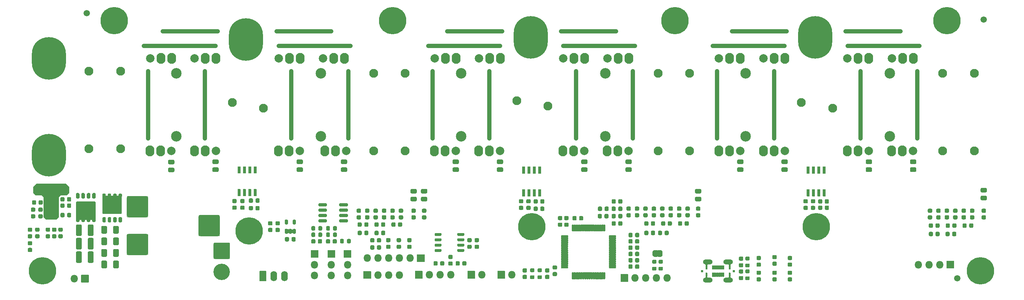
<source format=gbr>
G04 #@! TF.GenerationSoftware,KiCad,Pcbnew,(5.1.10)-1*
G04 #@! TF.CreationDate,2021-11-03T20:12:32-04:00*
G04 #@! TF.ProjectId,besc g2,62657363-2067-4322-9e6b-696361645f70,Init*
G04 #@! TF.SameCoordinates,Original*
G04 #@! TF.FileFunction,Soldermask,Top*
G04 #@! TF.FilePolarity,Negative*
%FSLAX46Y46*%
G04 Gerber Fmt 4.6, Leading zero omitted, Abs format (unit mm)*
G04 Created by KiCad (PCBNEW (5.1.10)-1) date 2021-11-03 20:12:32*
%MOMM*%
%LPD*%
G01*
G04 APERTURE LIST*
%ADD10C,1.000000*%
%ADD11C,0.100000*%
%ADD12C,2.102000*%
%ADD13O,1.802000X1.802000*%
%ADD14O,2.302000X1.202000*%
%ADD15C,0.622000*%
%ADD16C,1.602000*%
%ADD17O,8.102000X10.102000*%
%ADD18C,1.500000*%
%ADD19C,2.007000*%
%ADD20O,2.102000X2.602000*%
%ADD21C,3.902000*%
%ADD22O,1.602000X2.402000*%
%ADD23C,0.902000*%
%ADD24C,6.502000*%
%ADD25C,2.502000*%
G04 APERTURE END LIST*
D10*
X64800000Y-66900000D02*
X77800000Y-66900000D01*
D11*
G36*
X42550000Y-103900000D02*
G01*
X42550000Y-105400000D01*
X42050000Y-105900000D01*
X40550000Y-105900000D01*
X40050000Y-106400000D01*
X40050000Y-111150000D01*
X39550000Y-111650000D01*
X37050000Y-111650000D01*
X36550000Y-111150000D01*
X36550000Y-106400000D01*
X36050000Y-105900000D01*
X34550000Y-105900000D01*
X34050000Y-105400000D01*
X34050000Y-103900000D01*
X34800000Y-103150000D01*
X41800000Y-103150000D01*
X42550000Y-103900000D01*
G37*
X42550000Y-103900000D02*
X42550000Y-105400000D01*
X42050000Y-105900000D01*
X40550000Y-105900000D01*
X40050000Y-106400000D01*
X40050000Y-111150000D01*
X39550000Y-111650000D01*
X37050000Y-111650000D01*
X36550000Y-111150000D01*
X36550000Y-106400000D01*
X36050000Y-105900000D01*
X34550000Y-105900000D01*
X34050000Y-105400000D01*
X34050000Y-103900000D01*
X34800000Y-103150000D01*
X41800000Y-103150000D01*
X42550000Y-103900000D01*
D10*
X230300000Y-92400000D02*
X230300000Y-76400000D01*
X209800000Y-92400000D02*
X209800000Y-76400000D01*
X244300000Y-70400000D02*
X227300000Y-70400000D01*
X239800000Y-66900000D02*
X226800000Y-66900000D01*
X196300000Y-92400000D02*
X196300000Y-76400000D01*
X243800000Y-92400000D02*
X243800000Y-76400000D01*
X195300000Y-70400000D02*
X212300000Y-70400000D01*
X199800000Y-66900000D02*
X212800000Y-66900000D01*
X162800000Y-92400000D02*
X162800000Y-76400000D01*
X142300000Y-92400000D02*
X142300000Y-76400000D01*
X127800000Y-70400000D02*
X144800000Y-70400000D01*
X132300000Y-66900000D02*
X145300000Y-66900000D01*
X176800000Y-70400000D02*
X159800000Y-70400000D01*
X172300000Y-66900000D02*
X159300000Y-66900000D01*
X128800000Y-92400000D02*
X128800000Y-76400000D01*
X176300000Y-92400000D02*
X176300000Y-76400000D01*
X108800000Y-92400000D02*
X108800000Y-76400000D01*
X61300000Y-92400000D02*
X61300000Y-76400000D01*
X104800000Y-66900000D02*
X91800000Y-66900000D01*
X109300000Y-70400000D02*
X92300000Y-70400000D01*
X60300000Y-70400000D02*
X77300000Y-70400000D01*
X74800000Y-92400000D02*
X74800000Y-76400000D01*
X95300000Y-92400000D02*
X95300000Y-76400000D01*
X64800000Y-66900000D02*
X77800000Y-66900000D01*
D11*
G36*
X42550000Y-103900000D02*
G01*
X42550000Y-105400000D01*
X42050000Y-105900000D01*
X40550000Y-105900000D01*
X40050000Y-106400000D01*
X40050000Y-111150000D01*
X39550000Y-111650000D01*
X37050000Y-111650000D01*
X36550000Y-111150000D01*
X36550000Y-106400000D01*
X36050000Y-105900000D01*
X34550000Y-105900000D01*
X34050000Y-105400000D01*
X34050000Y-103900000D01*
X34800000Y-103150000D01*
X41800000Y-103150000D01*
X42550000Y-103900000D01*
G37*
X42550000Y-103900000D02*
X42550000Y-105400000D01*
X42050000Y-105900000D01*
X40550000Y-105900000D01*
X40050000Y-106400000D01*
X40050000Y-111150000D01*
X39550000Y-111650000D01*
X37050000Y-111650000D01*
X36550000Y-111150000D01*
X36550000Y-106400000D01*
X36050000Y-105900000D01*
X34550000Y-105900000D01*
X34050000Y-105400000D01*
X34050000Y-103900000D01*
X34800000Y-103150000D01*
X41800000Y-103150000D01*
X42550000Y-103900000D01*
D10*
X230300000Y-92400000D02*
X230300000Y-76400000D01*
X209800000Y-92400000D02*
X209800000Y-76400000D01*
X244300000Y-70400000D02*
X227300000Y-70400000D01*
X239800000Y-66900000D02*
X226800000Y-66900000D01*
X196300000Y-92400000D02*
X196300000Y-76400000D01*
X243800000Y-92400000D02*
X243800000Y-76400000D01*
X195300000Y-70400000D02*
X212300000Y-70400000D01*
X199800000Y-66900000D02*
X212800000Y-66900000D01*
X162800000Y-92400000D02*
X162800000Y-76400000D01*
X142300000Y-92400000D02*
X142300000Y-76400000D01*
X127800000Y-70400000D02*
X144800000Y-70400000D01*
X132300000Y-66900000D02*
X145300000Y-66900000D01*
X176800000Y-70400000D02*
X159800000Y-70400000D01*
X172300000Y-66900000D02*
X159300000Y-66900000D01*
X128800000Y-92400000D02*
X128800000Y-76400000D01*
X176300000Y-92400000D02*
X176300000Y-76400000D01*
X108800000Y-92400000D02*
X108800000Y-76400000D01*
X61300000Y-92400000D02*
X61300000Y-76400000D01*
X104800000Y-66900000D02*
X91800000Y-66900000D01*
X109300000Y-70400000D02*
X92300000Y-70400000D01*
X60300000Y-70400000D02*
X77300000Y-70400000D01*
X74800000Y-92400000D02*
X74800000Y-76400000D01*
X95300000Y-92400000D02*
X95300000Y-76400000D01*
D12*
X249800000Y-95400000D03*
X257300000Y-95400000D03*
X249800000Y-76900000D03*
X257300000Y-76900000D03*
X223686058Y-85202361D03*
X216300000Y-83900000D03*
X182300000Y-95400000D03*
X189800000Y-95400000D03*
X182300000Y-76900000D03*
X189800000Y-76900000D03*
X156186058Y-84702361D03*
X148800000Y-83400000D03*
X114800000Y-95400000D03*
X122300000Y-95400000D03*
X114800000Y-76900000D03*
X122300000Y-76900000D03*
X54800000Y-94900000D03*
X47300000Y-94900000D03*
X88686058Y-85202361D03*
X81300000Y-83900000D03*
X54800000Y-76400000D03*
X47300000Y-76400000D03*
G36*
G01*
X106655000Y-108390500D02*
X106655000Y-108039500D01*
G75*
G02*
X106830500Y-107864000I175500J0D01*
G01*
X108531500Y-107864000D01*
G75*
G02*
X108707000Y-108039500I0J-175500D01*
G01*
X108707000Y-108390500D01*
G75*
G02*
X108531500Y-108566000I-175500J0D01*
G01*
X106830500Y-108566000D01*
G75*
G02*
X106655000Y-108390500I0J175500D01*
G01*
G37*
G36*
G01*
X106655000Y-109660500D02*
X106655000Y-109309500D01*
G75*
G02*
X106830500Y-109134000I175500J0D01*
G01*
X108531500Y-109134000D01*
G75*
G02*
X108707000Y-109309500I0J-175500D01*
G01*
X108707000Y-109660500D01*
G75*
G02*
X108531500Y-109836000I-175500J0D01*
G01*
X106830500Y-109836000D01*
G75*
G02*
X106655000Y-109660500I0J175500D01*
G01*
G37*
G36*
G01*
X106655000Y-110930500D02*
X106655000Y-110579500D01*
G75*
G02*
X106830500Y-110404000I175500J0D01*
G01*
X108531500Y-110404000D01*
G75*
G02*
X108707000Y-110579500I0J-175500D01*
G01*
X108707000Y-110930500D01*
G75*
G02*
X108531500Y-111106000I-175500J0D01*
G01*
X106830500Y-111106000D01*
G75*
G02*
X106655000Y-110930500I0J175500D01*
G01*
G37*
G36*
G01*
X106655000Y-112200500D02*
X106655000Y-111849500D01*
G75*
G02*
X106830500Y-111674000I175500J0D01*
G01*
X108531500Y-111674000D01*
G75*
G02*
X108707000Y-111849500I0J-175500D01*
G01*
X108707000Y-112200500D01*
G75*
G02*
X108531500Y-112376000I-175500J0D01*
G01*
X106830500Y-112376000D01*
G75*
G02*
X106655000Y-112200500I0J175500D01*
G01*
G37*
G36*
G01*
X101705000Y-112200500D02*
X101705000Y-111849500D01*
G75*
G02*
X101880500Y-111674000I175500J0D01*
G01*
X103581500Y-111674000D01*
G75*
G02*
X103757000Y-111849500I0J-175500D01*
G01*
X103757000Y-112200500D01*
G75*
G02*
X103581500Y-112376000I-175500J0D01*
G01*
X101880500Y-112376000D01*
G75*
G02*
X101705000Y-112200500I0J175500D01*
G01*
G37*
G36*
G01*
X101705000Y-110930500D02*
X101705000Y-110579500D01*
G75*
G02*
X101880500Y-110404000I175500J0D01*
G01*
X103581500Y-110404000D01*
G75*
G02*
X103757000Y-110579500I0J-175500D01*
G01*
X103757000Y-110930500D01*
G75*
G02*
X103581500Y-111106000I-175500J0D01*
G01*
X101880500Y-111106000D01*
G75*
G02*
X101705000Y-110930500I0J175500D01*
G01*
G37*
G36*
G01*
X101705000Y-109660500D02*
X101705000Y-109309500D01*
G75*
G02*
X101880500Y-109134000I175500J0D01*
G01*
X103581500Y-109134000D01*
G75*
G02*
X103757000Y-109309500I0J-175500D01*
G01*
X103757000Y-109660500D01*
G75*
G02*
X103581500Y-109836000I-175500J0D01*
G01*
X101880500Y-109836000D01*
G75*
G02*
X101705000Y-109660500I0J175500D01*
G01*
G37*
G36*
G01*
X101705000Y-108390500D02*
X101705000Y-108039500D01*
G75*
G02*
X101880500Y-107864000I175500J0D01*
G01*
X103581500Y-107864000D01*
G75*
G02*
X103757000Y-108039500I0J-175500D01*
G01*
X103757000Y-108390500D01*
G75*
G02*
X103581500Y-108566000I-175500J0D01*
G01*
X101880500Y-108566000D01*
G75*
G02*
X101705000Y-108390500I0J175500D01*
G01*
G37*
G36*
G01*
X181105500Y-122940000D02*
X181706500Y-122940000D01*
G75*
G02*
X181932000Y-123165500I0J-225500D01*
G01*
X181932000Y-123616500D01*
G75*
G02*
X181706500Y-123842000I-225500J0D01*
G01*
X181105500Y-123842000D01*
G75*
G02*
X180880000Y-123616500I0J225500D01*
G01*
X180880000Y-123165500D01*
G75*
G02*
X181105500Y-122940000I225500J0D01*
G01*
G37*
G36*
G01*
X181105500Y-121290000D02*
X181706500Y-121290000D01*
G75*
G02*
X181932000Y-121515500I0J-225500D01*
G01*
X181932000Y-121966500D01*
G75*
G02*
X181706500Y-122192000I-225500J0D01*
G01*
X181105500Y-122192000D01*
G75*
G02*
X180880000Y-121966500I0J225500D01*
G01*
X180880000Y-121515500D01*
G75*
G02*
X181105500Y-121290000I225500J0D01*
G01*
G37*
G36*
G01*
X183230500Y-122192000D02*
X182629500Y-122192000D01*
G75*
G02*
X182404000Y-121966500I0J225500D01*
G01*
X182404000Y-121515500D01*
G75*
G02*
X182629500Y-121290000I225500J0D01*
G01*
X183230500Y-121290000D01*
G75*
G02*
X183456000Y-121515500I0J-225500D01*
G01*
X183456000Y-121966500D01*
G75*
G02*
X183230500Y-122192000I-225500J0D01*
G01*
G37*
G36*
G01*
X183230500Y-123842000D02*
X182629500Y-123842000D01*
G75*
G02*
X182404000Y-123616500I0J225500D01*
G01*
X182404000Y-123165500D01*
G75*
G02*
X182629500Y-122940000I225500J0D01*
G01*
X183230500Y-122940000D01*
G75*
G02*
X183456000Y-123165500I0J-225500D01*
G01*
X183456000Y-123616500D01*
G75*
G02*
X183230500Y-123842000I-225500J0D01*
G01*
G37*
G36*
G01*
X101706500Y-114103500D02*
X101706500Y-113502500D01*
G75*
G02*
X101932000Y-113277000I225500J0D01*
G01*
X102383000Y-113277000D01*
G75*
G02*
X102608500Y-113502500I0J-225500D01*
G01*
X102608500Y-114103500D01*
G75*
G02*
X102383000Y-114329000I-225500J0D01*
G01*
X101932000Y-114329000D01*
G75*
G02*
X101706500Y-114103500I0J225500D01*
G01*
G37*
G36*
G01*
X100056500Y-114103500D02*
X100056500Y-113502500D01*
G75*
G02*
X100282000Y-113277000I225500J0D01*
G01*
X100733000Y-113277000D01*
G75*
G02*
X100958500Y-113502500I0J-225500D01*
G01*
X100958500Y-114103500D01*
G75*
G02*
X100733000Y-114329000I-225500J0D01*
G01*
X100282000Y-114329000D01*
G75*
G02*
X100056500Y-114103500I0J225500D01*
G01*
G37*
G36*
G01*
X100959000Y-115026500D02*
X100959000Y-115627500D01*
G75*
G02*
X100733500Y-115853000I-225500J0D01*
G01*
X100282500Y-115853000D01*
G75*
G02*
X100057000Y-115627500I0J225500D01*
G01*
X100057000Y-115026500D01*
G75*
G02*
X100282500Y-114801000I225500J0D01*
G01*
X100733500Y-114801000D01*
G75*
G02*
X100959000Y-115026500I0J-225500D01*
G01*
G37*
G36*
G01*
X102609000Y-115026500D02*
X102609000Y-115627500D01*
G75*
G02*
X102383500Y-115853000I-225500J0D01*
G01*
X101932500Y-115853000D01*
G75*
G02*
X101707000Y-115627500I0J225500D01*
G01*
X101707000Y-115026500D01*
G75*
G02*
X101932500Y-114801000I225500J0D01*
G01*
X102383500Y-114801000D01*
G75*
G02*
X102609000Y-115026500I0J-225500D01*
G01*
G37*
G36*
G01*
X105199000Y-114103500D02*
X105199000Y-113502500D01*
G75*
G02*
X105424500Y-113277000I225500J0D01*
G01*
X105875500Y-113277000D01*
G75*
G02*
X106101000Y-113502500I0J-225500D01*
G01*
X106101000Y-114103500D01*
G75*
G02*
X105875500Y-114329000I-225500J0D01*
G01*
X105424500Y-114329000D01*
G75*
G02*
X105199000Y-114103500I0J225500D01*
G01*
G37*
G36*
G01*
X103549000Y-114103500D02*
X103549000Y-113502500D01*
G75*
G02*
X103774500Y-113277000I225500J0D01*
G01*
X104225500Y-113277000D01*
G75*
G02*
X104451000Y-113502500I0J-225500D01*
G01*
X104451000Y-114103500D01*
G75*
G02*
X104225500Y-114329000I-225500J0D01*
G01*
X103774500Y-114329000D01*
G75*
G02*
X103549000Y-114103500I0J225500D01*
G01*
G37*
G36*
G01*
X104451000Y-115026500D02*
X104451000Y-115627500D01*
G75*
G02*
X104225500Y-115853000I-225500J0D01*
G01*
X103774500Y-115853000D01*
G75*
G02*
X103549000Y-115627500I0J225500D01*
G01*
X103549000Y-115026500D01*
G75*
G02*
X103774500Y-114801000I225500J0D01*
G01*
X104225500Y-114801000D01*
G75*
G02*
X104451000Y-115026500I0J-225500D01*
G01*
G37*
G36*
G01*
X106101000Y-115026500D02*
X106101000Y-115627500D01*
G75*
G02*
X105875500Y-115853000I-225500J0D01*
G01*
X105424500Y-115853000D01*
G75*
G02*
X105199000Y-115627500I0J225500D01*
G01*
X105199000Y-115026500D01*
G75*
G02*
X105424500Y-114801000I225500J0D01*
G01*
X105875500Y-114801000D01*
G75*
G02*
X106101000Y-115026500I0J-225500D01*
G01*
G37*
G36*
G01*
X203203500Y-125226000D02*
X203804500Y-125226000D01*
G75*
G02*
X204030000Y-125451500I0J-225500D01*
G01*
X204030000Y-125902500D01*
G75*
G02*
X203804500Y-126128000I-225500J0D01*
G01*
X203203500Y-126128000D01*
G75*
G02*
X202978000Y-125902500I0J225500D01*
G01*
X202978000Y-125451500D01*
G75*
G02*
X203203500Y-125226000I225500J0D01*
G01*
G37*
G36*
G01*
X203203500Y-123576000D02*
X203804500Y-123576000D01*
G75*
G02*
X204030000Y-123801500I0J-225500D01*
G01*
X204030000Y-124252500D01*
G75*
G02*
X203804500Y-124478000I-225500J0D01*
G01*
X203203500Y-124478000D01*
G75*
G02*
X202978000Y-124252500I0J225500D01*
G01*
X202978000Y-123801500D01*
G75*
G02*
X203203500Y-123576000I225500J0D01*
G01*
G37*
G36*
G01*
X108501000Y-117151500D02*
X108501000Y-116550500D01*
G75*
G02*
X108726500Y-116325000I225500J0D01*
G01*
X109177500Y-116325000D01*
G75*
G02*
X109403000Y-116550500I0J-225500D01*
G01*
X109403000Y-117151500D01*
G75*
G02*
X109177500Y-117377000I-225500J0D01*
G01*
X108726500Y-117377000D01*
G75*
G02*
X108501000Y-117151500I0J225500D01*
G01*
G37*
G36*
G01*
X106851000Y-117151500D02*
X106851000Y-116550500D01*
G75*
G02*
X107076500Y-116325000I225500J0D01*
G01*
X107527500Y-116325000D01*
G75*
G02*
X107753000Y-116550500I0J-225500D01*
G01*
X107753000Y-117151500D01*
G75*
G02*
X107527500Y-117377000I-225500J0D01*
G01*
X107076500Y-117377000D01*
G75*
G02*
X106851000Y-117151500I0J225500D01*
G01*
G37*
G36*
G01*
X154528500Y-124224000D02*
X153927500Y-124224000D01*
G75*
G02*
X153702000Y-123998500I0J225500D01*
G01*
X153702000Y-123547500D01*
G75*
G02*
X153927500Y-123322000I225500J0D01*
G01*
X154528500Y-123322000D01*
G75*
G02*
X154754000Y-123547500I0J-225500D01*
G01*
X154754000Y-123998500D01*
G75*
G02*
X154528500Y-124224000I-225500J0D01*
G01*
G37*
G36*
G01*
X154528500Y-125874000D02*
X153927500Y-125874000D01*
G75*
G02*
X153702000Y-125648500I0J225500D01*
G01*
X153702000Y-125197500D01*
G75*
G02*
X153927500Y-124972000I225500J0D01*
G01*
X154528500Y-124972000D01*
G75*
G02*
X154754000Y-125197500I0J-225500D01*
G01*
X154754000Y-125648500D01*
G75*
G02*
X154528500Y-125874000I-225500J0D01*
G01*
G37*
G36*
G01*
X152750500Y-124224000D02*
X152149500Y-124224000D01*
G75*
G02*
X151924000Y-123998500I0J225500D01*
G01*
X151924000Y-123547500D01*
G75*
G02*
X152149500Y-123322000I225500J0D01*
G01*
X152750500Y-123322000D01*
G75*
G02*
X152976000Y-123547500I0J-225500D01*
G01*
X152976000Y-123998500D01*
G75*
G02*
X152750500Y-124224000I-225500J0D01*
G01*
G37*
G36*
G01*
X152750500Y-125874000D02*
X152149500Y-125874000D01*
G75*
G02*
X151924000Y-125648500I0J225500D01*
G01*
X151924000Y-125197500D01*
G75*
G02*
X152149500Y-124972000I225500J0D01*
G01*
X152750500Y-124972000D01*
G75*
G02*
X152976000Y-125197500I0J-225500D01*
G01*
X152976000Y-125648500D01*
G75*
G02*
X152750500Y-125874000I-225500J0D01*
G01*
G37*
G36*
G01*
X203804500Y-121430000D02*
X203203500Y-121430000D01*
G75*
G02*
X202978000Y-121204500I0J225500D01*
G01*
X202978000Y-120753500D01*
G75*
G02*
X203203500Y-120528000I225500J0D01*
G01*
X203804500Y-120528000D01*
G75*
G02*
X204030000Y-120753500I0J-225500D01*
G01*
X204030000Y-121204500D01*
G75*
G02*
X203804500Y-121430000I-225500J0D01*
G01*
G37*
G36*
G01*
X203804500Y-123080000D02*
X203203500Y-123080000D01*
G75*
G02*
X202978000Y-122854500I0J225500D01*
G01*
X202978000Y-122403500D01*
G75*
G02*
X203203500Y-122178000I225500J0D01*
G01*
X203804500Y-122178000D01*
G75*
G02*
X204030000Y-122403500I0J-225500D01*
G01*
X204030000Y-122854500D01*
G75*
G02*
X203804500Y-123080000I-225500J0D01*
G01*
G37*
D11*
G36*
X181511888Y-120572398D02*
G01*
X181493466Y-120572398D01*
X181488467Y-120572152D01*
X181439636Y-120567342D01*
X181434686Y-120566608D01*
X181386561Y-120557036D01*
X181381705Y-120555820D01*
X181334750Y-120541576D01*
X181330039Y-120539890D01*
X181284706Y-120521113D01*
X181280180Y-120518973D01*
X181236907Y-120495842D01*
X181232616Y-120493269D01*
X181191817Y-120466009D01*
X181187796Y-120463027D01*
X181149867Y-120431899D01*
X181146159Y-120428538D01*
X181111462Y-120393841D01*
X181108101Y-120390133D01*
X181076973Y-120352204D01*
X181073991Y-120348183D01*
X181046731Y-120307384D01*
X181044158Y-120303093D01*
X181021027Y-120259820D01*
X181018887Y-120255294D01*
X181000110Y-120209961D01*
X180998424Y-120205250D01*
X180984180Y-120158295D01*
X180982964Y-120153439D01*
X180973392Y-120105314D01*
X180972658Y-120100364D01*
X180967848Y-120051533D01*
X180967602Y-120046534D01*
X180967602Y-120028112D01*
X180967000Y-120022000D01*
X180967000Y-119522000D01*
X180967602Y-119515888D01*
X180967602Y-119497466D01*
X180967848Y-119492467D01*
X180972658Y-119443636D01*
X180973392Y-119438686D01*
X180982964Y-119390561D01*
X180984180Y-119385705D01*
X180998424Y-119338750D01*
X181000110Y-119334039D01*
X181018887Y-119288706D01*
X181021027Y-119284180D01*
X181044158Y-119240907D01*
X181046731Y-119236616D01*
X181073991Y-119195817D01*
X181076973Y-119191796D01*
X181108101Y-119153867D01*
X181111462Y-119150159D01*
X181146159Y-119115462D01*
X181149867Y-119112101D01*
X181187796Y-119080973D01*
X181191817Y-119077991D01*
X181232616Y-119050731D01*
X181236907Y-119048158D01*
X181280180Y-119025027D01*
X181284706Y-119022887D01*
X181330039Y-119004110D01*
X181334750Y-119002424D01*
X181381705Y-118988180D01*
X181386561Y-118986964D01*
X181434686Y-118977392D01*
X181439636Y-118976658D01*
X181488467Y-118971848D01*
X181493466Y-118971602D01*
X181511888Y-118971602D01*
X181518000Y-118971000D01*
X182018000Y-118971000D01*
X182027950Y-118971980D01*
X182037517Y-118974882D01*
X182046334Y-118979595D01*
X182054062Y-118985938D01*
X182060405Y-118993666D01*
X182065118Y-119002483D01*
X182068020Y-119012050D01*
X182069000Y-119022000D01*
X182069000Y-120522000D01*
X182068020Y-120531950D01*
X182065118Y-120541517D01*
X182060405Y-120550334D01*
X182054062Y-120558062D01*
X182046334Y-120564405D01*
X182037517Y-120569118D01*
X182027950Y-120572020D01*
X182018000Y-120573000D01*
X181518000Y-120573000D01*
X181511888Y-120572398D01*
G37*
G36*
X182308050Y-120572020D02*
G01*
X182298483Y-120569118D01*
X182289666Y-120564405D01*
X182281938Y-120558062D01*
X182275595Y-120550334D01*
X182270882Y-120541517D01*
X182267980Y-120531950D01*
X182267000Y-120522000D01*
X182267000Y-119022000D01*
X182267980Y-119012050D01*
X182270882Y-119002483D01*
X182275595Y-118993666D01*
X182281938Y-118985938D01*
X182289666Y-118979595D01*
X182298483Y-118974882D01*
X182308050Y-118971980D01*
X182318000Y-118971000D01*
X182818000Y-118971000D01*
X182824112Y-118971602D01*
X182842534Y-118971602D01*
X182847533Y-118971848D01*
X182896364Y-118976658D01*
X182901314Y-118977392D01*
X182949439Y-118986964D01*
X182954295Y-118988180D01*
X183001250Y-119002424D01*
X183005961Y-119004110D01*
X183051294Y-119022887D01*
X183055820Y-119025027D01*
X183099093Y-119048158D01*
X183103384Y-119050731D01*
X183144183Y-119077991D01*
X183148204Y-119080973D01*
X183186133Y-119112101D01*
X183189841Y-119115462D01*
X183224538Y-119150159D01*
X183227899Y-119153867D01*
X183259027Y-119191796D01*
X183262009Y-119195817D01*
X183289269Y-119236616D01*
X183291842Y-119240907D01*
X183314973Y-119284180D01*
X183317113Y-119288706D01*
X183335890Y-119334039D01*
X183337576Y-119338750D01*
X183351820Y-119385705D01*
X183353036Y-119390561D01*
X183362608Y-119438686D01*
X183363342Y-119443636D01*
X183368152Y-119492467D01*
X183368398Y-119497466D01*
X183368398Y-119515888D01*
X183369000Y-119522000D01*
X183369000Y-120022000D01*
X183368398Y-120028112D01*
X183368398Y-120046534D01*
X183368152Y-120051533D01*
X183363342Y-120100364D01*
X183362608Y-120105314D01*
X183353036Y-120153439D01*
X183351820Y-120158295D01*
X183337576Y-120205250D01*
X183335890Y-120209961D01*
X183317113Y-120255294D01*
X183314973Y-120259820D01*
X183291842Y-120303093D01*
X183289269Y-120307384D01*
X183262009Y-120348183D01*
X183259027Y-120352204D01*
X183227899Y-120390133D01*
X183224538Y-120393841D01*
X183189841Y-120428538D01*
X183186133Y-120431899D01*
X183148204Y-120463027D01*
X183144183Y-120466009D01*
X183103384Y-120493269D01*
X183099093Y-120495842D01*
X183055820Y-120518973D01*
X183051294Y-120521113D01*
X183005961Y-120539890D01*
X183001250Y-120541576D01*
X182954295Y-120555820D01*
X182949439Y-120557036D01*
X182901314Y-120566608D01*
X182896364Y-120567342D01*
X182847533Y-120572152D01*
X182842534Y-120572398D01*
X182824112Y-120572398D01*
X182818000Y-120573000D01*
X182318000Y-120573000D01*
X182308050Y-120572020D01*
G37*
D13*
X244017000Y-122439000D03*
X246557000Y-122439000D03*
X249097000Y-122439000D03*
G36*
G01*
X250787000Y-121538000D02*
X252487000Y-121538000D01*
G75*
G02*
X252538000Y-121589000I0J-51000D01*
G01*
X252538000Y-123289000D01*
G75*
G02*
X252487000Y-123340000I-51000J0D01*
G01*
X250787000Y-123340000D01*
G75*
G02*
X250736000Y-123289000I0J51000D01*
G01*
X250736000Y-121589000D01*
G75*
G02*
X250787000Y-121538000I51000J0D01*
G01*
G37*
X147624000Y-124852000D03*
G36*
G01*
X145934000Y-125753000D02*
X144234000Y-125753000D01*
G75*
G02*
X144183000Y-125702000I0J51000D01*
G01*
X144183000Y-124002000D01*
G75*
G02*
X144234000Y-123951000I51000J0D01*
G01*
X145934000Y-123951000D01*
G75*
G02*
X145985000Y-124002000I0J-51000D01*
G01*
X145985000Y-125702000D01*
G75*
G02*
X145934000Y-125753000I-51000J0D01*
G01*
G37*
X140512000Y-124852000D03*
G36*
G01*
X138822000Y-125753000D02*
X137122000Y-125753000D01*
G75*
G02*
X137071000Y-125702000I0J51000D01*
G01*
X137071000Y-124002000D01*
G75*
G02*
X137122000Y-123951000I51000J0D01*
G01*
X138822000Y-123951000D01*
G75*
G02*
X138873000Y-124002000I0J-51000D01*
G01*
X138873000Y-125702000D01*
G75*
G02*
X138822000Y-125753000I-51000J0D01*
G01*
G37*
X120920000Y-124900000D03*
X118380000Y-124900000D03*
X115840000Y-124900000D03*
G36*
G01*
X114150000Y-125801000D02*
X112450000Y-125801000D01*
G75*
G02*
X112399000Y-125750000I0J51000D01*
G01*
X112399000Y-124050000D01*
G75*
G02*
X112450000Y-123999000I51000J0D01*
G01*
X114150000Y-123999000D01*
G75*
G02*
X114201000Y-124050000I0J-51000D01*
G01*
X114201000Y-125750000D01*
G75*
G02*
X114150000Y-125801000I-51000J0D01*
G01*
G37*
G36*
G01*
X197568000Y-125263000D02*
X197568000Y-124393000D01*
G75*
G02*
X197619000Y-124342000I51000J0D01*
G01*
X197919000Y-124342000D01*
G75*
G02*
X197970000Y-124393000I0J-51000D01*
G01*
X197970000Y-125263000D01*
G75*
G02*
X197919000Y-125314000I-51000J0D01*
G01*
X197619000Y-125314000D01*
G75*
G02*
X197568000Y-125263000I0J51000D01*
G01*
G37*
G36*
G01*
X197068000Y-125263000D02*
X197068000Y-124393000D01*
G75*
G02*
X197119000Y-124342000I51000J0D01*
G01*
X197419000Y-124342000D01*
G75*
G02*
X197470000Y-124393000I0J-51000D01*
G01*
X197470000Y-125263000D01*
G75*
G02*
X197419000Y-125314000I-51000J0D01*
G01*
X197119000Y-125314000D01*
G75*
G02*
X197068000Y-125263000I0J51000D01*
G01*
G37*
G36*
G01*
X195068000Y-125263000D02*
X195068000Y-124393000D01*
G75*
G02*
X195119000Y-124342000I51000J0D01*
G01*
X195419000Y-124342000D01*
G75*
G02*
X195470000Y-124393000I0J-51000D01*
G01*
X195470000Y-125263000D01*
G75*
G02*
X195419000Y-125314000I-51000J0D01*
G01*
X195119000Y-125314000D01*
G75*
G02*
X195068000Y-125263000I0J51000D01*
G01*
G37*
G36*
G01*
X195568000Y-125263000D02*
X195568000Y-124393000D01*
G75*
G02*
X195619000Y-124342000I51000J0D01*
G01*
X195919000Y-124342000D01*
G75*
G02*
X195970000Y-124393000I0J-51000D01*
G01*
X195970000Y-125263000D01*
G75*
G02*
X195919000Y-125314000I-51000J0D01*
G01*
X195619000Y-125314000D01*
G75*
G02*
X195568000Y-125263000I0J51000D01*
G01*
G37*
G36*
G01*
X196568000Y-125263000D02*
X196568000Y-124393000D01*
G75*
G02*
X196619000Y-124342000I51000J0D01*
G01*
X196919000Y-124342000D01*
G75*
G02*
X196970000Y-124393000I0J-51000D01*
G01*
X196970000Y-125263000D01*
G75*
G02*
X196919000Y-125314000I-51000J0D01*
G01*
X196619000Y-125314000D01*
G75*
G02*
X196568000Y-125263000I0J51000D01*
G01*
G37*
G36*
G01*
X196068000Y-125263000D02*
X196068000Y-124393000D01*
G75*
G02*
X196119000Y-124342000I51000J0D01*
G01*
X196419000Y-124342000D01*
G75*
G02*
X196470000Y-124393000I0J-51000D01*
G01*
X196470000Y-125263000D01*
G75*
G02*
X196419000Y-125314000I-51000J0D01*
G01*
X196119000Y-125314000D01*
G75*
G02*
X196068000Y-125263000I0J51000D01*
G01*
G37*
G36*
G01*
X199068000Y-125263000D02*
X199068000Y-124393000D01*
G75*
G02*
X199119000Y-124342000I51000J0D01*
G01*
X199419000Y-124342000D01*
G75*
G02*
X199470000Y-124393000I0J-51000D01*
G01*
X199470000Y-125263000D01*
G75*
G02*
X199419000Y-125314000I-51000J0D01*
G01*
X199119000Y-125314000D01*
G75*
G02*
X199068000Y-125263000I0J51000D01*
G01*
G37*
G36*
G01*
X193568000Y-125263000D02*
X193568000Y-124393000D01*
G75*
G02*
X193619000Y-124342000I51000J0D01*
G01*
X193919000Y-124342000D01*
G75*
G02*
X193970000Y-124393000I0J-51000D01*
G01*
X193970000Y-125263000D01*
G75*
G02*
X193919000Y-125314000I-51000J0D01*
G01*
X193619000Y-125314000D01*
G75*
G02*
X193568000Y-125263000I0J51000D01*
G01*
G37*
G36*
G01*
X197568000Y-123533000D02*
X197568000Y-122663000D01*
G75*
G02*
X197619000Y-122612000I51000J0D01*
G01*
X197919000Y-122612000D01*
G75*
G02*
X197970000Y-122663000I0J-51000D01*
G01*
X197970000Y-123533000D01*
G75*
G02*
X197919000Y-123584000I-51000J0D01*
G01*
X197619000Y-123584000D01*
G75*
G02*
X197568000Y-123533000I0J51000D01*
G01*
G37*
G36*
G01*
X197068000Y-123533000D02*
X197068000Y-122663000D01*
G75*
G02*
X197119000Y-122612000I51000J0D01*
G01*
X197419000Y-122612000D01*
G75*
G02*
X197470000Y-122663000I0J-51000D01*
G01*
X197470000Y-123533000D01*
G75*
G02*
X197419000Y-123584000I-51000J0D01*
G01*
X197119000Y-123584000D01*
G75*
G02*
X197068000Y-123533000I0J51000D01*
G01*
G37*
G36*
G01*
X195068000Y-123533000D02*
X195068000Y-122663000D01*
G75*
G02*
X195119000Y-122612000I51000J0D01*
G01*
X195419000Y-122612000D01*
G75*
G02*
X195470000Y-122663000I0J-51000D01*
G01*
X195470000Y-123533000D01*
G75*
G02*
X195419000Y-123584000I-51000J0D01*
G01*
X195119000Y-123584000D01*
G75*
G02*
X195068000Y-123533000I0J51000D01*
G01*
G37*
G36*
G01*
X195568000Y-123533000D02*
X195568000Y-122663000D01*
G75*
G02*
X195619000Y-122612000I51000J0D01*
G01*
X195919000Y-122612000D01*
G75*
G02*
X195970000Y-122663000I0J-51000D01*
G01*
X195970000Y-123533000D01*
G75*
G02*
X195919000Y-123584000I-51000J0D01*
G01*
X195619000Y-123584000D01*
G75*
G02*
X195568000Y-123533000I0J51000D01*
G01*
G37*
G36*
G01*
X196568000Y-123533000D02*
X196568000Y-122663000D01*
G75*
G02*
X196619000Y-122612000I51000J0D01*
G01*
X196919000Y-122612000D01*
G75*
G02*
X196970000Y-122663000I0J-51000D01*
G01*
X196970000Y-123533000D01*
G75*
G02*
X196919000Y-123584000I-51000J0D01*
G01*
X196619000Y-123584000D01*
G75*
G02*
X196568000Y-123533000I0J51000D01*
G01*
G37*
G36*
G01*
X196068000Y-123533000D02*
X196068000Y-122663000D01*
G75*
G02*
X196119000Y-122612000I51000J0D01*
G01*
X196419000Y-122612000D01*
G75*
G02*
X196470000Y-122663000I0J-51000D01*
G01*
X196470000Y-123533000D01*
G75*
G02*
X196419000Y-123584000I-51000J0D01*
G01*
X196119000Y-123584000D01*
G75*
G02*
X196068000Y-123533000I0J51000D01*
G01*
G37*
G36*
G01*
X199068000Y-123533000D02*
X199068000Y-122663000D01*
G75*
G02*
X199119000Y-122612000I51000J0D01*
G01*
X199419000Y-122612000D01*
G75*
G02*
X199470000Y-122663000I0J-51000D01*
G01*
X199470000Y-123533000D01*
G75*
G02*
X199419000Y-123584000I-51000J0D01*
G01*
X199119000Y-123584000D01*
G75*
G02*
X199068000Y-123533000I0J51000D01*
G01*
G37*
G36*
G01*
X193568000Y-123533000D02*
X193568000Y-122663000D01*
G75*
G02*
X193619000Y-122612000I51000J0D01*
G01*
X193919000Y-122612000D01*
G75*
G02*
X193970000Y-122663000I0J-51000D01*
G01*
X193970000Y-123533000D01*
G75*
G02*
X193919000Y-123584000I-51000J0D01*
G01*
X193619000Y-123584000D01*
G75*
G02*
X193568000Y-123533000I0J51000D01*
G01*
G37*
D14*
X198919000Y-126113000D03*
X198919000Y-121813000D03*
X194119000Y-126113000D03*
X194119000Y-121813000D03*
D15*
X200269000Y-123963000D03*
X192769000Y-123963000D03*
D13*
X108635000Y-124979000D03*
X108635000Y-122439000D03*
G36*
G01*
X107734000Y-120749000D02*
X107734000Y-119049000D01*
G75*
G02*
X107785000Y-118998000I51000J0D01*
G01*
X109485000Y-118998000D01*
G75*
G02*
X109536000Y-119049000I0J-51000D01*
G01*
X109536000Y-120749000D01*
G75*
G02*
X109485000Y-120800000I-51000J0D01*
G01*
X107785000Y-120800000D01*
G75*
G02*
X107734000Y-120749000I0J51000D01*
G01*
G37*
G36*
G01*
X155730500Y-124872000D02*
X156281500Y-124872000D01*
G75*
G02*
X156532000Y-125122500I0J-250500D01*
G01*
X156532000Y-125623500D01*
G75*
G02*
X156281500Y-125874000I-250500J0D01*
G01*
X155730500Y-125874000D01*
G75*
G02*
X155480000Y-125623500I0J250500D01*
G01*
X155480000Y-125122500D01*
G75*
G02*
X155730500Y-124872000I250500J0D01*
G01*
G37*
G36*
G01*
X155730500Y-123322000D02*
X156281500Y-123322000D01*
G75*
G02*
X156532000Y-123572500I0J-250500D01*
G01*
X156532000Y-124073500D01*
G75*
G02*
X156281500Y-124324000I-250500J0D01*
G01*
X155730500Y-124324000D01*
G75*
G02*
X155480000Y-124073500I0J250500D01*
G01*
X155480000Y-123572500D01*
G75*
G02*
X155730500Y-123322000I250500J0D01*
G01*
G37*
G36*
G01*
X150396500Y-124872000D02*
X150947500Y-124872000D01*
G75*
G02*
X151198000Y-125122500I0J-250500D01*
G01*
X151198000Y-125623500D01*
G75*
G02*
X150947500Y-125874000I-250500J0D01*
G01*
X150396500Y-125874000D01*
G75*
G02*
X150146000Y-125623500I0J250500D01*
G01*
X150146000Y-125122500D01*
G75*
G02*
X150396500Y-124872000I250500J0D01*
G01*
G37*
G36*
G01*
X150396500Y-123322000D02*
X150947500Y-123322000D01*
G75*
G02*
X151198000Y-123572500I0J-250500D01*
G01*
X151198000Y-124073500D01*
G75*
G02*
X150947500Y-124324000I-250500J0D01*
G01*
X150396500Y-124324000D01*
G75*
G02*
X150146000Y-124073500I0J250500D01*
G01*
X150146000Y-123572500D01*
G75*
G02*
X150396500Y-123322000I250500J0D01*
G01*
G37*
D16*
X87300000Y-66150000D03*
X87650000Y-67400000D03*
X87300000Y-71650000D03*
X86050000Y-72400000D03*
X81800000Y-71650000D03*
X81450000Y-70400000D03*
X81800000Y-66150000D03*
X83050000Y-65400000D03*
X87650000Y-70400000D03*
X86050000Y-65400000D03*
X83050000Y-72400000D03*
X81450000Y-67400000D03*
X84550000Y-64900000D03*
X87800000Y-68900000D03*
X84550000Y-72900000D03*
X81300000Y-68900000D03*
D17*
X84550000Y-68900000D03*
D16*
X154800000Y-65650000D03*
X155150000Y-66900000D03*
X154800000Y-71150000D03*
X153550000Y-71900000D03*
X149300000Y-71150000D03*
X148950000Y-69900000D03*
X149300000Y-65650000D03*
X150550000Y-64900000D03*
X155150000Y-69900000D03*
X153550000Y-64900000D03*
X150550000Y-71900000D03*
X148950000Y-66900000D03*
X152050000Y-64400000D03*
X155300000Y-68400000D03*
X152050000Y-72400000D03*
X148800000Y-68400000D03*
D17*
X152050000Y-68400000D03*
D16*
X222300000Y-65650000D03*
X222650000Y-66900000D03*
X222300000Y-71150000D03*
X221050000Y-71900000D03*
X216800000Y-71150000D03*
X216450000Y-69900000D03*
X216800000Y-65650000D03*
X218050000Y-64900000D03*
X222650000Y-69900000D03*
X221050000Y-64900000D03*
X218050000Y-71900000D03*
X216450000Y-66900000D03*
X219550000Y-64400000D03*
X222800000Y-68400000D03*
X219550000Y-72400000D03*
X216300000Y-68400000D03*
D17*
X219550000Y-68400000D03*
D16*
X35050000Y-76150000D03*
X34700000Y-74900000D03*
X35050000Y-70650000D03*
X36300000Y-69900000D03*
X40550000Y-70650000D03*
X40900000Y-71900000D03*
X40550000Y-76150000D03*
X39300000Y-76900000D03*
X34700000Y-71900000D03*
X36300000Y-76900000D03*
X39300000Y-69900000D03*
X40900000Y-74900000D03*
X37800000Y-77400000D03*
X34550000Y-73400000D03*
X37800000Y-69400000D03*
X41050000Y-73400000D03*
D17*
X37800000Y-73400000D03*
D16*
X35050000Y-99150000D03*
X34700000Y-97900000D03*
X35050000Y-93650000D03*
X36300000Y-92900000D03*
X40550000Y-93650000D03*
X40900000Y-94900000D03*
X40550000Y-99150000D03*
X39300000Y-99900000D03*
X34700000Y-94900000D03*
X36300000Y-99900000D03*
X39300000Y-92900000D03*
X40900000Y-97900000D03*
X37800000Y-100400000D03*
X34550000Y-96400000D03*
X37800000Y-92400000D03*
X41050000Y-96400000D03*
D17*
X37800000Y-96400000D03*
G36*
G01*
X47024000Y-121755600D02*
X47024000Y-119544400D01*
G75*
G02*
X47294400Y-119274000I270400J0D01*
G01*
X48105600Y-119274000D01*
G75*
G02*
X48376000Y-119544400I0J-270400D01*
G01*
X48376000Y-121755600D01*
G75*
G02*
X48105600Y-122026000I-270400J0D01*
G01*
X47294400Y-122026000D01*
G75*
G02*
X47024000Y-121755600I0J270400D01*
G01*
G37*
G36*
G01*
X44224000Y-121755600D02*
X44224000Y-119544400D01*
G75*
G02*
X44494400Y-119274000I270400J0D01*
G01*
X45305600Y-119274000D01*
G75*
G02*
X45576000Y-119544400I0J-270400D01*
G01*
X45576000Y-121755600D01*
G75*
G02*
X45305600Y-122026000I-270400J0D01*
G01*
X44494400Y-122026000D01*
G75*
G02*
X44224000Y-121755600I0J270400D01*
G01*
G37*
G36*
G01*
X47024000Y-115355600D02*
X47024000Y-113144400D01*
G75*
G02*
X47294400Y-112874000I270400J0D01*
G01*
X48105600Y-112874000D01*
G75*
G02*
X48376000Y-113144400I0J-270400D01*
G01*
X48376000Y-115355600D01*
G75*
G02*
X48105600Y-115626000I-270400J0D01*
G01*
X47294400Y-115626000D01*
G75*
G02*
X47024000Y-115355600I0J270400D01*
G01*
G37*
G36*
G01*
X44224000Y-115355600D02*
X44224000Y-113144400D01*
G75*
G02*
X44494400Y-112874000I270400J0D01*
G01*
X45305600Y-112874000D01*
G75*
G02*
X45576000Y-113144400I0J-270400D01*
G01*
X45576000Y-115355600D01*
G75*
G02*
X45305600Y-115626000I-270400J0D01*
G01*
X44494400Y-115626000D01*
G75*
G02*
X44224000Y-115355600I0J270400D01*
G01*
G37*
G36*
G01*
X47024000Y-118555600D02*
X47024000Y-116344400D01*
G75*
G02*
X47294400Y-116074000I270400J0D01*
G01*
X48105600Y-116074000D01*
G75*
G02*
X48376000Y-116344400I0J-270400D01*
G01*
X48376000Y-118555600D01*
G75*
G02*
X48105600Y-118826000I-270400J0D01*
G01*
X47294400Y-118826000D01*
G75*
G02*
X47024000Y-118555600I0J270400D01*
G01*
G37*
G36*
G01*
X44224000Y-118555600D02*
X44224000Y-116344400D01*
G75*
G02*
X44494400Y-116074000I270400J0D01*
G01*
X45305600Y-116074000D01*
G75*
G02*
X45576000Y-116344400I0J-270400D01*
G01*
X45576000Y-118555600D01*
G75*
G02*
X45305600Y-118826000I-270400J0D01*
G01*
X44494400Y-118826000D01*
G75*
G02*
X44224000Y-118555600I0J270400D01*
G01*
G37*
D18*
X259550000Y-64150000D03*
X253300000Y-125650000D03*
X46800000Y-62650000D03*
G36*
G01*
X42099000Y-108681750D02*
X42099000Y-108118250D01*
G75*
G02*
X42343250Y-107874000I244250J0D01*
G01*
X42831750Y-107874000D01*
G75*
G02*
X43076000Y-108118250I0J-244250D01*
G01*
X43076000Y-108681750D01*
G75*
G02*
X42831750Y-108926000I-244250J0D01*
G01*
X42343250Y-108926000D01*
G75*
G02*
X42099000Y-108681750I0J244250D01*
G01*
G37*
G36*
G01*
X40524000Y-108681750D02*
X40524000Y-108118250D01*
G75*
G02*
X40768250Y-107874000I244250J0D01*
G01*
X41256750Y-107874000D01*
G75*
G02*
X41501000Y-108118250I0J-244250D01*
G01*
X41501000Y-108681750D01*
G75*
G02*
X41256750Y-108926000I-244250J0D01*
G01*
X40768250Y-108926000D01*
G75*
G02*
X40524000Y-108681750I0J244250D01*
G01*
G37*
G36*
G01*
X73759200Y-110599000D02*
X77840800Y-110599000D01*
G75*
G02*
X78351000Y-111109200I0J-510200D01*
G01*
X78351000Y-115190800D01*
G75*
G02*
X77840800Y-115701000I-510200J0D01*
G01*
X73759200Y-115701000D01*
G75*
G02*
X73249000Y-115190800I0J510200D01*
G01*
X73249000Y-111109200D01*
G75*
G02*
X73759200Y-110599000I510200J0D01*
G01*
G37*
G36*
G01*
X56759200Y-115099000D02*
X60840800Y-115099000D01*
G75*
G02*
X61351000Y-115609200I0J-510200D01*
G01*
X61351000Y-119690800D01*
G75*
G02*
X60840800Y-120201000I-510200J0D01*
G01*
X56759200Y-120201000D01*
G75*
G02*
X56249000Y-119690800I0J510200D01*
G01*
X56249000Y-115609200D01*
G75*
G02*
X56759200Y-115099000I510200J0D01*
G01*
G37*
G36*
G01*
X56759200Y-106099000D02*
X60840800Y-106099000D01*
G75*
G02*
X61351000Y-106609200I0J-510200D01*
G01*
X61351000Y-110690800D01*
G75*
G02*
X60840800Y-111201000I-510200J0D01*
G01*
X56759200Y-111201000D01*
G75*
G02*
X56249000Y-110690800I0J510200D01*
G01*
X56249000Y-106609200D01*
G75*
G02*
X56759200Y-106099000I510200J0D01*
G01*
G37*
D19*
X175300000Y-95400000D03*
D20*
X172760000Y-95400000D03*
X170220000Y-95400000D03*
D19*
X201800000Y-95400000D03*
D20*
X199260000Y-95400000D03*
X196720000Y-95400000D03*
D19*
X237800000Y-73400000D03*
D20*
X240340000Y-73400000D03*
X242880000Y-73400000D03*
D19*
X134300000Y-95400000D03*
D20*
X131760000Y-95400000D03*
X129220000Y-95400000D03*
D19*
X170300000Y-73400000D03*
D20*
X172840000Y-73400000D03*
X175380000Y-73400000D03*
D19*
X97300000Y-95400000D03*
D20*
X94760000Y-95400000D03*
X92220000Y-95400000D03*
D19*
X61800000Y-73400000D03*
D20*
X64340000Y-73400000D03*
X66880000Y-73400000D03*
D19*
X212380000Y-95400000D03*
D20*
X209840000Y-95400000D03*
X207300000Y-95400000D03*
D19*
X227220000Y-73400000D03*
D20*
X229760000Y-73400000D03*
X232300000Y-73400000D03*
D19*
X144800000Y-95400000D03*
D20*
X142260000Y-95400000D03*
X139720000Y-95400000D03*
D19*
X159800000Y-73400000D03*
D20*
X162340000Y-73400000D03*
X164880000Y-73400000D03*
D19*
X108300000Y-95400000D03*
D20*
X105760000Y-95400000D03*
X103220000Y-95400000D03*
D19*
X72300000Y-73400000D03*
D20*
X74840000Y-73400000D03*
X77380000Y-73400000D03*
D19*
X232300000Y-95400000D03*
D20*
X229760000Y-95400000D03*
X227220000Y-95400000D03*
D19*
X207300000Y-73400000D03*
D20*
X209840000Y-73400000D03*
X212380000Y-73400000D03*
D19*
X164800000Y-95400000D03*
D20*
X162260000Y-95400000D03*
X159720000Y-95400000D03*
D19*
X139800000Y-73400000D03*
D20*
X142340000Y-73400000D03*
X144880000Y-73400000D03*
D19*
X66800000Y-95400000D03*
D20*
X64260000Y-95400000D03*
X61720000Y-95400000D03*
D19*
X92300000Y-73400000D03*
D20*
X94840000Y-73400000D03*
X97380000Y-73400000D03*
D19*
X242800000Y-95400000D03*
D20*
X240260000Y-95400000D03*
X237720000Y-95400000D03*
D19*
X196720000Y-73400000D03*
D20*
X199260000Y-73400000D03*
X201800000Y-73400000D03*
D19*
X129300000Y-73400000D03*
D20*
X131840000Y-73400000D03*
X134380000Y-73400000D03*
D19*
X77410000Y-95400000D03*
D20*
X74870000Y-95400000D03*
X72330000Y-95400000D03*
D19*
X102830000Y-73400000D03*
D20*
X105370000Y-73400000D03*
X107910000Y-73400000D03*
G36*
G01*
X175581750Y-111176000D02*
X175018250Y-111176000D01*
G75*
G02*
X174774000Y-110931750I0J244250D01*
G01*
X174774000Y-110443250D01*
G75*
G02*
X175018250Y-110199000I244250J0D01*
G01*
X175581750Y-110199000D01*
G75*
G02*
X175826000Y-110443250I0J-244250D01*
G01*
X175826000Y-110931750D01*
G75*
G02*
X175581750Y-111176000I-244250J0D01*
G01*
G37*
G36*
G01*
X175581750Y-109601000D02*
X175018250Y-109601000D01*
G75*
G02*
X174774000Y-109356750I0J244250D01*
G01*
X174774000Y-108868250D01*
G75*
G02*
X175018250Y-108624000I244250J0D01*
G01*
X175581750Y-108624000D01*
G75*
G02*
X175826000Y-108868250I0J-244250D01*
G01*
X175826000Y-109356750D01*
G75*
G02*
X175581750Y-109601000I-244250J0D01*
G01*
G37*
G36*
G01*
X177018250Y-108624000D02*
X177581750Y-108624000D01*
G75*
G02*
X177826000Y-108868250I0J-244250D01*
G01*
X177826000Y-109356750D01*
G75*
G02*
X177581750Y-109601000I-244250J0D01*
G01*
X177018250Y-109601000D01*
G75*
G02*
X176774000Y-109356750I0J244250D01*
G01*
X176774000Y-108868250D01*
G75*
G02*
X177018250Y-108624000I244250J0D01*
G01*
G37*
G36*
G01*
X177018250Y-110199000D02*
X177581750Y-110199000D01*
G75*
G02*
X177826000Y-110443250I0J-244250D01*
G01*
X177826000Y-110931750D01*
G75*
G02*
X177581750Y-111176000I-244250J0D01*
G01*
X177018250Y-111176000D01*
G75*
G02*
X176774000Y-110931750I0J244250D01*
G01*
X176774000Y-110443250D01*
G75*
G02*
X177018250Y-110199000I244250J0D01*
G01*
G37*
G36*
G01*
X94288000Y-112881000D02*
X93912000Y-112881000D01*
G75*
G02*
X93724000Y-112693000I0J188000D01*
G01*
X93724000Y-111907000D01*
G75*
G02*
X93912000Y-111719000I188000J0D01*
G01*
X94288000Y-111719000D01*
G75*
G02*
X94476000Y-111907000I0J-188000D01*
G01*
X94476000Y-112693000D01*
G75*
G02*
X94288000Y-112881000I-188000J0D01*
G01*
G37*
G36*
G01*
X96188000Y-112881000D02*
X95812000Y-112881000D01*
G75*
G02*
X95624000Y-112693000I0J188000D01*
G01*
X95624000Y-111907000D01*
G75*
G02*
X95812000Y-111719000I188000J0D01*
G01*
X96188000Y-111719000D01*
G75*
G02*
X96376000Y-111907000I0J-188000D01*
G01*
X96376000Y-112693000D01*
G75*
G02*
X96188000Y-112881000I-188000J0D01*
G01*
G37*
G36*
G01*
X96188000Y-115081000D02*
X95812000Y-115081000D01*
G75*
G02*
X95624000Y-114893000I0J188000D01*
G01*
X95624000Y-114107000D01*
G75*
G02*
X95812000Y-113919000I188000J0D01*
G01*
X96188000Y-113919000D01*
G75*
G02*
X96376000Y-114107000I0J-188000D01*
G01*
X96376000Y-114893000D01*
G75*
G02*
X96188000Y-115081000I-188000J0D01*
G01*
G37*
G36*
G01*
X95238000Y-115081000D02*
X94862000Y-115081000D01*
G75*
G02*
X94674000Y-114893000I0J188000D01*
G01*
X94674000Y-114107000D01*
G75*
G02*
X94862000Y-113919000I188000J0D01*
G01*
X95238000Y-113919000D01*
G75*
G02*
X95426000Y-114107000I0J-188000D01*
G01*
X95426000Y-114893000D01*
G75*
G02*
X95238000Y-115081000I-188000J0D01*
G01*
G37*
G36*
G01*
X94288000Y-115081000D02*
X93912000Y-115081000D01*
G75*
G02*
X93724000Y-114893000I0J188000D01*
G01*
X93724000Y-114107000D01*
G75*
G02*
X93912000Y-113919000I188000J0D01*
G01*
X94288000Y-113919000D01*
G75*
G02*
X94476000Y-114107000I0J-188000D01*
G01*
X94476000Y-114893000D01*
G75*
G02*
X94288000Y-115081000I-188000J0D01*
G01*
G37*
D13*
X100800000Y-124980000D03*
X100800000Y-122440000D03*
G36*
G01*
X99899000Y-120750000D02*
X99899000Y-119050000D01*
G75*
G02*
X99950000Y-118999000I51000J0D01*
G01*
X101650000Y-118999000D01*
G75*
G02*
X101701000Y-119050000I0J-51000D01*
G01*
X101701000Y-120750000D01*
G75*
G02*
X101650000Y-120801000I-51000J0D01*
G01*
X99950000Y-120801000D01*
G75*
G02*
X99899000Y-120750000I0J51000D01*
G01*
G37*
G36*
G01*
X127281750Y-105501000D02*
X126318250Y-105501000D01*
G75*
G02*
X126049000Y-105231750I0J269250D01*
G01*
X126049000Y-104693250D01*
G75*
G02*
X126318250Y-104424000I269250J0D01*
G01*
X127281750Y-104424000D01*
G75*
G02*
X127551000Y-104693250I0J-269250D01*
G01*
X127551000Y-105231750D01*
G75*
G02*
X127281750Y-105501000I-269250J0D01*
G01*
G37*
G36*
G01*
X127281750Y-107376000D02*
X126318250Y-107376000D01*
G75*
G02*
X126049000Y-107106750I0J269250D01*
G01*
X126049000Y-106568250D01*
G75*
G02*
X126318250Y-106299000I269250J0D01*
G01*
X127281750Y-106299000D01*
G75*
G02*
X127551000Y-106568250I0J-269250D01*
G01*
X127551000Y-107106750D01*
G75*
G02*
X127281750Y-107376000I-269250J0D01*
G01*
G37*
D21*
X78800000Y-124150000D03*
G36*
G01*
X77239200Y-117199000D02*
X80360800Y-117199000D01*
G75*
G02*
X80751000Y-117589200I0J-390200D01*
G01*
X80751000Y-120710800D01*
G75*
G02*
X80360800Y-121101000I-390200J0D01*
G01*
X77239200Y-121101000D01*
G75*
G02*
X76849000Y-120710800I0J390200D01*
G01*
X76849000Y-117589200D01*
G75*
G02*
X77239200Y-117199000I390200J0D01*
G01*
G37*
D22*
X93630000Y-125150000D03*
X91090000Y-125150000D03*
G36*
G01*
X87749000Y-126300000D02*
X87749000Y-124000000D01*
G75*
G02*
X87800000Y-123949000I51000J0D01*
G01*
X89300000Y-123949000D01*
G75*
G02*
X89351000Y-124000000I0J-51000D01*
G01*
X89351000Y-126300000D01*
G75*
G02*
X89300000Y-126351000I-51000J0D01*
G01*
X87800000Y-126351000D01*
G75*
G02*
X87749000Y-126300000I0J51000D01*
G01*
G37*
G36*
G01*
X51576000Y-121744400D02*
X51576000Y-123055600D01*
G75*
G02*
X51305600Y-123326000I-270400J0D01*
G01*
X50494400Y-123326000D01*
G75*
G02*
X50224000Y-123055600I0J270400D01*
G01*
X50224000Y-121744400D01*
G75*
G02*
X50494400Y-121474000I270400J0D01*
G01*
X51305600Y-121474000D01*
G75*
G02*
X51576000Y-121744400I0J-270400D01*
G01*
G37*
G36*
G01*
X54376000Y-121744400D02*
X54376000Y-123055600D01*
G75*
G02*
X54105600Y-123326000I-270400J0D01*
G01*
X53294400Y-123326000D01*
G75*
G02*
X53024000Y-123055600I0J270400D01*
G01*
X53024000Y-121744400D01*
G75*
G02*
X53294400Y-121474000I270400J0D01*
G01*
X54105600Y-121474000D01*
G75*
G02*
X54376000Y-121744400I0J-270400D01*
G01*
G37*
G36*
G01*
X51576000Y-118994400D02*
X51576000Y-120305600D01*
G75*
G02*
X51305600Y-120576000I-270400J0D01*
G01*
X50494400Y-120576000D01*
G75*
G02*
X50224000Y-120305600I0J270400D01*
G01*
X50224000Y-118994400D01*
G75*
G02*
X50494400Y-118724000I270400J0D01*
G01*
X51305600Y-118724000D01*
G75*
G02*
X51576000Y-118994400I0J-270400D01*
G01*
G37*
G36*
G01*
X54376000Y-118994400D02*
X54376000Y-120305600D01*
G75*
G02*
X54105600Y-120576000I-270400J0D01*
G01*
X53294400Y-120576000D01*
G75*
G02*
X53024000Y-120305600I0J270400D01*
G01*
X53024000Y-118994400D01*
G75*
G02*
X53294400Y-118724000I270400J0D01*
G01*
X54105600Y-118724000D01*
G75*
G02*
X54376000Y-118994400I0J-270400D01*
G01*
G37*
G36*
G01*
X51576000Y-116244400D02*
X51576000Y-117555600D01*
G75*
G02*
X51305600Y-117826000I-270400J0D01*
G01*
X50494400Y-117826000D01*
G75*
G02*
X50224000Y-117555600I0J270400D01*
G01*
X50224000Y-116244400D01*
G75*
G02*
X50494400Y-115974000I270400J0D01*
G01*
X51305600Y-115974000D01*
G75*
G02*
X51576000Y-116244400I0J-270400D01*
G01*
G37*
G36*
G01*
X54376000Y-116244400D02*
X54376000Y-117555600D01*
G75*
G02*
X54105600Y-117826000I-270400J0D01*
G01*
X53294400Y-117826000D01*
G75*
G02*
X53024000Y-117555600I0J270400D01*
G01*
X53024000Y-116244400D01*
G75*
G02*
X53294400Y-115974000I270400J0D01*
G01*
X54105600Y-115974000D01*
G75*
G02*
X54376000Y-116244400I0J-270400D01*
G01*
G37*
G36*
G01*
X51576000Y-113494400D02*
X51576000Y-114805600D01*
G75*
G02*
X51305600Y-115076000I-270400J0D01*
G01*
X50494400Y-115076000D01*
G75*
G02*
X50224000Y-114805600I0J270400D01*
G01*
X50224000Y-113494400D01*
G75*
G02*
X50494400Y-113224000I270400J0D01*
G01*
X51305600Y-113224000D01*
G75*
G02*
X51576000Y-113494400I0J-270400D01*
G01*
G37*
G36*
G01*
X54376000Y-113494400D02*
X54376000Y-114805600D01*
G75*
G02*
X54105600Y-115076000I-270400J0D01*
G01*
X53294400Y-115076000D01*
G75*
G02*
X53024000Y-114805600I0J270400D01*
G01*
X53024000Y-113494400D01*
G75*
G02*
X53294400Y-113224000I270400J0D01*
G01*
X54105600Y-113224000D01*
G75*
G02*
X54376000Y-113494400I0J-270400D01*
G01*
G37*
G36*
G01*
X48851000Y-107579680D02*
X48851000Y-111620320D01*
G75*
G02*
X48675320Y-111796000I-175680J0D01*
G01*
X44424680Y-111796000D01*
G75*
G02*
X44249000Y-111620320I0J175680D01*
G01*
X44249000Y-107579680D01*
G75*
G02*
X44424680Y-107404000I175680J0D01*
G01*
X48675320Y-107404000D01*
G75*
G02*
X48851000Y-107579680I0J-175680D01*
G01*
G37*
G36*
G01*
X48861000Y-111599500D02*
X48861000Y-112100500D01*
G75*
G02*
X48660500Y-112301000I-200500J0D01*
G01*
X48259500Y-112301000D01*
G75*
G02*
X48059000Y-112100500I0J200500D01*
G01*
X48059000Y-111599500D01*
G75*
G02*
X48259500Y-111399000I200500J0D01*
G01*
X48660500Y-111399000D01*
G75*
G02*
X48861000Y-111599500I0J-200500D01*
G01*
G37*
G36*
G01*
X47591000Y-111599500D02*
X47591000Y-112100500D01*
G75*
G02*
X47390500Y-112301000I-200500J0D01*
G01*
X46989500Y-112301000D01*
G75*
G02*
X46789000Y-112100500I0J200500D01*
G01*
X46789000Y-111599500D01*
G75*
G02*
X46989500Y-111399000I200500J0D01*
G01*
X47390500Y-111399000D01*
G75*
G02*
X47591000Y-111599500I0J-200500D01*
G01*
G37*
G36*
G01*
X46311000Y-111599500D02*
X46311000Y-112100500D01*
G75*
G02*
X46110500Y-112301000I-200500J0D01*
G01*
X45709500Y-112301000D01*
G75*
G02*
X45509000Y-112100500I0J200500D01*
G01*
X45509000Y-111599500D01*
G75*
G02*
X45709500Y-111399000I200500J0D01*
G01*
X46110500Y-111399000D01*
G75*
G02*
X46311000Y-111599500I0J-200500D01*
G01*
G37*
G36*
G01*
X45041000Y-111599500D02*
X45041000Y-112100500D01*
G75*
G02*
X44840500Y-112301000I-200500J0D01*
G01*
X44439500Y-112301000D01*
G75*
G02*
X44239000Y-112100500I0J200500D01*
G01*
X44239000Y-111599500D01*
G75*
G02*
X44439500Y-111399000I200500J0D01*
G01*
X44840500Y-111399000D01*
G75*
G02*
X45041000Y-111599500I0J-200500D01*
G01*
G37*
G36*
G01*
X45041000Y-105599500D02*
X45041000Y-106500500D01*
G75*
G02*
X44840500Y-106701000I-200500J0D01*
G01*
X44439500Y-106701000D01*
G75*
G02*
X44239000Y-106500500I0J200500D01*
G01*
X44239000Y-105599500D01*
G75*
G02*
X44439500Y-105399000I200500J0D01*
G01*
X44840500Y-105399000D01*
G75*
G02*
X45041000Y-105599500I0J-200500D01*
G01*
G37*
G36*
G01*
X46311000Y-105599500D02*
X46311000Y-106500500D01*
G75*
G02*
X46110500Y-106701000I-200500J0D01*
G01*
X45709500Y-106701000D01*
G75*
G02*
X45509000Y-106500500I0J200500D01*
G01*
X45509000Y-105599500D01*
G75*
G02*
X45709500Y-105399000I200500J0D01*
G01*
X46110500Y-105399000D01*
G75*
G02*
X46311000Y-105599500I0J-200500D01*
G01*
G37*
G36*
G01*
X47591000Y-105599500D02*
X47591000Y-106500500D01*
G75*
G02*
X47390500Y-106701000I-200500J0D01*
G01*
X46989500Y-106701000D01*
G75*
G02*
X46789000Y-106500500I0J200500D01*
G01*
X46789000Y-105599500D01*
G75*
G02*
X46989500Y-105399000I200500J0D01*
G01*
X47390500Y-105399000D01*
G75*
G02*
X47591000Y-105599500I0J-200500D01*
G01*
G37*
G36*
G01*
X48861000Y-105599500D02*
X48861000Y-106500500D01*
G75*
G02*
X48660500Y-106701000I-200500J0D01*
G01*
X48259500Y-106701000D01*
G75*
G02*
X48059000Y-106500500I0J200500D01*
G01*
X48059000Y-105599500D01*
G75*
G02*
X48259500Y-105399000I200500J0D01*
G01*
X48660500Y-105399000D01*
G75*
G02*
X48861000Y-105599500I0J-200500D01*
G01*
G37*
G36*
G01*
X50499000Y-110220320D02*
X50499000Y-106179680D01*
G75*
G02*
X50674680Y-106004000I175680J0D01*
G01*
X54925320Y-106004000D01*
G75*
G02*
X55101000Y-106179680I0J-175680D01*
G01*
X55101000Y-110220320D01*
G75*
G02*
X54925320Y-110396000I-175680J0D01*
G01*
X50674680Y-110396000D01*
G75*
G02*
X50499000Y-110220320I0J175680D01*
G01*
G37*
G36*
G01*
X50489000Y-106200500D02*
X50489000Y-105699500D01*
G75*
G02*
X50689500Y-105499000I200500J0D01*
G01*
X51090500Y-105499000D01*
G75*
G02*
X51291000Y-105699500I0J-200500D01*
G01*
X51291000Y-106200500D01*
G75*
G02*
X51090500Y-106401000I-200500J0D01*
G01*
X50689500Y-106401000D01*
G75*
G02*
X50489000Y-106200500I0J200500D01*
G01*
G37*
G36*
G01*
X51759000Y-106200500D02*
X51759000Y-105699500D01*
G75*
G02*
X51959500Y-105499000I200500J0D01*
G01*
X52360500Y-105499000D01*
G75*
G02*
X52561000Y-105699500I0J-200500D01*
G01*
X52561000Y-106200500D01*
G75*
G02*
X52360500Y-106401000I-200500J0D01*
G01*
X51959500Y-106401000D01*
G75*
G02*
X51759000Y-106200500I0J200500D01*
G01*
G37*
G36*
G01*
X53039000Y-106200500D02*
X53039000Y-105699500D01*
G75*
G02*
X53239500Y-105499000I200500J0D01*
G01*
X53640500Y-105499000D01*
G75*
G02*
X53841000Y-105699500I0J-200500D01*
G01*
X53841000Y-106200500D01*
G75*
G02*
X53640500Y-106401000I-200500J0D01*
G01*
X53239500Y-106401000D01*
G75*
G02*
X53039000Y-106200500I0J200500D01*
G01*
G37*
G36*
G01*
X54309000Y-106200500D02*
X54309000Y-105699500D01*
G75*
G02*
X54509500Y-105499000I200500J0D01*
G01*
X54910500Y-105499000D01*
G75*
G02*
X55111000Y-105699500I0J-200500D01*
G01*
X55111000Y-106200500D01*
G75*
G02*
X54910500Y-106401000I-200500J0D01*
G01*
X54509500Y-106401000D01*
G75*
G02*
X54309000Y-106200500I0J200500D01*
G01*
G37*
G36*
G01*
X54309000Y-112200500D02*
X54309000Y-111299500D01*
G75*
G02*
X54509500Y-111099000I200500J0D01*
G01*
X54910500Y-111099000D01*
G75*
G02*
X55111000Y-111299500I0J-200500D01*
G01*
X55111000Y-112200500D01*
G75*
G02*
X54910500Y-112401000I-200500J0D01*
G01*
X54509500Y-112401000D01*
G75*
G02*
X54309000Y-112200500I0J200500D01*
G01*
G37*
G36*
G01*
X53039000Y-112200500D02*
X53039000Y-111299500D01*
G75*
G02*
X53239500Y-111099000I200500J0D01*
G01*
X53640500Y-111099000D01*
G75*
G02*
X53841000Y-111299500I0J-200500D01*
G01*
X53841000Y-112200500D01*
G75*
G02*
X53640500Y-112401000I-200500J0D01*
G01*
X53239500Y-112401000D01*
G75*
G02*
X53039000Y-112200500I0J200500D01*
G01*
G37*
G36*
G01*
X51759000Y-112200500D02*
X51759000Y-111299500D01*
G75*
G02*
X51959500Y-111099000I200500J0D01*
G01*
X52360500Y-111099000D01*
G75*
G02*
X52561000Y-111299500I0J-200500D01*
G01*
X52561000Y-112200500D01*
G75*
G02*
X52360500Y-112401000I-200500J0D01*
G01*
X51959500Y-112401000D01*
G75*
G02*
X51759000Y-112200500I0J200500D01*
G01*
G37*
G36*
G01*
X50489000Y-112200500D02*
X50489000Y-111299500D01*
G75*
G02*
X50689500Y-111099000I200500J0D01*
G01*
X51090500Y-111099000D01*
G75*
G02*
X51291000Y-111299500I0J-200500D01*
G01*
X51291000Y-112200500D01*
G75*
G02*
X51090500Y-112401000I-200500J0D01*
G01*
X50689500Y-112401000D01*
G75*
G02*
X50489000Y-112200500I0J200500D01*
G01*
G37*
G36*
G01*
X34331750Y-109851000D02*
X33768250Y-109851000D01*
G75*
G02*
X33524000Y-109606750I0J244250D01*
G01*
X33524000Y-109118250D01*
G75*
G02*
X33768250Y-108874000I244250J0D01*
G01*
X34331750Y-108874000D01*
G75*
G02*
X34576000Y-109118250I0J-244250D01*
G01*
X34576000Y-109606750D01*
G75*
G02*
X34331750Y-109851000I-244250J0D01*
G01*
G37*
G36*
G01*
X34331750Y-111426000D02*
X33768250Y-111426000D01*
G75*
G02*
X33524000Y-111181750I0J244250D01*
G01*
X33524000Y-110693250D01*
G75*
G02*
X33768250Y-110449000I244250J0D01*
G01*
X34331750Y-110449000D01*
G75*
G02*
X34576000Y-110693250I0J-244250D01*
G01*
X34576000Y-111181750D01*
G75*
G02*
X34331750Y-111426000I-244250J0D01*
G01*
G37*
G36*
G01*
X42099000Y-110931750D02*
X42099000Y-110368250D01*
G75*
G02*
X42343250Y-110124000I244250J0D01*
G01*
X42831750Y-110124000D01*
G75*
G02*
X43076000Y-110368250I0J-244250D01*
G01*
X43076000Y-110931750D01*
G75*
G02*
X42831750Y-111176000I-244250J0D01*
G01*
X42343250Y-111176000D01*
G75*
G02*
X42099000Y-110931750I0J244250D01*
G01*
G37*
G36*
G01*
X40524000Y-110931750D02*
X40524000Y-110368250D01*
G75*
G02*
X40768250Y-110124000I244250J0D01*
G01*
X41256750Y-110124000D01*
G75*
G02*
X41501000Y-110368250I0J-244250D01*
G01*
X41501000Y-110931750D01*
G75*
G02*
X41256750Y-111176000I-244250J0D01*
G01*
X40768250Y-111176000D01*
G75*
G02*
X40524000Y-110931750I0J244250D01*
G01*
G37*
G36*
G01*
X35331750Y-114601000D02*
X34768250Y-114601000D01*
G75*
G02*
X34524000Y-114356750I0J244250D01*
G01*
X34524000Y-113868250D01*
G75*
G02*
X34768250Y-113624000I244250J0D01*
G01*
X35331750Y-113624000D01*
G75*
G02*
X35576000Y-113868250I0J-244250D01*
G01*
X35576000Y-114356750D01*
G75*
G02*
X35331750Y-114601000I-244250J0D01*
G01*
G37*
G36*
G01*
X35331750Y-116176000D02*
X34768250Y-116176000D01*
G75*
G02*
X34524000Y-115931750I0J244250D01*
G01*
X34524000Y-115443250D01*
G75*
G02*
X34768250Y-115199000I244250J0D01*
G01*
X35331750Y-115199000D01*
G75*
G02*
X35576000Y-115443250I0J-244250D01*
G01*
X35576000Y-115931750D01*
G75*
G02*
X35331750Y-116176000I-244250J0D01*
G01*
G37*
G36*
G01*
X38768250Y-115199000D02*
X39331750Y-115199000D01*
G75*
G02*
X39576000Y-115443250I0J-244250D01*
G01*
X39576000Y-115931750D01*
G75*
G02*
X39331750Y-116176000I-244250J0D01*
G01*
X38768250Y-116176000D01*
G75*
G02*
X38524000Y-115931750I0J244250D01*
G01*
X38524000Y-115443250D01*
G75*
G02*
X38768250Y-115199000I244250J0D01*
G01*
G37*
G36*
G01*
X38768250Y-113624000D02*
X39331750Y-113624000D01*
G75*
G02*
X39576000Y-113868250I0J-244250D01*
G01*
X39576000Y-114356750D01*
G75*
G02*
X39331750Y-114601000I-244250J0D01*
G01*
X38768250Y-114601000D01*
G75*
G02*
X38524000Y-114356750I0J244250D01*
G01*
X38524000Y-113868250D01*
G75*
G02*
X38768250Y-113624000I244250J0D01*
G01*
G37*
G36*
G01*
X37831750Y-114601000D02*
X37268250Y-114601000D01*
G75*
G02*
X37024000Y-114356750I0J244250D01*
G01*
X37024000Y-113868250D01*
G75*
G02*
X37268250Y-113624000I244250J0D01*
G01*
X37831750Y-113624000D01*
G75*
G02*
X38076000Y-113868250I0J-244250D01*
G01*
X38076000Y-114356750D01*
G75*
G02*
X37831750Y-114601000I-244250J0D01*
G01*
G37*
G36*
G01*
X37831750Y-116176000D02*
X37268250Y-116176000D01*
G75*
G02*
X37024000Y-115931750I0J244250D01*
G01*
X37024000Y-115443250D01*
G75*
G02*
X37268250Y-115199000I244250J0D01*
G01*
X37831750Y-115199000D01*
G75*
G02*
X38076000Y-115443250I0J-244250D01*
G01*
X38076000Y-115931750D01*
G75*
G02*
X37831750Y-116176000I-244250J0D01*
G01*
G37*
G36*
G01*
X33581750Y-117851000D02*
X33018250Y-117851000D01*
G75*
G02*
X32774000Y-117606750I0J244250D01*
G01*
X32774000Y-117118250D01*
G75*
G02*
X33018250Y-116874000I244250J0D01*
G01*
X33581750Y-116874000D01*
G75*
G02*
X33826000Y-117118250I0J-244250D01*
G01*
X33826000Y-117606750D01*
G75*
G02*
X33581750Y-117851000I-244250J0D01*
G01*
G37*
G36*
G01*
X33581750Y-119426000D02*
X33018250Y-119426000D01*
G75*
G02*
X32774000Y-119181750I0J244250D01*
G01*
X32774000Y-118693250D01*
G75*
G02*
X33018250Y-118449000I244250J0D01*
G01*
X33581750Y-118449000D01*
G75*
G02*
X33826000Y-118693250I0J-244250D01*
G01*
X33826000Y-119181750D01*
G75*
G02*
X33581750Y-119426000I-244250J0D01*
G01*
G37*
G36*
G01*
X33018250Y-115199000D02*
X33581750Y-115199000D01*
G75*
G02*
X33826000Y-115443250I0J-244250D01*
G01*
X33826000Y-115931750D01*
G75*
G02*
X33581750Y-116176000I-244250J0D01*
G01*
X33018250Y-116176000D01*
G75*
G02*
X32774000Y-115931750I0J244250D01*
G01*
X32774000Y-115443250D01*
G75*
G02*
X33018250Y-115199000I244250J0D01*
G01*
G37*
G36*
G01*
X33018250Y-113624000D02*
X33581750Y-113624000D01*
G75*
G02*
X33826000Y-113868250I0J-244250D01*
G01*
X33826000Y-114356750D01*
G75*
G02*
X33581750Y-114601000I-244250J0D01*
G01*
X33018250Y-114601000D01*
G75*
G02*
X32774000Y-114356750I0J244250D01*
G01*
X32774000Y-113868250D01*
G75*
G02*
X33018250Y-113624000I244250J0D01*
G01*
G37*
G36*
G01*
X35349000Y-107931750D02*
X35349000Y-107368250D01*
G75*
G02*
X35593250Y-107124000I244250J0D01*
G01*
X36081750Y-107124000D01*
G75*
G02*
X36326000Y-107368250I0J-244250D01*
G01*
X36326000Y-107931750D01*
G75*
G02*
X36081750Y-108176000I-244250J0D01*
G01*
X35593250Y-108176000D01*
G75*
G02*
X35349000Y-107931750I0J244250D01*
G01*
G37*
G36*
G01*
X33774000Y-107931750D02*
X33774000Y-107368250D01*
G75*
G02*
X34018250Y-107124000I244250J0D01*
G01*
X34506750Y-107124000D01*
G75*
G02*
X34751000Y-107368250I0J-244250D01*
G01*
X34751000Y-107931750D01*
G75*
G02*
X34506750Y-108176000I-244250J0D01*
G01*
X34018250Y-108176000D01*
G75*
G02*
X33774000Y-107931750I0J244250D01*
G01*
G37*
G36*
G01*
X36081750Y-109851000D02*
X35518250Y-109851000D01*
G75*
G02*
X35274000Y-109606750I0J244250D01*
G01*
X35274000Y-109118250D01*
G75*
G02*
X35518250Y-108874000I244250J0D01*
G01*
X36081750Y-108874000D01*
G75*
G02*
X36326000Y-109118250I0J-244250D01*
G01*
X36326000Y-109606750D01*
G75*
G02*
X36081750Y-109851000I-244250J0D01*
G01*
G37*
G36*
G01*
X36081750Y-111426000D02*
X35518250Y-111426000D01*
G75*
G02*
X35274000Y-111181750I0J244250D01*
G01*
X35274000Y-110693250D01*
G75*
G02*
X35518250Y-110449000I244250J0D01*
G01*
X36081750Y-110449000D01*
G75*
G02*
X36326000Y-110693250I0J-244250D01*
G01*
X36326000Y-111181750D01*
G75*
G02*
X36081750Y-111426000I-244250J0D01*
G01*
G37*
G36*
G01*
X42099000Y-107181750D02*
X42099000Y-106618250D01*
G75*
G02*
X42343250Y-106374000I244250J0D01*
G01*
X42831750Y-106374000D01*
G75*
G02*
X43076000Y-106618250I0J-244250D01*
G01*
X43076000Y-107181750D01*
G75*
G02*
X42831750Y-107426000I-244250J0D01*
G01*
X42343250Y-107426000D01*
G75*
G02*
X42099000Y-107181750I0J244250D01*
G01*
G37*
G36*
G01*
X40524000Y-107181750D02*
X40524000Y-106618250D01*
G75*
G02*
X40768250Y-106374000I244250J0D01*
G01*
X41256750Y-106374000D01*
G75*
G02*
X41501000Y-106618250I0J-244250D01*
G01*
X41501000Y-107181750D01*
G75*
G02*
X41256750Y-107426000I-244250J0D01*
G01*
X40768250Y-107426000D01*
G75*
G02*
X40524000Y-107181750I0J244250D01*
G01*
G37*
G36*
G01*
X40268250Y-115199000D02*
X40831750Y-115199000D01*
G75*
G02*
X41076000Y-115443250I0J-244250D01*
G01*
X41076000Y-115931750D01*
G75*
G02*
X40831750Y-116176000I-244250J0D01*
G01*
X40268250Y-116176000D01*
G75*
G02*
X40024000Y-115931750I0J244250D01*
G01*
X40024000Y-115443250D01*
G75*
G02*
X40268250Y-115199000I244250J0D01*
G01*
G37*
G36*
G01*
X40268250Y-113624000D02*
X40831750Y-113624000D01*
G75*
G02*
X41076000Y-113868250I0J-244250D01*
G01*
X41076000Y-114356750D01*
G75*
G02*
X40831750Y-114601000I-244250J0D01*
G01*
X40268250Y-114601000D01*
G75*
G02*
X40024000Y-114356750I0J244250D01*
G01*
X40024000Y-113868250D01*
G75*
G02*
X40268250Y-113624000I244250J0D01*
G01*
G37*
D13*
X43800000Y-125775000D03*
G36*
G01*
X45490000Y-124874000D02*
X47190000Y-124874000D01*
G75*
G02*
X47241000Y-124925000I0J-51000D01*
G01*
X47241000Y-126625000D01*
G75*
G02*
X47190000Y-126676000I-51000J0D01*
G01*
X45490000Y-126676000D01*
G75*
G02*
X45439000Y-126625000I0J51000D01*
G01*
X45439000Y-124925000D01*
G75*
G02*
X45490000Y-124874000I51000J0D01*
G01*
G37*
G36*
G01*
X260031750Y-105251000D02*
X259068250Y-105251000D01*
G75*
G02*
X258799000Y-104981750I0J269250D01*
G01*
X258799000Y-104443250D01*
G75*
G02*
X259068250Y-104174000I269250J0D01*
G01*
X260031750Y-104174000D01*
G75*
G02*
X260301000Y-104443250I0J-269250D01*
G01*
X260301000Y-104981750D01*
G75*
G02*
X260031750Y-105251000I-269250J0D01*
G01*
G37*
G36*
G01*
X260031750Y-107126000D02*
X259068250Y-107126000D01*
G75*
G02*
X258799000Y-106856750I0J269250D01*
G01*
X258799000Y-106318250D01*
G75*
G02*
X259068250Y-106049000I269250J0D01*
G01*
X260031750Y-106049000D01*
G75*
G02*
X260301000Y-106318250I0J-269250D01*
G01*
X260301000Y-106856750D01*
G75*
G02*
X260031750Y-107126000I-269250J0D01*
G01*
G37*
G36*
G01*
X192281750Y-105501000D02*
X191318250Y-105501000D01*
G75*
G02*
X191049000Y-105231750I0J269250D01*
G01*
X191049000Y-104693250D01*
G75*
G02*
X191318250Y-104424000I269250J0D01*
G01*
X192281750Y-104424000D01*
G75*
G02*
X192551000Y-104693250I0J-269250D01*
G01*
X192551000Y-105231750D01*
G75*
G02*
X192281750Y-105501000I-269250J0D01*
G01*
G37*
G36*
G01*
X192281750Y-107376000D02*
X191318250Y-107376000D01*
G75*
G02*
X191049000Y-107106750I0J269250D01*
G01*
X191049000Y-106568250D01*
G75*
G02*
X191318250Y-106299000I269250J0D01*
G01*
X192281750Y-106299000D01*
G75*
G02*
X192551000Y-106568250I0J-269250D01*
G01*
X192551000Y-107106750D01*
G75*
G02*
X192281750Y-107376000I-269250J0D01*
G01*
G37*
G36*
G01*
X124781750Y-105501000D02*
X123818250Y-105501000D01*
G75*
G02*
X123549000Y-105231750I0J269250D01*
G01*
X123549000Y-104693250D01*
G75*
G02*
X123818250Y-104424000I269250J0D01*
G01*
X124781750Y-104424000D01*
G75*
G02*
X125051000Y-104693250I0J-269250D01*
G01*
X125051000Y-105231750D01*
G75*
G02*
X124781750Y-105501000I-269250J0D01*
G01*
G37*
G36*
G01*
X124781750Y-107376000D02*
X123818250Y-107376000D01*
G75*
G02*
X123549000Y-107106750I0J269250D01*
G01*
X123549000Y-106568250D01*
G75*
G02*
X123818250Y-106299000I269250J0D01*
G01*
X124781750Y-106299000D01*
G75*
G02*
X125051000Y-106568250I0J-269250D01*
G01*
X125051000Y-107106750D01*
G75*
G02*
X124781750Y-107376000I-269250J0D01*
G01*
G37*
G36*
G01*
X247501000Y-114868250D02*
X247501000Y-115431750D01*
G75*
G02*
X247256750Y-115676000I-244250J0D01*
G01*
X246768250Y-115676000D01*
G75*
G02*
X246524000Y-115431750I0J244250D01*
G01*
X246524000Y-114868250D01*
G75*
G02*
X246768250Y-114624000I244250J0D01*
G01*
X247256750Y-114624000D01*
G75*
G02*
X247501000Y-114868250I0J-244250D01*
G01*
G37*
G36*
G01*
X249076000Y-114868250D02*
X249076000Y-115431750D01*
G75*
G02*
X248831750Y-115676000I-244250J0D01*
G01*
X248343250Y-115676000D01*
G75*
G02*
X248099000Y-115431750I0J244250D01*
G01*
X248099000Y-114868250D01*
G75*
G02*
X248343250Y-114624000I244250J0D01*
G01*
X248831750Y-114624000D01*
G75*
G02*
X249076000Y-114868250I0J-244250D01*
G01*
G37*
G36*
G01*
X180001000Y-114618250D02*
X180001000Y-115181750D01*
G75*
G02*
X179756750Y-115426000I-244250J0D01*
G01*
X179268250Y-115426000D01*
G75*
G02*
X179024000Y-115181750I0J244250D01*
G01*
X179024000Y-114618250D01*
G75*
G02*
X179268250Y-114374000I244250J0D01*
G01*
X179756750Y-114374000D01*
G75*
G02*
X180001000Y-114618250I0J-244250D01*
G01*
G37*
G36*
G01*
X181576000Y-114618250D02*
X181576000Y-115181750D01*
G75*
G02*
X181331750Y-115426000I-244250J0D01*
G01*
X180843250Y-115426000D01*
G75*
G02*
X180599000Y-115181750I0J244250D01*
G01*
X180599000Y-114618250D01*
G75*
G02*
X180843250Y-114374000I244250J0D01*
G01*
X181331750Y-114374000D01*
G75*
G02*
X181576000Y-114618250I0J-244250D01*
G01*
G37*
G36*
G01*
X116599000Y-115181750D02*
X116599000Y-114618250D01*
G75*
G02*
X116843250Y-114374000I244250J0D01*
G01*
X117331750Y-114374000D01*
G75*
G02*
X117576000Y-114618250I0J-244250D01*
G01*
X117576000Y-115181750D01*
G75*
G02*
X117331750Y-115426000I-244250J0D01*
G01*
X116843250Y-115426000D01*
G75*
G02*
X116599000Y-115181750I0J244250D01*
G01*
G37*
G36*
G01*
X115024000Y-115181750D02*
X115024000Y-114618250D01*
G75*
G02*
X115268250Y-114374000I244250J0D01*
G01*
X115756750Y-114374000D01*
G75*
G02*
X116001000Y-114618250I0J-244250D01*
G01*
X116001000Y-115181750D01*
G75*
G02*
X115756750Y-115426000I-244250J0D01*
G01*
X115268250Y-115426000D01*
G75*
G02*
X115024000Y-115181750I0J244250D01*
G01*
G37*
G36*
G01*
X247081750Y-110101000D02*
X246518250Y-110101000D01*
G75*
G02*
X246274000Y-109856750I0J244250D01*
G01*
X246274000Y-109368250D01*
G75*
G02*
X246518250Y-109124000I244250J0D01*
G01*
X247081750Y-109124000D01*
G75*
G02*
X247326000Y-109368250I0J-244250D01*
G01*
X247326000Y-109856750D01*
G75*
G02*
X247081750Y-110101000I-244250J0D01*
G01*
G37*
G36*
G01*
X247081750Y-111676000D02*
X246518250Y-111676000D01*
G75*
G02*
X246274000Y-111431750I0J244250D01*
G01*
X246274000Y-110943250D01*
G75*
G02*
X246518250Y-110699000I244250J0D01*
G01*
X247081750Y-110699000D01*
G75*
G02*
X247326000Y-110943250I0J-244250D01*
G01*
X247326000Y-111431750D01*
G75*
G02*
X247081750Y-111676000I-244250J0D01*
G01*
G37*
G36*
G01*
X179581750Y-109601000D02*
X179018250Y-109601000D01*
G75*
G02*
X178774000Y-109356750I0J244250D01*
G01*
X178774000Y-108868250D01*
G75*
G02*
X179018250Y-108624000I244250J0D01*
G01*
X179581750Y-108624000D01*
G75*
G02*
X179826000Y-108868250I0J-244250D01*
G01*
X179826000Y-109356750D01*
G75*
G02*
X179581750Y-109601000I-244250J0D01*
G01*
G37*
G36*
G01*
X179581750Y-111176000D02*
X179018250Y-111176000D01*
G75*
G02*
X178774000Y-110931750I0J244250D01*
G01*
X178774000Y-110443250D01*
G75*
G02*
X179018250Y-110199000I244250J0D01*
G01*
X179581750Y-110199000D01*
G75*
G02*
X179826000Y-110443250I0J-244250D01*
G01*
X179826000Y-110931750D01*
G75*
G02*
X179581750Y-111176000I-244250J0D01*
G01*
G37*
G36*
G01*
X111581750Y-110101000D02*
X111018250Y-110101000D01*
G75*
G02*
X110774000Y-109856750I0J244250D01*
G01*
X110774000Y-109368250D01*
G75*
G02*
X111018250Y-109124000I244250J0D01*
G01*
X111581750Y-109124000D01*
G75*
G02*
X111826000Y-109368250I0J-244250D01*
G01*
X111826000Y-109856750D01*
G75*
G02*
X111581750Y-110101000I-244250J0D01*
G01*
G37*
G36*
G01*
X111581750Y-111676000D02*
X111018250Y-111676000D01*
G75*
G02*
X110774000Y-111431750I0J244250D01*
G01*
X110774000Y-110943250D01*
G75*
G02*
X111018250Y-110699000I244250J0D01*
G01*
X111581750Y-110699000D01*
G75*
G02*
X111826000Y-110943250I0J-244250D01*
G01*
X111826000Y-111431750D01*
G75*
G02*
X111581750Y-111676000I-244250J0D01*
G01*
G37*
G36*
G01*
X251463500Y-114868250D02*
X251463500Y-115431750D01*
G75*
G02*
X251219250Y-115676000I-244250J0D01*
G01*
X250730750Y-115676000D01*
G75*
G02*
X250486500Y-115431750I0J244250D01*
G01*
X250486500Y-114868250D01*
G75*
G02*
X250730750Y-114624000I244250J0D01*
G01*
X251219250Y-114624000D01*
G75*
G02*
X251463500Y-114868250I0J-244250D01*
G01*
G37*
G36*
G01*
X253038500Y-114868250D02*
X253038500Y-115431750D01*
G75*
G02*
X252794250Y-115676000I-244250J0D01*
G01*
X252305750Y-115676000D01*
G75*
G02*
X252061500Y-115431750I0J244250D01*
G01*
X252061500Y-114868250D01*
G75*
G02*
X252305750Y-114624000I244250J0D01*
G01*
X252794250Y-114624000D01*
G75*
G02*
X253038500Y-114868250I0J-244250D01*
G01*
G37*
G36*
G01*
X183251000Y-114618250D02*
X183251000Y-115181750D01*
G75*
G02*
X183006750Y-115426000I-244250J0D01*
G01*
X182518250Y-115426000D01*
G75*
G02*
X182274000Y-115181750I0J244250D01*
G01*
X182274000Y-114618250D01*
G75*
G02*
X182518250Y-114374000I244250J0D01*
G01*
X183006750Y-114374000D01*
G75*
G02*
X183251000Y-114618250I0J-244250D01*
G01*
G37*
G36*
G01*
X184826000Y-114618250D02*
X184826000Y-115181750D01*
G75*
G02*
X184581750Y-115426000I-244250J0D01*
G01*
X184093250Y-115426000D01*
G75*
G02*
X183849000Y-115181750I0J244250D01*
G01*
X183849000Y-114618250D01*
G75*
G02*
X184093250Y-114374000I244250J0D01*
G01*
X184581750Y-114374000D01*
G75*
G02*
X184826000Y-114618250I0J-244250D01*
G01*
G37*
G36*
G01*
X112599000Y-115181750D02*
X112599000Y-114618250D01*
G75*
G02*
X112843250Y-114374000I244250J0D01*
G01*
X113331750Y-114374000D01*
G75*
G02*
X113576000Y-114618250I0J-244250D01*
G01*
X113576000Y-115181750D01*
G75*
G02*
X113331750Y-115426000I-244250J0D01*
G01*
X112843250Y-115426000D01*
G75*
G02*
X112599000Y-115181750I0J244250D01*
G01*
G37*
G36*
G01*
X111024000Y-115181750D02*
X111024000Y-114618250D01*
G75*
G02*
X111268250Y-114374000I244250J0D01*
G01*
X111756750Y-114374000D01*
G75*
G02*
X112001000Y-114618250I0J-244250D01*
G01*
X112001000Y-115181750D01*
G75*
G02*
X111756750Y-115426000I-244250J0D01*
G01*
X111268250Y-115426000D01*
G75*
G02*
X111024000Y-115181750I0J244250D01*
G01*
G37*
G36*
G01*
X251081750Y-110101000D02*
X250518250Y-110101000D01*
G75*
G02*
X250274000Y-109856750I0J244250D01*
G01*
X250274000Y-109368250D01*
G75*
G02*
X250518250Y-109124000I244250J0D01*
G01*
X251081750Y-109124000D01*
G75*
G02*
X251326000Y-109368250I0J-244250D01*
G01*
X251326000Y-109856750D01*
G75*
G02*
X251081750Y-110101000I-244250J0D01*
G01*
G37*
G36*
G01*
X251081750Y-111676000D02*
X250518250Y-111676000D01*
G75*
G02*
X250274000Y-111431750I0J244250D01*
G01*
X250274000Y-110943250D01*
G75*
G02*
X250518250Y-110699000I244250J0D01*
G01*
X251081750Y-110699000D01*
G75*
G02*
X251326000Y-110943250I0J-244250D01*
G01*
X251326000Y-111431750D01*
G75*
G02*
X251081750Y-111676000I-244250J0D01*
G01*
G37*
G36*
G01*
X183581750Y-109601000D02*
X183018250Y-109601000D01*
G75*
G02*
X182774000Y-109356750I0J244250D01*
G01*
X182774000Y-108868250D01*
G75*
G02*
X183018250Y-108624000I244250J0D01*
G01*
X183581750Y-108624000D01*
G75*
G02*
X183826000Y-108868250I0J-244250D01*
G01*
X183826000Y-109356750D01*
G75*
G02*
X183581750Y-109601000I-244250J0D01*
G01*
G37*
G36*
G01*
X183581750Y-111176000D02*
X183018250Y-111176000D01*
G75*
G02*
X182774000Y-110931750I0J244250D01*
G01*
X182774000Y-110443250D01*
G75*
G02*
X183018250Y-110199000I244250J0D01*
G01*
X183581750Y-110199000D01*
G75*
G02*
X183826000Y-110443250I0J-244250D01*
G01*
X183826000Y-110931750D01*
G75*
G02*
X183581750Y-111176000I-244250J0D01*
G01*
G37*
G36*
G01*
X255081750Y-110101000D02*
X254518250Y-110101000D01*
G75*
G02*
X254274000Y-109856750I0J244250D01*
G01*
X254274000Y-109368250D01*
G75*
G02*
X254518250Y-109124000I244250J0D01*
G01*
X255081750Y-109124000D01*
G75*
G02*
X255326000Y-109368250I0J-244250D01*
G01*
X255326000Y-109856750D01*
G75*
G02*
X255081750Y-110101000I-244250J0D01*
G01*
G37*
G36*
G01*
X255081750Y-111676000D02*
X254518250Y-111676000D01*
G75*
G02*
X254274000Y-111431750I0J244250D01*
G01*
X254274000Y-110943250D01*
G75*
G02*
X254518250Y-110699000I244250J0D01*
G01*
X255081750Y-110699000D01*
G75*
G02*
X255326000Y-110943250I0J-244250D01*
G01*
X255326000Y-111431750D01*
G75*
G02*
X255081750Y-111676000I-244250J0D01*
G01*
G37*
G36*
G01*
X187581750Y-109601000D02*
X187018250Y-109601000D01*
G75*
G02*
X186774000Y-109356750I0J244250D01*
G01*
X186774000Y-108868250D01*
G75*
G02*
X187018250Y-108624000I244250J0D01*
G01*
X187581750Y-108624000D01*
G75*
G02*
X187826000Y-108868250I0J-244250D01*
G01*
X187826000Y-109356750D01*
G75*
G02*
X187581750Y-109601000I-244250J0D01*
G01*
G37*
G36*
G01*
X187581750Y-111176000D02*
X187018250Y-111176000D01*
G75*
G02*
X186774000Y-110931750I0J244250D01*
G01*
X186774000Y-110443250D01*
G75*
G02*
X187018250Y-110199000I244250J0D01*
G01*
X187581750Y-110199000D01*
G75*
G02*
X187826000Y-110443250I0J-244250D01*
G01*
X187826000Y-110931750D01*
G75*
G02*
X187581750Y-111176000I-244250J0D01*
G01*
G37*
G36*
G01*
X248099000Y-113431750D02*
X248099000Y-112868250D01*
G75*
G02*
X248343250Y-112624000I244250J0D01*
G01*
X248831750Y-112624000D01*
G75*
G02*
X249076000Y-112868250I0J-244250D01*
G01*
X249076000Y-113431750D01*
G75*
G02*
X248831750Y-113676000I-244250J0D01*
G01*
X248343250Y-113676000D01*
G75*
G02*
X248099000Y-113431750I0J244250D01*
G01*
G37*
G36*
G01*
X246524000Y-113431750D02*
X246524000Y-112868250D01*
G75*
G02*
X246768250Y-112624000I244250J0D01*
G01*
X247256750Y-112624000D01*
G75*
G02*
X247501000Y-112868250I0J-244250D01*
G01*
X247501000Y-113431750D01*
G75*
G02*
X247256750Y-113676000I-244250J0D01*
G01*
X246768250Y-113676000D01*
G75*
G02*
X246524000Y-113431750I0J244250D01*
G01*
G37*
G36*
G01*
X252099000Y-113431750D02*
X252099000Y-112868250D01*
G75*
G02*
X252343250Y-112624000I244250J0D01*
G01*
X252831750Y-112624000D01*
G75*
G02*
X253076000Y-112868250I0J-244250D01*
G01*
X253076000Y-113431750D01*
G75*
G02*
X252831750Y-113676000I-244250J0D01*
G01*
X252343250Y-113676000D01*
G75*
G02*
X252099000Y-113431750I0J244250D01*
G01*
G37*
G36*
G01*
X250524000Y-113431750D02*
X250524000Y-112868250D01*
G75*
G02*
X250768250Y-112624000I244250J0D01*
G01*
X251256750Y-112624000D01*
G75*
G02*
X251501000Y-112868250I0J-244250D01*
G01*
X251501000Y-113431750D01*
G75*
G02*
X251256750Y-113676000I-244250J0D01*
G01*
X250768250Y-113676000D01*
G75*
G02*
X250524000Y-113431750I0J244250D01*
G01*
G37*
G36*
G01*
X256099000Y-113431750D02*
X256099000Y-112868250D01*
G75*
G02*
X256343250Y-112624000I244250J0D01*
G01*
X256831750Y-112624000D01*
G75*
G02*
X257076000Y-112868250I0J-244250D01*
G01*
X257076000Y-113431750D01*
G75*
G02*
X256831750Y-113676000I-244250J0D01*
G01*
X256343250Y-113676000D01*
G75*
G02*
X256099000Y-113431750I0J244250D01*
G01*
G37*
G36*
G01*
X254524000Y-113431750D02*
X254524000Y-112868250D01*
G75*
G02*
X254768250Y-112624000I244250J0D01*
G01*
X255256750Y-112624000D01*
G75*
G02*
X255501000Y-112868250I0J-244250D01*
G01*
X255501000Y-113431750D01*
G75*
G02*
X255256750Y-113676000I-244250J0D01*
G01*
X254768250Y-113676000D01*
G75*
G02*
X254524000Y-113431750I0J244250D01*
G01*
G37*
G36*
G01*
X180001000Y-112368250D02*
X180001000Y-112931750D01*
G75*
G02*
X179756750Y-113176000I-244250J0D01*
G01*
X179268250Y-113176000D01*
G75*
G02*
X179024000Y-112931750I0J244250D01*
G01*
X179024000Y-112368250D01*
G75*
G02*
X179268250Y-112124000I244250J0D01*
G01*
X179756750Y-112124000D01*
G75*
G02*
X180001000Y-112368250I0J-244250D01*
G01*
G37*
G36*
G01*
X181576000Y-112368250D02*
X181576000Y-112931750D01*
G75*
G02*
X181331750Y-113176000I-244250J0D01*
G01*
X180843250Y-113176000D01*
G75*
G02*
X180599000Y-112931750I0J244250D01*
G01*
X180599000Y-112368250D01*
G75*
G02*
X180843250Y-112124000I244250J0D01*
G01*
X181331750Y-112124000D01*
G75*
G02*
X181576000Y-112368250I0J-244250D01*
G01*
G37*
G36*
G01*
X184599000Y-112931750D02*
X184599000Y-112368250D01*
G75*
G02*
X184843250Y-112124000I244250J0D01*
G01*
X185331750Y-112124000D01*
G75*
G02*
X185576000Y-112368250I0J-244250D01*
G01*
X185576000Y-112931750D01*
G75*
G02*
X185331750Y-113176000I-244250J0D01*
G01*
X184843250Y-113176000D01*
G75*
G02*
X184599000Y-112931750I0J244250D01*
G01*
G37*
G36*
G01*
X183024000Y-112931750D02*
X183024000Y-112368250D01*
G75*
G02*
X183268250Y-112124000I244250J0D01*
G01*
X183756750Y-112124000D01*
G75*
G02*
X184001000Y-112368250I0J-244250D01*
G01*
X184001000Y-112931750D01*
G75*
G02*
X183756750Y-113176000I-244250J0D01*
G01*
X183268250Y-113176000D01*
G75*
G02*
X183024000Y-112931750I0J244250D01*
G01*
G37*
G36*
G01*
X188599000Y-112931750D02*
X188599000Y-112368250D01*
G75*
G02*
X188843250Y-112124000I244250J0D01*
G01*
X189331750Y-112124000D01*
G75*
G02*
X189576000Y-112368250I0J-244250D01*
G01*
X189576000Y-112931750D01*
G75*
G02*
X189331750Y-113176000I-244250J0D01*
G01*
X188843250Y-113176000D01*
G75*
G02*
X188599000Y-112931750I0J244250D01*
G01*
G37*
G36*
G01*
X187024000Y-112931750D02*
X187024000Y-112368250D01*
G75*
G02*
X187268250Y-112124000I244250J0D01*
G01*
X187756750Y-112124000D01*
G75*
G02*
X188001000Y-112368250I0J-244250D01*
G01*
X188001000Y-112931750D01*
G75*
G02*
X187756750Y-113176000I-244250J0D01*
G01*
X187268250Y-113176000D01*
G75*
G02*
X187024000Y-112931750I0J244250D01*
G01*
G37*
G36*
G01*
X112001000Y-112618250D02*
X112001000Y-113181750D01*
G75*
G02*
X111756750Y-113426000I-244250J0D01*
G01*
X111268250Y-113426000D01*
G75*
G02*
X111024000Y-113181750I0J244250D01*
G01*
X111024000Y-112618250D01*
G75*
G02*
X111268250Y-112374000I244250J0D01*
G01*
X111756750Y-112374000D01*
G75*
G02*
X112001000Y-112618250I0J-244250D01*
G01*
G37*
G36*
G01*
X113576000Y-112618250D02*
X113576000Y-113181750D01*
G75*
G02*
X113331750Y-113426000I-244250J0D01*
G01*
X112843250Y-113426000D01*
G75*
G02*
X112599000Y-113181750I0J244250D01*
G01*
X112599000Y-112618250D01*
G75*
G02*
X112843250Y-112374000I244250J0D01*
G01*
X113331750Y-112374000D01*
G75*
G02*
X113576000Y-112618250I0J-244250D01*
G01*
G37*
G36*
G01*
X248518250Y-110699000D02*
X249081750Y-110699000D01*
G75*
G02*
X249326000Y-110943250I0J-244250D01*
G01*
X249326000Y-111431750D01*
G75*
G02*
X249081750Y-111676000I-244250J0D01*
G01*
X248518250Y-111676000D01*
G75*
G02*
X248274000Y-111431750I0J244250D01*
G01*
X248274000Y-110943250D01*
G75*
G02*
X248518250Y-110699000I244250J0D01*
G01*
G37*
G36*
G01*
X248518250Y-109124000D02*
X249081750Y-109124000D01*
G75*
G02*
X249326000Y-109368250I0J-244250D01*
G01*
X249326000Y-109856750D01*
G75*
G02*
X249081750Y-110101000I-244250J0D01*
G01*
X248518250Y-110101000D01*
G75*
G02*
X248274000Y-109856750I0J244250D01*
G01*
X248274000Y-109368250D01*
G75*
G02*
X248518250Y-109124000I244250J0D01*
G01*
G37*
G36*
G01*
X181018250Y-110199000D02*
X181581750Y-110199000D01*
G75*
G02*
X181826000Y-110443250I0J-244250D01*
G01*
X181826000Y-110931750D01*
G75*
G02*
X181581750Y-111176000I-244250J0D01*
G01*
X181018250Y-111176000D01*
G75*
G02*
X180774000Y-110931750I0J244250D01*
G01*
X180774000Y-110443250D01*
G75*
G02*
X181018250Y-110199000I244250J0D01*
G01*
G37*
G36*
G01*
X181018250Y-108624000D02*
X181581750Y-108624000D01*
G75*
G02*
X181826000Y-108868250I0J-244250D01*
G01*
X181826000Y-109356750D01*
G75*
G02*
X181581750Y-109601000I-244250J0D01*
G01*
X181018250Y-109601000D01*
G75*
G02*
X180774000Y-109356750I0J244250D01*
G01*
X180774000Y-108868250D01*
G75*
G02*
X181018250Y-108624000I244250J0D01*
G01*
G37*
G36*
G01*
X113018250Y-110699000D02*
X113581750Y-110699000D01*
G75*
G02*
X113826000Y-110943250I0J-244250D01*
G01*
X113826000Y-111431750D01*
G75*
G02*
X113581750Y-111676000I-244250J0D01*
G01*
X113018250Y-111676000D01*
G75*
G02*
X112774000Y-111431750I0J244250D01*
G01*
X112774000Y-110943250D01*
G75*
G02*
X113018250Y-110699000I244250J0D01*
G01*
G37*
G36*
G01*
X113018250Y-109124000D02*
X113581750Y-109124000D01*
G75*
G02*
X113826000Y-109368250I0J-244250D01*
G01*
X113826000Y-109856750D01*
G75*
G02*
X113581750Y-110101000I-244250J0D01*
G01*
X113018250Y-110101000D01*
G75*
G02*
X112774000Y-109856750I0J244250D01*
G01*
X112774000Y-109368250D01*
G75*
G02*
X113018250Y-109124000I244250J0D01*
G01*
G37*
G36*
G01*
X252518250Y-110699000D02*
X253081750Y-110699000D01*
G75*
G02*
X253326000Y-110943250I0J-244250D01*
G01*
X253326000Y-111431750D01*
G75*
G02*
X253081750Y-111676000I-244250J0D01*
G01*
X252518250Y-111676000D01*
G75*
G02*
X252274000Y-111431750I0J244250D01*
G01*
X252274000Y-110943250D01*
G75*
G02*
X252518250Y-110699000I244250J0D01*
G01*
G37*
G36*
G01*
X252518250Y-109124000D02*
X253081750Y-109124000D01*
G75*
G02*
X253326000Y-109368250I0J-244250D01*
G01*
X253326000Y-109856750D01*
G75*
G02*
X253081750Y-110101000I-244250J0D01*
G01*
X252518250Y-110101000D01*
G75*
G02*
X252274000Y-109856750I0J244250D01*
G01*
X252274000Y-109368250D01*
G75*
G02*
X252518250Y-109124000I244250J0D01*
G01*
G37*
G36*
G01*
X185018250Y-110199000D02*
X185581750Y-110199000D01*
G75*
G02*
X185826000Y-110443250I0J-244250D01*
G01*
X185826000Y-110931750D01*
G75*
G02*
X185581750Y-111176000I-244250J0D01*
G01*
X185018250Y-111176000D01*
G75*
G02*
X184774000Y-110931750I0J244250D01*
G01*
X184774000Y-110443250D01*
G75*
G02*
X185018250Y-110199000I244250J0D01*
G01*
G37*
G36*
G01*
X185018250Y-108624000D02*
X185581750Y-108624000D01*
G75*
G02*
X185826000Y-108868250I0J-244250D01*
G01*
X185826000Y-109356750D01*
G75*
G02*
X185581750Y-109601000I-244250J0D01*
G01*
X185018250Y-109601000D01*
G75*
G02*
X184774000Y-109356750I0J244250D01*
G01*
X184774000Y-108868250D01*
G75*
G02*
X185018250Y-108624000I244250J0D01*
G01*
G37*
G36*
G01*
X256518250Y-110699000D02*
X257081750Y-110699000D01*
G75*
G02*
X257326000Y-110943250I0J-244250D01*
G01*
X257326000Y-111431750D01*
G75*
G02*
X257081750Y-111676000I-244250J0D01*
G01*
X256518250Y-111676000D01*
G75*
G02*
X256274000Y-111431750I0J244250D01*
G01*
X256274000Y-110943250D01*
G75*
G02*
X256518250Y-110699000I244250J0D01*
G01*
G37*
G36*
G01*
X256518250Y-109124000D02*
X257081750Y-109124000D01*
G75*
G02*
X257326000Y-109368250I0J-244250D01*
G01*
X257326000Y-109856750D01*
G75*
G02*
X257081750Y-110101000I-244250J0D01*
G01*
X256518250Y-110101000D01*
G75*
G02*
X256274000Y-109856750I0J244250D01*
G01*
X256274000Y-109368250D01*
G75*
G02*
X256518250Y-109124000I244250J0D01*
G01*
G37*
G36*
G01*
X189018250Y-110199000D02*
X189581750Y-110199000D01*
G75*
G02*
X189826000Y-110443250I0J-244250D01*
G01*
X189826000Y-110931750D01*
G75*
G02*
X189581750Y-111176000I-244250J0D01*
G01*
X189018250Y-111176000D01*
G75*
G02*
X188774000Y-110931750I0J244250D01*
G01*
X188774000Y-110443250D01*
G75*
G02*
X189018250Y-110199000I244250J0D01*
G01*
G37*
G36*
G01*
X189018250Y-108624000D02*
X189581750Y-108624000D01*
G75*
G02*
X189826000Y-108868250I0J-244250D01*
G01*
X189826000Y-109356750D01*
G75*
G02*
X189581750Y-109601000I-244250J0D01*
G01*
X189018250Y-109601000D01*
G75*
G02*
X188774000Y-109356750I0J244250D01*
G01*
X188774000Y-108868250D01*
G75*
G02*
X189018250Y-108624000I244250J0D01*
G01*
G37*
D23*
X86997056Y-112702944D03*
X85300000Y-112000000D03*
X83602944Y-112702944D03*
X82900000Y-114400000D03*
X83602944Y-116097056D03*
X85300000Y-116800000D03*
X86997056Y-116097056D03*
X87700000Y-114400000D03*
D24*
X85300000Y-114400000D03*
D23*
X221497056Y-111702944D03*
X219800000Y-111000000D03*
X218102944Y-111702944D03*
X217400000Y-113400000D03*
X218102944Y-115097056D03*
X219800000Y-115800000D03*
X221497056Y-115097056D03*
X222200000Y-113400000D03*
D24*
X219800000Y-113400000D03*
D23*
X153997056Y-111702944D03*
X152300000Y-111000000D03*
X150602944Y-111702944D03*
X149900000Y-113400000D03*
X150602944Y-115097056D03*
X152300000Y-115800000D03*
X153997056Y-115097056D03*
X154700000Y-113400000D03*
D24*
X152300000Y-113400000D03*
D23*
X120997056Y-62702944D03*
X119300000Y-62000000D03*
X117602944Y-62702944D03*
X116900000Y-64400000D03*
X117602944Y-66097056D03*
X119300000Y-66800000D03*
X120997056Y-66097056D03*
X121700000Y-64400000D03*
D24*
X119300000Y-64400000D03*
D23*
X187997056Y-62702944D03*
X186300000Y-62000000D03*
X184602944Y-62702944D03*
X183900000Y-64400000D03*
X184602944Y-66097056D03*
X186300000Y-66800000D03*
X187997056Y-66097056D03*
X188700000Y-64400000D03*
D24*
X186300000Y-64400000D03*
D25*
X68050000Y-91900000D03*
X68050000Y-76900000D03*
G36*
G01*
X121018250Y-110699000D02*
X121581750Y-110699000D01*
G75*
G02*
X121826000Y-110943250I0J-244250D01*
G01*
X121826000Y-111431750D01*
G75*
G02*
X121581750Y-111676000I-244250J0D01*
G01*
X121018250Y-111676000D01*
G75*
G02*
X120774000Y-111431750I0J244250D01*
G01*
X120774000Y-110943250D01*
G75*
G02*
X121018250Y-110699000I244250J0D01*
G01*
G37*
G36*
G01*
X121018250Y-109124000D02*
X121581750Y-109124000D01*
G75*
G02*
X121826000Y-109368250I0J-244250D01*
G01*
X121826000Y-109856750D01*
G75*
G02*
X121581750Y-110101000I-244250J0D01*
G01*
X121018250Y-110101000D01*
G75*
G02*
X120774000Y-109856750I0J244250D01*
G01*
X120774000Y-109368250D01*
G75*
G02*
X121018250Y-109124000I244250J0D01*
G01*
G37*
G36*
G01*
X117018250Y-110699000D02*
X117581750Y-110699000D01*
G75*
G02*
X117826000Y-110943250I0J-244250D01*
G01*
X117826000Y-111431750D01*
G75*
G02*
X117581750Y-111676000I-244250J0D01*
G01*
X117018250Y-111676000D01*
G75*
G02*
X116774000Y-111431750I0J244250D01*
G01*
X116774000Y-110943250D01*
G75*
G02*
X117018250Y-110699000I244250J0D01*
G01*
G37*
G36*
G01*
X117018250Y-109124000D02*
X117581750Y-109124000D01*
G75*
G02*
X117826000Y-109368250I0J-244250D01*
G01*
X117826000Y-109856750D01*
G75*
G02*
X117581750Y-110101000I-244250J0D01*
G01*
X117018250Y-110101000D01*
G75*
G02*
X116774000Y-109856750I0J244250D01*
G01*
X116774000Y-109368250D01*
G75*
G02*
X117018250Y-109124000I244250J0D01*
G01*
G37*
G36*
G01*
X86799000Y-107481750D02*
X86799000Y-106918250D01*
G75*
G02*
X87043250Y-106674000I244250J0D01*
G01*
X87531750Y-106674000D01*
G75*
G02*
X87776000Y-106918250I0J-244250D01*
G01*
X87776000Y-107481750D01*
G75*
G02*
X87531750Y-107726000I-244250J0D01*
G01*
X87043250Y-107726000D01*
G75*
G02*
X86799000Y-107481750I0J244250D01*
G01*
G37*
G36*
G01*
X85224000Y-107481750D02*
X85224000Y-106918250D01*
G75*
G02*
X85468250Y-106674000I244250J0D01*
G01*
X85956750Y-106674000D01*
G75*
G02*
X86201000Y-106918250I0J-244250D01*
G01*
X86201000Y-107481750D01*
G75*
G02*
X85956750Y-107726000I-244250J0D01*
G01*
X85468250Y-107726000D01*
G75*
G02*
X85224000Y-107481750I0J244250D01*
G01*
G37*
G36*
G01*
X154349000Y-107681750D02*
X154349000Y-107118250D01*
G75*
G02*
X154593250Y-106874000I244250J0D01*
G01*
X155081750Y-106874000D01*
G75*
G02*
X155326000Y-107118250I0J-244250D01*
G01*
X155326000Y-107681750D01*
G75*
G02*
X155081750Y-107926000I-244250J0D01*
G01*
X154593250Y-107926000D01*
G75*
G02*
X154349000Y-107681750I0J244250D01*
G01*
G37*
G36*
G01*
X152774000Y-107681750D02*
X152774000Y-107118250D01*
G75*
G02*
X153018250Y-106874000I244250J0D01*
G01*
X153506750Y-106874000D01*
G75*
G02*
X153751000Y-107118250I0J-244250D01*
G01*
X153751000Y-107681750D01*
G75*
G02*
X153506750Y-107926000I-244250J0D01*
G01*
X153018250Y-107926000D01*
G75*
G02*
X152774000Y-107681750I0J244250D01*
G01*
G37*
G36*
G01*
X221849000Y-107681750D02*
X221849000Y-107118250D01*
G75*
G02*
X222093250Y-106874000I244250J0D01*
G01*
X222581750Y-106874000D01*
G75*
G02*
X222826000Y-107118250I0J-244250D01*
G01*
X222826000Y-107681750D01*
G75*
G02*
X222581750Y-107926000I-244250J0D01*
G01*
X222093250Y-107926000D01*
G75*
G02*
X221849000Y-107681750I0J244250D01*
G01*
G37*
G36*
G01*
X220274000Y-107681750D02*
X220274000Y-107118250D01*
G75*
G02*
X220518250Y-106874000I244250J0D01*
G01*
X221006750Y-106874000D01*
G75*
G02*
X221251000Y-107118250I0J-244250D01*
G01*
X221251000Y-107681750D01*
G75*
G02*
X221006750Y-107926000I-244250J0D01*
G01*
X220518250Y-107926000D01*
G75*
G02*
X220274000Y-107681750I0J244250D01*
G01*
G37*
G36*
G01*
X86799000Y-109281750D02*
X86799000Y-108718250D01*
G75*
G02*
X87043250Y-108474000I244250J0D01*
G01*
X87531750Y-108474000D01*
G75*
G02*
X87776000Y-108718250I0J-244250D01*
G01*
X87776000Y-109281750D01*
G75*
G02*
X87531750Y-109526000I-244250J0D01*
G01*
X87043250Y-109526000D01*
G75*
G02*
X86799000Y-109281750I0J244250D01*
G01*
G37*
G36*
G01*
X85224000Y-109281750D02*
X85224000Y-108718250D01*
G75*
G02*
X85468250Y-108474000I244250J0D01*
G01*
X85956750Y-108474000D01*
G75*
G02*
X86201000Y-108718250I0J-244250D01*
G01*
X86201000Y-109281750D01*
G75*
G02*
X85956750Y-109526000I-244250J0D01*
G01*
X85468250Y-109526000D01*
G75*
G02*
X85224000Y-109281750I0J244250D01*
G01*
G37*
G36*
G01*
X154349000Y-109431750D02*
X154349000Y-108868250D01*
G75*
G02*
X154593250Y-108624000I244250J0D01*
G01*
X155081750Y-108624000D01*
G75*
G02*
X155326000Y-108868250I0J-244250D01*
G01*
X155326000Y-109431750D01*
G75*
G02*
X155081750Y-109676000I-244250J0D01*
G01*
X154593250Y-109676000D01*
G75*
G02*
X154349000Y-109431750I0J244250D01*
G01*
G37*
G36*
G01*
X152774000Y-109431750D02*
X152774000Y-108868250D01*
G75*
G02*
X153018250Y-108624000I244250J0D01*
G01*
X153506750Y-108624000D01*
G75*
G02*
X153751000Y-108868250I0J-244250D01*
G01*
X153751000Y-109431750D01*
G75*
G02*
X153506750Y-109676000I-244250J0D01*
G01*
X153018250Y-109676000D01*
G75*
G02*
X152774000Y-109431750I0J244250D01*
G01*
G37*
G36*
G01*
X221849000Y-109181750D02*
X221849000Y-108618250D01*
G75*
G02*
X222093250Y-108374000I244250J0D01*
G01*
X222581750Y-108374000D01*
G75*
G02*
X222826000Y-108618250I0J-244250D01*
G01*
X222826000Y-109181750D01*
G75*
G02*
X222581750Y-109426000I-244250J0D01*
G01*
X222093250Y-109426000D01*
G75*
G02*
X221849000Y-109181750I0J244250D01*
G01*
G37*
G36*
G01*
X220274000Y-109181750D02*
X220274000Y-108618250D01*
G75*
G02*
X220518250Y-108374000I244250J0D01*
G01*
X221006750Y-108374000D01*
G75*
G02*
X221251000Y-108618250I0J-244250D01*
G01*
X221251000Y-109181750D01*
G75*
G02*
X221006750Y-109426000I-244250J0D01*
G01*
X220518250Y-109426000D01*
G75*
G02*
X220274000Y-109181750I0J244250D01*
G01*
G37*
G36*
G01*
X82081750Y-107801000D02*
X81518250Y-107801000D01*
G75*
G02*
X81274000Y-107556750I0J244250D01*
G01*
X81274000Y-107068250D01*
G75*
G02*
X81518250Y-106824000I244250J0D01*
G01*
X82081750Y-106824000D01*
G75*
G02*
X82326000Y-107068250I0J-244250D01*
G01*
X82326000Y-107556750D01*
G75*
G02*
X82081750Y-107801000I-244250J0D01*
G01*
G37*
G36*
G01*
X82081750Y-109376000D02*
X81518250Y-109376000D01*
G75*
G02*
X81274000Y-109131750I0J244250D01*
G01*
X81274000Y-108643250D01*
G75*
G02*
X81518250Y-108399000I244250J0D01*
G01*
X82081750Y-108399000D01*
G75*
G02*
X82326000Y-108643250I0J-244250D01*
G01*
X82326000Y-109131750D01*
G75*
G02*
X82081750Y-109376000I-244250J0D01*
G01*
G37*
G36*
G01*
X150081750Y-107851000D02*
X149518250Y-107851000D01*
G75*
G02*
X149274000Y-107606750I0J244250D01*
G01*
X149274000Y-107118250D01*
G75*
G02*
X149518250Y-106874000I244250J0D01*
G01*
X150081750Y-106874000D01*
G75*
G02*
X150326000Y-107118250I0J-244250D01*
G01*
X150326000Y-107606750D01*
G75*
G02*
X150081750Y-107851000I-244250J0D01*
G01*
G37*
G36*
G01*
X150081750Y-109426000D02*
X149518250Y-109426000D01*
G75*
G02*
X149274000Y-109181750I0J244250D01*
G01*
X149274000Y-108693250D01*
G75*
G02*
X149518250Y-108449000I244250J0D01*
G01*
X150081750Y-108449000D01*
G75*
G02*
X150326000Y-108693250I0J-244250D01*
G01*
X150326000Y-109181750D01*
G75*
G02*
X150081750Y-109426000I-244250J0D01*
G01*
G37*
G36*
G01*
X217581750Y-107851000D02*
X217018250Y-107851000D01*
G75*
G02*
X216774000Y-107606750I0J244250D01*
G01*
X216774000Y-107118250D01*
G75*
G02*
X217018250Y-106874000I244250J0D01*
G01*
X217581750Y-106874000D01*
G75*
G02*
X217826000Y-107118250I0J-244250D01*
G01*
X217826000Y-107606750D01*
G75*
G02*
X217581750Y-107851000I-244250J0D01*
G01*
G37*
G36*
G01*
X217581750Y-109426000D02*
X217018250Y-109426000D01*
G75*
G02*
X216774000Y-109181750I0J244250D01*
G01*
X216774000Y-108693250D01*
G75*
G02*
X217018250Y-108449000I244250J0D01*
G01*
X217581750Y-108449000D01*
G75*
G02*
X217826000Y-108693250I0J-244250D01*
G01*
X217826000Y-109181750D01*
G75*
G02*
X217581750Y-109426000I-244250J0D01*
G01*
G37*
G36*
G01*
X176251000Y-122618250D02*
X176251000Y-123181750D01*
G75*
G02*
X176006750Y-123426000I-244250J0D01*
G01*
X175518250Y-123426000D01*
G75*
G02*
X175274000Y-123181750I0J244250D01*
G01*
X175274000Y-122618250D01*
G75*
G02*
X175518250Y-122374000I244250J0D01*
G01*
X176006750Y-122374000D01*
G75*
G02*
X176251000Y-122618250I0J-244250D01*
G01*
G37*
G36*
G01*
X177826000Y-122618250D02*
X177826000Y-123181750D01*
G75*
G02*
X177581750Y-123426000I-244250J0D01*
G01*
X177093250Y-123426000D01*
G75*
G02*
X176849000Y-123181750I0J244250D01*
G01*
X176849000Y-122618250D01*
G75*
G02*
X177093250Y-122374000I244250J0D01*
G01*
X177581750Y-122374000D01*
G75*
G02*
X177826000Y-122618250I0J-244250D01*
G01*
G37*
G36*
G01*
X176251000Y-119618250D02*
X176251000Y-120181750D01*
G75*
G02*
X176006750Y-120426000I-244250J0D01*
G01*
X175518250Y-120426000D01*
G75*
G02*
X175274000Y-120181750I0J244250D01*
G01*
X175274000Y-119618250D01*
G75*
G02*
X175518250Y-119374000I244250J0D01*
G01*
X176006750Y-119374000D01*
G75*
G02*
X176251000Y-119618250I0J-244250D01*
G01*
G37*
G36*
G01*
X177826000Y-119618250D02*
X177826000Y-120181750D01*
G75*
G02*
X177581750Y-120426000I-244250J0D01*
G01*
X177093250Y-120426000D01*
G75*
G02*
X176849000Y-120181750I0J244250D01*
G01*
X176849000Y-119618250D01*
G75*
G02*
X177093250Y-119374000I244250J0D01*
G01*
X177581750Y-119374000D01*
G75*
G02*
X177826000Y-119618250I0J-244250D01*
G01*
G37*
G36*
G01*
X176251000Y-116618250D02*
X176251000Y-117181750D01*
G75*
G02*
X176006750Y-117426000I-244250J0D01*
G01*
X175518250Y-117426000D01*
G75*
G02*
X175274000Y-117181750I0J244250D01*
G01*
X175274000Y-116618250D01*
G75*
G02*
X175518250Y-116374000I244250J0D01*
G01*
X176006750Y-116374000D01*
G75*
G02*
X176251000Y-116618250I0J-244250D01*
G01*
G37*
G36*
G01*
X177826000Y-116618250D02*
X177826000Y-117181750D01*
G75*
G02*
X177581750Y-117426000I-244250J0D01*
G01*
X177093250Y-117426000D01*
G75*
G02*
X176849000Y-117181750I0J244250D01*
G01*
X176849000Y-116618250D01*
G75*
G02*
X177093250Y-116374000I244250J0D01*
G01*
X177581750Y-116374000D01*
G75*
G02*
X177826000Y-116618250I0J-244250D01*
G01*
G37*
G36*
G01*
X159331750Y-111851000D02*
X158768250Y-111851000D01*
G75*
G02*
X158524000Y-111606750I0J244250D01*
G01*
X158524000Y-111118250D01*
G75*
G02*
X158768250Y-110874000I244250J0D01*
G01*
X159331750Y-110874000D01*
G75*
G02*
X159576000Y-111118250I0J-244250D01*
G01*
X159576000Y-111606750D01*
G75*
G02*
X159331750Y-111851000I-244250J0D01*
G01*
G37*
G36*
G01*
X159331750Y-113426000D02*
X158768250Y-113426000D01*
G75*
G02*
X158524000Y-113181750I0J244250D01*
G01*
X158524000Y-112693250D01*
G75*
G02*
X158768250Y-112449000I244250J0D01*
G01*
X159331750Y-112449000D01*
G75*
G02*
X159576000Y-112693250I0J-244250D01*
G01*
X159576000Y-113181750D01*
G75*
G02*
X159331750Y-113426000I-244250J0D01*
G01*
G37*
G36*
G01*
X169599000Y-109431750D02*
X169599000Y-108868250D01*
G75*
G02*
X169843250Y-108624000I244250J0D01*
G01*
X170331750Y-108624000D01*
G75*
G02*
X170576000Y-108868250I0J-244250D01*
G01*
X170576000Y-109431750D01*
G75*
G02*
X170331750Y-109676000I-244250J0D01*
G01*
X169843250Y-109676000D01*
G75*
G02*
X169599000Y-109431750I0J244250D01*
G01*
G37*
G36*
G01*
X168024000Y-109431750D02*
X168024000Y-108868250D01*
G75*
G02*
X168268250Y-108624000I244250J0D01*
G01*
X168756750Y-108624000D01*
G75*
G02*
X169001000Y-108868250I0J-244250D01*
G01*
X169001000Y-109431750D01*
G75*
G02*
X168756750Y-109676000I-244250J0D01*
G01*
X168268250Y-109676000D01*
G75*
G02*
X168024000Y-109431750I0J244250D01*
G01*
G37*
G36*
G01*
X160831750Y-111851000D02*
X160268250Y-111851000D01*
G75*
G02*
X160024000Y-111606750I0J244250D01*
G01*
X160024000Y-111118250D01*
G75*
G02*
X160268250Y-110874000I244250J0D01*
G01*
X160831750Y-110874000D01*
G75*
G02*
X161076000Y-111118250I0J-244250D01*
G01*
X161076000Y-111606750D01*
G75*
G02*
X160831750Y-111851000I-244250J0D01*
G01*
G37*
G36*
G01*
X160831750Y-113426000D02*
X160268250Y-113426000D01*
G75*
G02*
X160024000Y-113181750I0J244250D01*
G01*
X160024000Y-112693250D01*
G75*
G02*
X160268250Y-112449000I244250J0D01*
G01*
X160831750Y-112449000D01*
G75*
G02*
X161076000Y-112693250I0J-244250D01*
G01*
X161076000Y-113181750D01*
G75*
G02*
X160831750Y-113426000I-244250J0D01*
G01*
G37*
G36*
G01*
X163561500Y-111681750D02*
X163561500Y-111118250D01*
G75*
G02*
X163805750Y-110874000I244250J0D01*
G01*
X164294250Y-110874000D01*
G75*
G02*
X164538500Y-111118250I0J-244250D01*
G01*
X164538500Y-111681750D01*
G75*
G02*
X164294250Y-111926000I-244250J0D01*
G01*
X163805750Y-111926000D01*
G75*
G02*
X163561500Y-111681750I0J244250D01*
G01*
G37*
G36*
G01*
X161986500Y-111681750D02*
X161986500Y-111118250D01*
G75*
G02*
X162230750Y-110874000I244250J0D01*
G01*
X162719250Y-110874000D01*
G75*
G02*
X162963500Y-111118250I0J-244250D01*
G01*
X162963500Y-111681750D01*
G75*
G02*
X162719250Y-111926000I-244250J0D01*
G01*
X162230750Y-111926000D01*
G75*
G02*
X161986500Y-111681750I0J244250D01*
G01*
G37*
G36*
G01*
X169561500Y-111181750D02*
X169561500Y-110618250D01*
G75*
G02*
X169805750Y-110374000I244250J0D01*
G01*
X170294250Y-110374000D01*
G75*
G02*
X170538500Y-110618250I0J-244250D01*
G01*
X170538500Y-111181750D01*
G75*
G02*
X170294250Y-111426000I-244250J0D01*
G01*
X169805750Y-111426000D01*
G75*
G02*
X169561500Y-111181750I0J244250D01*
G01*
G37*
G36*
G01*
X167986500Y-111181750D02*
X167986500Y-110618250D01*
G75*
G02*
X168230750Y-110374000I244250J0D01*
G01*
X168719250Y-110374000D01*
G75*
G02*
X168963500Y-110618250I0J-244250D01*
G01*
X168963500Y-111181750D01*
G75*
G02*
X168719250Y-111426000I-244250J0D01*
G01*
X168230750Y-111426000D01*
G75*
G02*
X167986500Y-111181750I0J244250D01*
G01*
G37*
G36*
G01*
X157518250Y-124199000D02*
X158081750Y-124199000D01*
G75*
G02*
X158326000Y-124443250I0J-244250D01*
G01*
X158326000Y-124931750D01*
G75*
G02*
X158081750Y-125176000I-244250J0D01*
G01*
X157518250Y-125176000D01*
G75*
G02*
X157274000Y-124931750I0J244250D01*
G01*
X157274000Y-124443250D01*
G75*
G02*
X157518250Y-124199000I244250J0D01*
G01*
G37*
G36*
G01*
X157518250Y-122624000D02*
X158081750Y-122624000D01*
G75*
G02*
X158326000Y-122868250I0J-244250D01*
G01*
X158326000Y-123356750D01*
G75*
G02*
X158081750Y-123601000I-244250J0D01*
G01*
X157518250Y-123601000D01*
G75*
G02*
X157274000Y-123356750I0J244250D01*
G01*
X157274000Y-122868250D01*
G75*
G02*
X157518250Y-122624000I244250J0D01*
G01*
G37*
G36*
G01*
X172849000Y-111181750D02*
X172849000Y-110618250D01*
G75*
G02*
X173093250Y-110374000I244250J0D01*
G01*
X173581750Y-110374000D01*
G75*
G02*
X173826000Y-110618250I0J-244250D01*
G01*
X173826000Y-111181750D01*
G75*
G02*
X173581750Y-111426000I-244250J0D01*
G01*
X173093250Y-111426000D01*
G75*
G02*
X172849000Y-111181750I0J244250D01*
G01*
G37*
G36*
G01*
X171274000Y-111181750D02*
X171274000Y-110618250D01*
G75*
G02*
X171518250Y-110374000I244250J0D01*
G01*
X172006750Y-110374000D01*
G75*
G02*
X172251000Y-110618250I0J-244250D01*
G01*
X172251000Y-111181750D01*
G75*
G02*
X172006750Y-111426000I-244250J0D01*
G01*
X171518250Y-111426000D01*
G75*
G02*
X171274000Y-111181750I0J244250D01*
G01*
G37*
G36*
G01*
X172849000Y-112931750D02*
X172849000Y-112368250D01*
G75*
G02*
X173093250Y-112124000I244250J0D01*
G01*
X173581750Y-112124000D01*
G75*
G02*
X173826000Y-112368250I0J-244250D01*
G01*
X173826000Y-112931750D01*
G75*
G02*
X173581750Y-113176000I-244250J0D01*
G01*
X173093250Y-113176000D01*
G75*
G02*
X172849000Y-112931750I0J244250D01*
G01*
G37*
G36*
G01*
X171274000Y-112931750D02*
X171274000Y-112368250D01*
G75*
G02*
X171518250Y-112124000I244250J0D01*
G01*
X172006750Y-112124000D01*
G75*
G02*
X172251000Y-112368250I0J-244250D01*
G01*
X172251000Y-112931750D01*
G75*
G02*
X172006750Y-113176000I-244250J0D01*
G01*
X171518250Y-113176000D01*
G75*
G02*
X171274000Y-112931750I0J244250D01*
G01*
G37*
G36*
G01*
X172849000Y-109431750D02*
X172849000Y-108868250D01*
G75*
G02*
X173093250Y-108624000I244250J0D01*
G01*
X173581750Y-108624000D01*
G75*
G02*
X173826000Y-108868250I0J-244250D01*
G01*
X173826000Y-109431750D01*
G75*
G02*
X173581750Y-109676000I-244250J0D01*
G01*
X173093250Y-109676000D01*
G75*
G02*
X172849000Y-109431750I0J244250D01*
G01*
G37*
G36*
G01*
X171274000Y-109431750D02*
X171274000Y-108868250D01*
G75*
G02*
X171518250Y-108624000I244250J0D01*
G01*
X172006750Y-108624000D01*
G75*
G02*
X172251000Y-108868250I0J-244250D01*
G01*
X172251000Y-109431750D01*
G75*
G02*
X172006750Y-109676000I-244250J0D01*
G01*
X171518250Y-109676000D01*
G75*
G02*
X171274000Y-109431750I0J244250D01*
G01*
G37*
G36*
G01*
X201698250Y-125151000D02*
X202261750Y-125151000D01*
G75*
G02*
X202506000Y-125395250I0J-244250D01*
G01*
X202506000Y-125883750D01*
G75*
G02*
X202261750Y-126128000I-244250J0D01*
G01*
X201698250Y-126128000D01*
G75*
G02*
X201454000Y-125883750I0J244250D01*
G01*
X201454000Y-125395250D01*
G75*
G02*
X201698250Y-125151000I244250J0D01*
G01*
G37*
G36*
G01*
X201698250Y-123576000D02*
X202261750Y-123576000D01*
G75*
G02*
X202506000Y-123820250I0J-244250D01*
G01*
X202506000Y-124308750D01*
G75*
G02*
X202261750Y-124553000I-244250J0D01*
G01*
X201698250Y-124553000D01*
G75*
G02*
X201454000Y-124308750I0J244250D01*
G01*
X201454000Y-123820250D01*
G75*
G02*
X201698250Y-123576000I244250J0D01*
G01*
G37*
G36*
G01*
X101001000Y-116618250D02*
X101001000Y-117181750D01*
G75*
G02*
X100756750Y-117426000I-244250J0D01*
G01*
X100268250Y-117426000D01*
G75*
G02*
X100024000Y-117181750I0J244250D01*
G01*
X100024000Y-116618250D01*
G75*
G02*
X100268250Y-116374000I244250J0D01*
G01*
X100756750Y-116374000D01*
G75*
G02*
X101001000Y-116618250I0J-244250D01*
G01*
G37*
G36*
G01*
X102576000Y-116618250D02*
X102576000Y-117181750D01*
G75*
G02*
X102331750Y-117426000I-244250J0D01*
G01*
X101843250Y-117426000D01*
G75*
G02*
X101599000Y-117181750I0J244250D01*
G01*
X101599000Y-116618250D01*
G75*
G02*
X101843250Y-116374000I244250J0D01*
G01*
X102331750Y-116374000D01*
G75*
G02*
X102576000Y-116618250I0J-244250D01*
G01*
G37*
G36*
G01*
X139018250Y-117699000D02*
X139581750Y-117699000D01*
G75*
G02*
X139826000Y-117943250I0J-244250D01*
G01*
X139826000Y-118431750D01*
G75*
G02*
X139581750Y-118676000I-244250J0D01*
G01*
X139018250Y-118676000D01*
G75*
G02*
X138774000Y-118431750I0J244250D01*
G01*
X138774000Y-117943250D01*
G75*
G02*
X139018250Y-117699000I244250J0D01*
G01*
G37*
G36*
G01*
X139018250Y-116124000D02*
X139581750Y-116124000D01*
G75*
G02*
X139826000Y-116368250I0J-244250D01*
G01*
X139826000Y-116856750D01*
G75*
G02*
X139581750Y-117101000I-244250J0D01*
G01*
X139018250Y-117101000D01*
G75*
G02*
X138774000Y-116856750I0J244250D01*
G01*
X138774000Y-116368250D01*
G75*
G02*
X139018250Y-116124000I244250J0D01*
G01*
G37*
G36*
G01*
X137268250Y-117699000D02*
X137831750Y-117699000D01*
G75*
G02*
X138076000Y-117943250I0J-244250D01*
G01*
X138076000Y-118431750D01*
G75*
G02*
X137831750Y-118676000I-244250J0D01*
G01*
X137268250Y-118676000D01*
G75*
G02*
X137024000Y-118431750I0J244250D01*
G01*
X137024000Y-117943250D01*
G75*
G02*
X137268250Y-117699000I244250J0D01*
G01*
G37*
G36*
G01*
X137268250Y-116124000D02*
X137831750Y-116124000D01*
G75*
G02*
X138076000Y-116368250I0J-244250D01*
G01*
X138076000Y-116856750D01*
G75*
G02*
X137831750Y-117101000I-244250J0D01*
G01*
X137268250Y-117101000D01*
G75*
G02*
X137024000Y-116856750I0J244250D01*
G01*
X137024000Y-116368250D01*
G75*
G02*
X137268250Y-116124000I244250J0D01*
G01*
G37*
G36*
G01*
X133331750Y-121101000D02*
X132768250Y-121101000D01*
G75*
G02*
X132524000Y-120856750I0J244250D01*
G01*
X132524000Y-120368250D01*
G75*
G02*
X132768250Y-120124000I244250J0D01*
G01*
X133331750Y-120124000D01*
G75*
G02*
X133576000Y-120368250I0J-244250D01*
G01*
X133576000Y-120856750D01*
G75*
G02*
X133331750Y-121101000I-244250J0D01*
G01*
G37*
G36*
G01*
X133331750Y-122676000D02*
X132768250Y-122676000D01*
G75*
G02*
X132524000Y-122431750I0J244250D01*
G01*
X132524000Y-121943250D01*
G75*
G02*
X132768250Y-121699000I244250J0D01*
G01*
X133331750Y-121699000D01*
G75*
G02*
X133576000Y-121943250I0J-244250D01*
G01*
X133576000Y-122431750D01*
G75*
G02*
X133331750Y-122676000I-244250J0D01*
G01*
G37*
G36*
G01*
X206447750Y-124851000D02*
X205884250Y-124851000D01*
G75*
G02*
X205640000Y-124606750I0J244250D01*
G01*
X205640000Y-124118250D01*
G75*
G02*
X205884250Y-123874000I244250J0D01*
G01*
X206447750Y-123874000D01*
G75*
G02*
X206692000Y-124118250I0J-244250D01*
G01*
X206692000Y-124606750D01*
G75*
G02*
X206447750Y-124851000I-244250J0D01*
G01*
G37*
G36*
G01*
X206447750Y-126426000D02*
X205884250Y-126426000D01*
G75*
G02*
X205640000Y-126181750I0J244250D01*
G01*
X205640000Y-125693250D01*
G75*
G02*
X205884250Y-125449000I244250J0D01*
G01*
X206447750Y-125449000D01*
G75*
G02*
X206692000Y-125693250I0J-244250D01*
G01*
X206692000Y-126181750D01*
G75*
G02*
X206447750Y-126426000I-244250J0D01*
G01*
G37*
G36*
G01*
X210209750Y-124851000D02*
X209646250Y-124851000D01*
G75*
G02*
X209402000Y-124606750I0J244250D01*
G01*
X209402000Y-124118250D01*
G75*
G02*
X209646250Y-123874000I244250J0D01*
G01*
X210209750Y-123874000D01*
G75*
G02*
X210454000Y-124118250I0J-244250D01*
G01*
X210454000Y-124606750D01*
G75*
G02*
X210209750Y-124851000I-244250J0D01*
G01*
G37*
G36*
G01*
X210209750Y-126426000D02*
X209646250Y-126426000D01*
G75*
G02*
X209402000Y-126181750I0J244250D01*
G01*
X209402000Y-125693250D01*
G75*
G02*
X209646250Y-125449000I244250J0D01*
G01*
X210209750Y-125449000D01*
G75*
G02*
X210454000Y-125693250I0J-244250D01*
G01*
X210454000Y-126181750D01*
G75*
G02*
X210209750Y-126426000I-244250J0D01*
G01*
G37*
G36*
G01*
X213844750Y-124851000D02*
X213281250Y-124851000D01*
G75*
G02*
X213037000Y-124606750I0J244250D01*
G01*
X213037000Y-124118250D01*
G75*
G02*
X213281250Y-123874000I244250J0D01*
G01*
X213844750Y-123874000D01*
G75*
G02*
X214089000Y-124118250I0J-244250D01*
G01*
X214089000Y-124606750D01*
G75*
G02*
X213844750Y-124851000I-244250J0D01*
G01*
G37*
G36*
G01*
X213844750Y-126426000D02*
X213281250Y-126426000D01*
G75*
G02*
X213037000Y-126181750I0J244250D01*
G01*
X213037000Y-125693250D01*
G75*
G02*
X213281250Y-125449000I244250J0D01*
G01*
X213844750Y-125449000D01*
G75*
G02*
X214089000Y-125693250I0J-244250D01*
G01*
X214089000Y-126181750D01*
G75*
G02*
X213844750Y-126426000I-244250J0D01*
G01*
G37*
G36*
G01*
X83981750Y-107801000D02*
X83418250Y-107801000D01*
G75*
G02*
X83174000Y-107556750I0J244250D01*
G01*
X83174000Y-107068250D01*
G75*
G02*
X83418250Y-106824000I244250J0D01*
G01*
X83981750Y-106824000D01*
G75*
G02*
X84226000Y-107068250I0J-244250D01*
G01*
X84226000Y-107556750D01*
G75*
G02*
X83981750Y-107801000I-244250J0D01*
G01*
G37*
G36*
G01*
X83981750Y-109376000D02*
X83418250Y-109376000D01*
G75*
G02*
X83174000Y-109131750I0J244250D01*
G01*
X83174000Y-108643250D01*
G75*
G02*
X83418250Y-108399000I244250J0D01*
G01*
X83981750Y-108399000D01*
G75*
G02*
X84226000Y-108643250I0J-244250D01*
G01*
X84226000Y-109131750D01*
G75*
G02*
X83981750Y-109376000I-244250J0D01*
G01*
G37*
G36*
G01*
X151831750Y-107851000D02*
X151268250Y-107851000D01*
G75*
G02*
X151024000Y-107606750I0J244250D01*
G01*
X151024000Y-107118250D01*
G75*
G02*
X151268250Y-106874000I244250J0D01*
G01*
X151831750Y-106874000D01*
G75*
G02*
X152076000Y-107118250I0J-244250D01*
G01*
X152076000Y-107606750D01*
G75*
G02*
X151831750Y-107851000I-244250J0D01*
G01*
G37*
G36*
G01*
X151831750Y-109426000D02*
X151268250Y-109426000D01*
G75*
G02*
X151024000Y-109181750I0J244250D01*
G01*
X151024000Y-108693250D01*
G75*
G02*
X151268250Y-108449000I244250J0D01*
G01*
X151831750Y-108449000D01*
G75*
G02*
X152076000Y-108693250I0J-244250D01*
G01*
X152076000Y-109181750D01*
G75*
G02*
X151831750Y-109426000I-244250J0D01*
G01*
G37*
G36*
G01*
X219331750Y-107851000D02*
X218768250Y-107851000D01*
G75*
G02*
X218524000Y-107606750I0J244250D01*
G01*
X218524000Y-107118250D01*
G75*
G02*
X218768250Y-106874000I244250J0D01*
G01*
X219331750Y-106874000D01*
G75*
G02*
X219576000Y-107118250I0J-244250D01*
G01*
X219576000Y-107606750D01*
G75*
G02*
X219331750Y-107851000I-244250J0D01*
G01*
G37*
G36*
G01*
X219331750Y-109426000D02*
X218768250Y-109426000D01*
G75*
G02*
X218524000Y-109181750I0J244250D01*
G01*
X218524000Y-108693250D01*
G75*
G02*
X218768250Y-108449000I244250J0D01*
G01*
X219331750Y-108449000D01*
G75*
G02*
X219576000Y-108693250I0J-244250D01*
G01*
X219576000Y-109181750D01*
G75*
G02*
X219331750Y-109426000I-244250J0D01*
G01*
G37*
G36*
G01*
X172251000Y-107118250D02*
X172251000Y-107681750D01*
G75*
G02*
X172006750Y-107926000I-244250J0D01*
G01*
X171518250Y-107926000D01*
G75*
G02*
X171274000Y-107681750I0J244250D01*
G01*
X171274000Y-107118250D01*
G75*
G02*
X171518250Y-106874000I244250J0D01*
G01*
X172006750Y-106874000D01*
G75*
G02*
X172251000Y-107118250I0J-244250D01*
G01*
G37*
G36*
G01*
X173826000Y-107118250D02*
X173826000Y-107681750D01*
G75*
G02*
X173581750Y-107926000I-244250J0D01*
G01*
X173093250Y-107926000D01*
G75*
G02*
X172849000Y-107681750I0J244250D01*
G01*
X172849000Y-107118250D01*
G75*
G02*
X173093250Y-106874000I244250J0D01*
G01*
X173581750Y-106874000D01*
G75*
G02*
X173826000Y-107118250I0J-244250D01*
G01*
G37*
D23*
X54997056Y-62702944D03*
X53300000Y-62000000D03*
X51602944Y-62702944D03*
X50900000Y-64400000D03*
X51602944Y-66097056D03*
X53300000Y-66800000D03*
X54997056Y-66097056D03*
X55700000Y-64400000D03*
D24*
X53300000Y-64400000D03*
D23*
X252497056Y-62702944D03*
X250800000Y-62000000D03*
X249102944Y-62702944D03*
X248400000Y-64400000D03*
X249102944Y-66097056D03*
X250800000Y-66800000D03*
X252497056Y-66097056D03*
X253200000Y-64400000D03*
D24*
X250800000Y-64400000D03*
D23*
X37997056Y-122202944D03*
X36300000Y-121500000D03*
X34602944Y-122202944D03*
X33900000Y-123900000D03*
X34602944Y-125597056D03*
X36300000Y-126300000D03*
X37997056Y-125597056D03*
X38700000Y-123900000D03*
D24*
X36300000Y-123900000D03*
D23*
X260497056Y-122202944D03*
X258800000Y-121500000D03*
X257102944Y-122202944D03*
X256400000Y-123900000D03*
X257102944Y-125597056D03*
X258800000Y-126300000D03*
X260497056Y-125597056D03*
X261200000Y-123900000D03*
D24*
X258800000Y-123900000D03*
G36*
G01*
X120599000Y-113181750D02*
X120599000Y-112618250D01*
G75*
G02*
X120843250Y-112374000I244250J0D01*
G01*
X121331750Y-112374000D01*
G75*
G02*
X121576000Y-112618250I0J-244250D01*
G01*
X121576000Y-113181750D01*
G75*
G02*
X121331750Y-113426000I-244250J0D01*
G01*
X120843250Y-113426000D01*
G75*
G02*
X120599000Y-113181750I0J244250D01*
G01*
G37*
G36*
G01*
X119024000Y-113181750D02*
X119024000Y-112618250D01*
G75*
G02*
X119268250Y-112374000I244250J0D01*
G01*
X119756750Y-112374000D01*
G75*
G02*
X120001000Y-112618250I0J-244250D01*
G01*
X120001000Y-113181750D01*
G75*
G02*
X119756750Y-113426000I-244250J0D01*
G01*
X119268250Y-113426000D01*
G75*
G02*
X119024000Y-113181750I0J244250D01*
G01*
G37*
G36*
G01*
X116599000Y-113181750D02*
X116599000Y-112618250D01*
G75*
G02*
X116843250Y-112374000I244250J0D01*
G01*
X117331750Y-112374000D01*
G75*
G02*
X117576000Y-112618250I0J-244250D01*
G01*
X117576000Y-113181750D01*
G75*
G02*
X117331750Y-113426000I-244250J0D01*
G01*
X116843250Y-113426000D01*
G75*
G02*
X116599000Y-113181750I0J244250D01*
G01*
G37*
G36*
G01*
X115024000Y-113181750D02*
X115024000Y-112618250D01*
G75*
G02*
X115268250Y-112374000I244250J0D01*
G01*
X115756750Y-112374000D01*
G75*
G02*
X116001000Y-112618250I0J-244250D01*
G01*
X116001000Y-113181750D01*
G75*
G02*
X115756750Y-113426000I-244250J0D01*
G01*
X115268250Y-113426000D01*
G75*
G02*
X115024000Y-113181750I0J244250D01*
G01*
G37*
G36*
G01*
X119581750Y-110101000D02*
X119018250Y-110101000D01*
G75*
G02*
X118774000Y-109856750I0J244250D01*
G01*
X118774000Y-109368250D01*
G75*
G02*
X119018250Y-109124000I244250J0D01*
G01*
X119581750Y-109124000D01*
G75*
G02*
X119826000Y-109368250I0J-244250D01*
G01*
X119826000Y-109856750D01*
G75*
G02*
X119581750Y-110101000I-244250J0D01*
G01*
G37*
G36*
G01*
X119581750Y-111676000D02*
X119018250Y-111676000D01*
G75*
G02*
X118774000Y-111431750I0J244250D01*
G01*
X118774000Y-110943250D01*
G75*
G02*
X119018250Y-110699000I244250J0D01*
G01*
X119581750Y-110699000D01*
G75*
G02*
X119826000Y-110943250I0J-244250D01*
G01*
X119826000Y-111431750D01*
G75*
G02*
X119581750Y-111676000I-244250J0D01*
G01*
G37*
G36*
G01*
X115581750Y-110101000D02*
X115018250Y-110101000D01*
G75*
G02*
X114774000Y-109856750I0J244250D01*
G01*
X114774000Y-109368250D01*
G75*
G02*
X115018250Y-109124000I244250J0D01*
G01*
X115581750Y-109124000D01*
G75*
G02*
X115826000Y-109368250I0J-244250D01*
G01*
X115826000Y-109856750D01*
G75*
G02*
X115581750Y-110101000I-244250J0D01*
G01*
G37*
G36*
G01*
X115581750Y-111676000D02*
X115018250Y-111676000D01*
G75*
G02*
X114774000Y-111431750I0J244250D01*
G01*
X114774000Y-110943250D01*
G75*
G02*
X115018250Y-110699000I244250J0D01*
G01*
X115581750Y-110699000D01*
G75*
G02*
X115826000Y-110943250I0J-244250D01*
G01*
X115826000Y-111431750D01*
G75*
G02*
X115581750Y-111676000I-244250J0D01*
G01*
G37*
G36*
G01*
X77781750Y-98501000D02*
X76818250Y-98501000D01*
G75*
G02*
X76549000Y-98231750I0J269250D01*
G01*
X76549000Y-97693250D01*
G75*
G02*
X76818250Y-97424000I269250J0D01*
G01*
X77781750Y-97424000D01*
G75*
G02*
X78051000Y-97693250I0J-269250D01*
G01*
X78051000Y-98231750D01*
G75*
G02*
X77781750Y-98501000I-269250J0D01*
G01*
G37*
G36*
G01*
X77781750Y-100376000D02*
X76818250Y-100376000D01*
G75*
G02*
X76549000Y-100106750I0J269250D01*
G01*
X76549000Y-99568250D01*
G75*
G02*
X76818250Y-99299000I269250J0D01*
G01*
X77781750Y-99299000D01*
G75*
G02*
X78051000Y-99568250I0J-269250D01*
G01*
X78051000Y-100106750D01*
G75*
G02*
X77781750Y-100376000I-269250J0D01*
G01*
G37*
G36*
G01*
X175781750Y-98501000D02*
X174818250Y-98501000D01*
G75*
G02*
X174549000Y-98231750I0J269250D01*
G01*
X174549000Y-97693250D01*
G75*
G02*
X174818250Y-97424000I269250J0D01*
G01*
X175781750Y-97424000D01*
G75*
G02*
X176051000Y-97693250I0J-269250D01*
G01*
X176051000Y-98231750D01*
G75*
G02*
X175781750Y-98501000I-269250J0D01*
G01*
G37*
G36*
G01*
X175781750Y-100376000D02*
X174818250Y-100376000D01*
G75*
G02*
X174549000Y-100106750I0J269250D01*
G01*
X174549000Y-99568250D01*
G75*
G02*
X174818250Y-99299000I269250J0D01*
G01*
X175781750Y-99299000D01*
G75*
G02*
X176051000Y-99568250I0J-269250D01*
G01*
X176051000Y-100106750D01*
G75*
G02*
X175781750Y-100376000I-269250J0D01*
G01*
G37*
G36*
G01*
X243281750Y-98501000D02*
X242318250Y-98501000D01*
G75*
G02*
X242049000Y-98231750I0J269250D01*
G01*
X242049000Y-97693250D01*
G75*
G02*
X242318250Y-97424000I269250J0D01*
G01*
X243281750Y-97424000D01*
G75*
G02*
X243551000Y-97693250I0J-269250D01*
G01*
X243551000Y-98231750D01*
G75*
G02*
X243281750Y-98501000I-269250J0D01*
G01*
G37*
G36*
G01*
X243281750Y-100376000D02*
X242318250Y-100376000D01*
G75*
G02*
X242049000Y-100106750I0J269250D01*
G01*
X242049000Y-99568250D01*
G75*
G02*
X242318250Y-99299000I269250J0D01*
G01*
X243281750Y-99299000D01*
G75*
G02*
X243551000Y-99568250I0J-269250D01*
G01*
X243551000Y-100106750D01*
G75*
G02*
X243281750Y-100376000I-269250J0D01*
G01*
G37*
G36*
G01*
X67281750Y-98563500D02*
X66318250Y-98563500D01*
G75*
G02*
X66049000Y-98294250I0J269250D01*
G01*
X66049000Y-97755750D01*
G75*
G02*
X66318250Y-97486500I269250J0D01*
G01*
X67281750Y-97486500D01*
G75*
G02*
X67551000Y-97755750I0J-269250D01*
G01*
X67551000Y-98294250D01*
G75*
G02*
X67281750Y-98563500I-269250J0D01*
G01*
G37*
G36*
G01*
X67281750Y-100438500D02*
X66318250Y-100438500D01*
G75*
G02*
X66049000Y-100169250I0J269250D01*
G01*
X66049000Y-99630750D01*
G75*
G02*
X66318250Y-99361500I269250J0D01*
G01*
X67281750Y-99361500D01*
G75*
G02*
X67551000Y-99630750I0J-269250D01*
G01*
X67551000Y-100169250D01*
G75*
G02*
X67281750Y-100438500I-269250J0D01*
G01*
G37*
G36*
G01*
X165281750Y-98501000D02*
X164318250Y-98501000D01*
G75*
G02*
X164049000Y-98231750I0J269250D01*
G01*
X164049000Y-97693250D01*
G75*
G02*
X164318250Y-97424000I269250J0D01*
G01*
X165281750Y-97424000D01*
G75*
G02*
X165551000Y-97693250I0J-269250D01*
G01*
X165551000Y-98231750D01*
G75*
G02*
X165281750Y-98501000I-269250J0D01*
G01*
G37*
G36*
G01*
X165281750Y-100376000D02*
X164318250Y-100376000D01*
G75*
G02*
X164049000Y-100106750I0J269250D01*
G01*
X164049000Y-99568250D01*
G75*
G02*
X164318250Y-99299000I269250J0D01*
G01*
X165281750Y-99299000D01*
G75*
G02*
X165551000Y-99568250I0J-269250D01*
G01*
X165551000Y-100106750D01*
G75*
G02*
X165281750Y-100376000I-269250J0D01*
G01*
G37*
G36*
G01*
X232781750Y-98501000D02*
X231818250Y-98501000D01*
G75*
G02*
X231549000Y-98231750I0J269250D01*
G01*
X231549000Y-97693250D01*
G75*
G02*
X231818250Y-97424000I269250J0D01*
G01*
X232781750Y-97424000D01*
G75*
G02*
X233051000Y-97693250I0J-269250D01*
G01*
X233051000Y-98231750D01*
G75*
G02*
X232781750Y-98501000I-269250J0D01*
G01*
G37*
G36*
G01*
X232781750Y-100376000D02*
X231818250Y-100376000D01*
G75*
G02*
X231549000Y-100106750I0J269250D01*
G01*
X231549000Y-99568250D01*
G75*
G02*
X231818250Y-99299000I269250J0D01*
G01*
X232781750Y-99299000D01*
G75*
G02*
X233051000Y-99568250I0J-269250D01*
G01*
X233051000Y-100106750D01*
G75*
G02*
X232781750Y-100376000I-269250J0D01*
G01*
G37*
G36*
G01*
X108281750Y-98501000D02*
X107318250Y-98501000D01*
G75*
G02*
X107049000Y-98231750I0J269250D01*
G01*
X107049000Y-97693250D01*
G75*
G02*
X107318250Y-97424000I269250J0D01*
G01*
X108281750Y-97424000D01*
G75*
G02*
X108551000Y-97693250I0J-269250D01*
G01*
X108551000Y-98231750D01*
G75*
G02*
X108281750Y-98501000I-269250J0D01*
G01*
G37*
G36*
G01*
X108281750Y-100376000D02*
X107318250Y-100376000D01*
G75*
G02*
X107049000Y-100106750I0J269250D01*
G01*
X107049000Y-99568250D01*
G75*
G02*
X107318250Y-99299000I269250J0D01*
G01*
X108281750Y-99299000D01*
G75*
G02*
X108551000Y-99568250I0J-269250D01*
G01*
X108551000Y-100106750D01*
G75*
G02*
X108281750Y-100376000I-269250J0D01*
G01*
G37*
G36*
G01*
X145281750Y-98501000D02*
X144318250Y-98501000D01*
G75*
G02*
X144049000Y-98231750I0J269250D01*
G01*
X144049000Y-97693250D01*
G75*
G02*
X144318250Y-97424000I269250J0D01*
G01*
X145281750Y-97424000D01*
G75*
G02*
X145551000Y-97693250I0J-269250D01*
G01*
X145551000Y-98231750D01*
G75*
G02*
X145281750Y-98501000I-269250J0D01*
G01*
G37*
G36*
G01*
X145281750Y-100376000D02*
X144318250Y-100376000D01*
G75*
G02*
X144049000Y-100106750I0J269250D01*
G01*
X144049000Y-99568250D01*
G75*
G02*
X144318250Y-99299000I269250J0D01*
G01*
X145281750Y-99299000D01*
G75*
G02*
X145551000Y-99568250I0J-269250D01*
G01*
X145551000Y-100106750D01*
G75*
G02*
X145281750Y-100376000I-269250J0D01*
G01*
G37*
G36*
G01*
X212781750Y-98501000D02*
X211818250Y-98501000D01*
G75*
G02*
X211549000Y-98231750I0J269250D01*
G01*
X211549000Y-97693250D01*
G75*
G02*
X211818250Y-97424000I269250J0D01*
G01*
X212781750Y-97424000D01*
G75*
G02*
X213051000Y-97693250I0J-269250D01*
G01*
X213051000Y-98231750D01*
G75*
G02*
X212781750Y-98501000I-269250J0D01*
G01*
G37*
G36*
G01*
X212781750Y-100376000D02*
X211818250Y-100376000D01*
G75*
G02*
X211549000Y-100106750I0J269250D01*
G01*
X211549000Y-99568250D01*
G75*
G02*
X211818250Y-99299000I269250J0D01*
G01*
X212781750Y-99299000D01*
G75*
G02*
X213051000Y-99568250I0J-269250D01*
G01*
X213051000Y-100106750D01*
G75*
G02*
X212781750Y-100376000I-269250J0D01*
G01*
G37*
G36*
G01*
X97781750Y-98501000D02*
X96818250Y-98501000D01*
G75*
G02*
X96549000Y-98231750I0J269250D01*
G01*
X96549000Y-97693250D01*
G75*
G02*
X96818250Y-97424000I269250J0D01*
G01*
X97781750Y-97424000D01*
G75*
G02*
X98051000Y-97693250I0J-269250D01*
G01*
X98051000Y-98231750D01*
G75*
G02*
X97781750Y-98501000I-269250J0D01*
G01*
G37*
G36*
G01*
X97781750Y-100376000D02*
X96818250Y-100376000D01*
G75*
G02*
X96549000Y-100106750I0J269250D01*
G01*
X96549000Y-99568250D01*
G75*
G02*
X96818250Y-99299000I269250J0D01*
G01*
X97781750Y-99299000D01*
G75*
G02*
X98051000Y-99568250I0J-269250D01*
G01*
X98051000Y-100106750D01*
G75*
G02*
X97781750Y-100376000I-269250J0D01*
G01*
G37*
G36*
G01*
X134781750Y-98501000D02*
X133818250Y-98501000D01*
G75*
G02*
X133549000Y-98231750I0J269250D01*
G01*
X133549000Y-97693250D01*
G75*
G02*
X133818250Y-97424000I269250J0D01*
G01*
X134781750Y-97424000D01*
G75*
G02*
X135051000Y-97693250I0J-269250D01*
G01*
X135051000Y-98231750D01*
G75*
G02*
X134781750Y-98501000I-269250J0D01*
G01*
G37*
G36*
G01*
X134781750Y-100376000D02*
X133818250Y-100376000D01*
G75*
G02*
X133549000Y-100106750I0J269250D01*
G01*
X133549000Y-99568250D01*
G75*
G02*
X133818250Y-99299000I269250J0D01*
G01*
X134781750Y-99299000D01*
G75*
G02*
X135051000Y-99568250I0J-269250D01*
G01*
X135051000Y-100106750D01*
G75*
G02*
X134781750Y-100376000I-269250J0D01*
G01*
G37*
G36*
G01*
X202281750Y-98501000D02*
X201318250Y-98501000D01*
G75*
G02*
X201049000Y-98231750I0J269250D01*
G01*
X201049000Y-97693250D01*
G75*
G02*
X201318250Y-97424000I269250J0D01*
G01*
X202281750Y-97424000D01*
G75*
G02*
X202551000Y-97693250I0J-269250D01*
G01*
X202551000Y-98231750D01*
G75*
G02*
X202281750Y-98501000I-269250J0D01*
G01*
G37*
G36*
G01*
X202281750Y-100376000D02*
X201318250Y-100376000D01*
G75*
G02*
X201049000Y-100106750I0J269250D01*
G01*
X201049000Y-99568250D01*
G75*
G02*
X201318250Y-99299000I269250J0D01*
G01*
X202281750Y-99299000D01*
G75*
G02*
X202551000Y-99568250I0J-269250D01*
G01*
X202551000Y-100106750D01*
G75*
G02*
X202281750Y-100376000I-269250J0D01*
G01*
G37*
G36*
G01*
X124581750Y-110101000D02*
X124018250Y-110101000D01*
G75*
G02*
X123774000Y-109856750I0J244250D01*
G01*
X123774000Y-109368250D01*
G75*
G02*
X124018250Y-109124000I244250J0D01*
G01*
X124581750Y-109124000D01*
G75*
G02*
X124826000Y-109368250I0J-244250D01*
G01*
X124826000Y-109856750D01*
G75*
G02*
X124581750Y-110101000I-244250J0D01*
G01*
G37*
G36*
G01*
X124581750Y-111676000D02*
X124018250Y-111676000D01*
G75*
G02*
X123774000Y-111431750I0J244250D01*
G01*
X123774000Y-110943250D01*
G75*
G02*
X124018250Y-110699000I244250J0D01*
G01*
X124581750Y-110699000D01*
G75*
G02*
X124826000Y-110943250I0J-244250D01*
G01*
X124826000Y-111431750D01*
G75*
G02*
X124581750Y-111676000I-244250J0D01*
G01*
G37*
G36*
G01*
X192081750Y-109601000D02*
X191518250Y-109601000D01*
G75*
G02*
X191274000Y-109356750I0J244250D01*
G01*
X191274000Y-108868250D01*
G75*
G02*
X191518250Y-108624000I244250J0D01*
G01*
X192081750Y-108624000D01*
G75*
G02*
X192326000Y-108868250I0J-244250D01*
G01*
X192326000Y-109356750D01*
G75*
G02*
X192081750Y-109601000I-244250J0D01*
G01*
G37*
G36*
G01*
X192081750Y-111176000D02*
X191518250Y-111176000D01*
G75*
G02*
X191274000Y-110931750I0J244250D01*
G01*
X191274000Y-110443250D01*
G75*
G02*
X191518250Y-110199000I244250J0D01*
G01*
X192081750Y-110199000D01*
G75*
G02*
X192326000Y-110443250I0J-244250D01*
G01*
X192326000Y-110931750D01*
G75*
G02*
X192081750Y-111176000I-244250J0D01*
G01*
G37*
G36*
G01*
X259831750Y-110101000D02*
X259268250Y-110101000D01*
G75*
G02*
X259024000Y-109856750I0J244250D01*
G01*
X259024000Y-109368250D01*
G75*
G02*
X259268250Y-109124000I244250J0D01*
G01*
X259831750Y-109124000D01*
G75*
G02*
X260076000Y-109368250I0J-244250D01*
G01*
X260076000Y-109856750D01*
G75*
G02*
X259831750Y-110101000I-244250J0D01*
G01*
G37*
G36*
G01*
X259831750Y-111676000D02*
X259268250Y-111676000D01*
G75*
G02*
X259024000Y-111431750I0J244250D01*
G01*
X259024000Y-110943250D01*
G75*
G02*
X259268250Y-110699000I244250J0D01*
G01*
X259831750Y-110699000D01*
G75*
G02*
X260076000Y-110943250I0J-244250D01*
G01*
X260076000Y-111431750D01*
G75*
G02*
X259831750Y-111676000I-244250J0D01*
G01*
G37*
G36*
G01*
X127081750Y-110101000D02*
X126518250Y-110101000D01*
G75*
G02*
X126274000Y-109856750I0J244250D01*
G01*
X126274000Y-109368250D01*
G75*
G02*
X126518250Y-109124000I244250J0D01*
G01*
X127081750Y-109124000D01*
G75*
G02*
X127326000Y-109368250I0J-244250D01*
G01*
X127326000Y-109856750D01*
G75*
G02*
X127081750Y-110101000I-244250J0D01*
G01*
G37*
G36*
G01*
X127081750Y-111676000D02*
X126518250Y-111676000D01*
G75*
G02*
X126274000Y-111431750I0J244250D01*
G01*
X126274000Y-110943250D01*
G75*
G02*
X126518250Y-110699000I244250J0D01*
G01*
X127081750Y-110699000D01*
G75*
G02*
X127326000Y-110943250I0J-244250D01*
G01*
X127326000Y-111431750D01*
G75*
G02*
X127081750Y-111676000I-244250J0D01*
G01*
G37*
G36*
G01*
X176849000Y-121681750D02*
X176849000Y-121118250D01*
G75*
G02*
X177093250Y-120874000I244250J0D01*
G01*
X177581750Y-120874000D01*
G75*
G02*
X177826000Y-121118250I0J-244250D01*
G01*
X177826000Y-121681750D01*
G75*
G02*
X177581750Y-121926000I-244250J0D01*
G01*
X177093250Y-121926000D01*
G75*
G02*
X176849000Y-121681750I0J244250D01*
G01*
G37*
G36*
G01*
X175274000Y-121681750D02*
X175274000Y-121118250D01*
G75*
G02*
X175518250Y-120874000I244250J0D01*
G01*
X176006750Y-120874000D01*
G75*
G02*
X176251000Y-121118250I0J-244250D01*
G01*
X176251000Y-121681750D01*
G75*
G02*
X176006750Y-121926000I-244250J0D01*
G01*
X175518250Y-121926000D01*
G75*
G02*
X175274000Y-121681750I0J244250D01*
G01*
G37*
G36*
G01*
X176849000Y-118681750D02*
X176849000Y-118118250D01*
G75*
G02*
X177093250Y-117874000I244250J0D01*
G01*
X177581750Y-117874000D01*
G75*
G02*
X177826000Y-118118250I0J-244250D01*
G01*
X177826000Y-118681750D01*
G75*
G02*
X177581750Y-118926000I-244250J0D01*
G01*
X177093250Y-118926000D01*
G75*
G02*
X176849000Y-118681750I0J244250D01*
G01*
G37*
G36*
G01*
X175274000Y-118681750D02*
X175274000Y-118118250D01*
G75*
G02*
X175518250Y-117874000I244250J0D01*
G01*
X176006750Y-117874000D01*
G75*
G02*
X176251000Y-118118250I0J-244250D01*
G01*
X176251000Y-118681750D01*
G75*
G02*
X176006750Y-118926000I-244250J0D01*
G01*
X175518250Y-118926000D01*
G75*
G02*
X175274000Y-118681750I0J244250D01*
G01*
G37*
G36*
G01*
X176849000Y-115681750D02*
X176849000Y-115118250D01*
G75*
G02*
X177093250Y-114874000I244250J0D01*
G01*
X177581750Y-114874000D01*
G75*
G02*
X177826000Y-115118250I0J-244250D01*
G01*
X177826000Y-115681750D01*
G75*
G02*
X177581750Y-115926000I-244250J0D01*
G01*
X177093250Y-115926000D01*
G75*
G02*
X176849000Y-115681750I0J244250D01*
G01*
G37*
G36*
G01*
X175274000Y-115681750D02*
X175274000Y-115118250D01*
G75*
G02*
X175518250Y-114874000I244250J0D01*
G01*
X176006750Y-114874000D01*
G75*
G02*
X176251000Y-115118250I0J-244250D01*
G01*
X176251000Y-115681750D01*
G75*
G02*
X176006750Y-115926000I-244250J0D01*
G01*
X175518250Y-115926000D01*
G75*
G02*
X175274000Y-115681750I0J244250D01*
G01*
G37*
G36*
G01*
X206447750Y-121351000D02*
X205884250Y-121351000D01*
G75*
G02*
X205640000Y-121106750I0J244250D01*
G01*
X205640000Y-120618250D01*
G75*
G02*
X205884250Y-120374000I244250J0D01*
G01*
X206447750Y-120374000D01*
G75*
G02*
X206692000Y-120618250I0J-244250D01*
G01*
X206692000Y-121106750D01*
G75*
G02*
X206447750Y-121351000I-244250J0D01*
G01*
G37*
G36*
G01*
X206447750Y-122926000D02*
X205884250Y-122926000D01*
G75*
G02*
X205640000Y-122681750I0J244250D01*
G01*
X205640000Y-122193250D01*
G75*
G02*
X205884250Y-121949000I244250J0D01*
G01*
X206447750Y-121949000D01*
G75*
G02*
X206692000Y-122193250I0J-244250D01*
G01*
X206692000Y-122681750D01*
G75*
G02*
X206447750Y-122926000I-244250J0D01*
G01*
G37*
G36*
G01*
X210209750Y-121138500D02*
X209646250Y-121138500D01*
G75*
G02*
X209402000Y-120894250I0J244250D01*
G01*
X209402000Y-120405750D01*
G75*
G02*
X209646250Y-120161500I244250J0D01*
G01*
X210209750Y-120161500D01*
G75*
G02*
X210454000Y-120405750I0J-244250D01*
G01*
X210454000Y-120894250D01*
G75*
G02*
X210209750Y-121138500I-244250J0D01*
G01*
G37*
G36*
G01*
X210209750Y-122713500D02*
X209646250Y-122713500D01*
G75*
G02*
X209402000Y-122469250I0J244250D01*
G01*
X209402000Y-121980750D01*
G75*
G02*
X209646250Y-121736500I244250J0D01*
G01*
X210209750Y-121736500D01*
G75*
G02*
X210454000Y-121980750I0J-244250D01*
G01*
X210454000Y-122469250D01*
G75*
G02*
X210209750Y-122713500I-244250J0D01*
G01*
G37*
G36*
G01*
X213844750Y-121351000D02*
X213281250Y-121351000D01*
G75*
G02*
X213037000Y-121106750I0J244250D01*
G01*
X213037000Y-120618250D01*
G75*
G02*
X213281250Y-120374000I244250J0D01*
G01*
X213844750Y-120374000D01*
G75*
G02*
X214089000Y-120618250I0J-244250D01*
G01*
X214089000Y-121106750D01*
G75*
G02*
X213844750Y-121351000I-244250J0D01*
G01*
G37*
G36*
G01*
X213844750Y-122926000D02*
X213281250Y-122926000D01*
G75*
G02*
X213037000Y-122681750I0J244250D01*
G01*
X213037000Y-122193250D01*
G75*
G02*
X213281250Y-121949000I244250J0D01*
G01*
X213844750Y-121949000D01*
G75*
G02*
X214089000Y-122193250I0J-244250D01*
G01*
X214089000Y-122681750D01*
G75*
G02*
X213844750Y-122926000I-244250J0D01*
G01*
G37*
G36*
G01*
X201698250Y-122103000D02*
X202261750Y-122103000D01*
G75*
G02*
X202506000Y-122347250I0J-244250D01*
G01*
X202506000Y-122835750D01*
G75*
G02*
X202261750Y-123080000I-244250J0D01*
G01*
X201698250Y-123080000D01*
G75*
G02*
X201454000Y-122835750I0J244250D01*
G01*
X201454000Y-122347250D01*
G75*
G02*
X201698250Y-122103000I244250J0D01*
G01*
G37*
G36*
G01*
X201698250Y-120528000D02*
X202261750Y-120528000D01*
G75*
G02*
X202506000Y-120772250I0J-244250D01*
G01*
X202506000Y-121260750D01*
G75*
G02*
X202261750Y-121505000I-244250J0D01*
G01*
X201698250Y-121505000D01*
G75*
G02*
X201454000Y-121260750I0J244250D01*
G01*
X201454000Y-120772250D01*
G75*
G02*
X201698250Y-120528000I244250J0D01*
G01*
G37*
G36*
G01*
X118581750Y-117101000D02*
X118018250Y-117101000D01*
G75*
G02*
X117774000Y-116856750I0J244250D01*
G01*
X117774000Y-116368250D01*
G75*
G02*
X118018250Y-116124000I244250J0D01*
G01*
X118581750Y-116124000D01*
G75*
G02*
X118826000Y-116368250I0J-244250D01*
G01*
X118826000Y-116856750D01*
G75*
G02*
X118581750Y-117101000I-244250J0D01*
G01*
G37*
G36*
G01*
X118581750Y-118676000D02*
X118018250Y-118676000D01*
G75*
G02*
X117774000Y-118431750I0J244250D01*
G01*
X117774000Y-117943250D01*
G75*
G02*
X118018250Y-117699000I244250J0D01*
G01*
X118581750Y-117699000D01*
G75*
G02*
X118826000Y-117943250I0J-244250D01*
G01*
X118826000Y-118431750D01*
G75*
G02*
X118581750Y-118676000I-244250J0D01*
G01*
G37*
G36*
G01*
X121081750Y-117101000D02*
X120518250Y-117101000D01*
G75*
G02*
X120274000Y-116856750I0J244250D01*
G01*
X120274000Y-116368250D01*
G75*
G02*
X120518250Y-116124000I244250J0D01*
G01*
X121081750Y-116124000D01*
G75*
G02*
X121326000Y-116368250I0J-244250D01*
G01*
X121326000Y-116856750D01*
G75*
G02*
X121081750Y-117101000I-244250J0D01*
G01*
G37*
G36*
G01*
X121081750Y-118676000D02*
X120518250Y-118676000D01*
G75*
G02*
X120274000Y-118431750I0J244250D01*
G01*
X120274000Y-117943250D01*
G75*
G02*
X120518250Y-117699000I244250J0D01*
G01*
X121081750Y-117699000D01*
G75*
G02*
X121326000Y-117943250I0J-244250D01*
G01*
X121326000Y-118431750D01*
G75*
G02*
X121081750Y-118676000I-244250J0D01*
G01*
G37*
G36*
G01*
X123581750Y-117101000D02*
X123018250Y-117101000D01*
G75*
G02*
X122774000Y-116856750I0J244250D01*
G01*
X122774000Y-116368250D01*
G75*
G02*
X123018250Y-116124000I244250J0D01*
G01*
X123581750Y-116124000D01*
G75*
G02*
X123826000Y-116368250I0J-244250D01*
G01*
X123826000Y-116856750D01*
G75*
G02*
X123581750Y-117101000I-244250J0D01*
G01*
G37*
G36*
G01*
X123581750Y-118676000D02*
X123018250Y-118676000D01*
G75*
G02*
X122774000Y-118431750I0J244250D01*
G01*
X122774000Y-117943250D01*
G75*
G02*
X123018250Y-117699000I244250J0D01*
G01*
X123581750Y-117699000D01*
G75*
G02*
X123826000Y-117943250I0J-244250D01*
G01*
X123826000Y-118431750D01*
G75*
G02*
X123581750Y-118676000I-244250J0D01*
G01*
G37*
G36*
G01*
X115599000Y-118631750D02*
X115599000Y-118068250D01*
G75*
G02*
X115843250Y-117824000I244250J0D01*
G01*
X116331750Y-117824000D01*
G75*
G02*
X116576000Y-118068250I0J-244250D01*
G01*
X116576000Y-118631750D01*
G75*
G02*
X116331750Y-118876000I-244250J0D01*
G01*
X115843250Y-118876000D01*
G75*
G02*
X115599000Y-118631750I0J244250D01*
G01*
G37*
G36*
G01*
X114024000Y-118631750D02*
X114024000Y-118068250D01*
G75*
G02*
X114268250Y-117824000I244250J0D01*
G01*
X114756750Y-117824000D01*
G75*
G02*
X115001000Y-118068250I0J-244250D01*
G01*
X115001000Y-118631750D01*
G75*
G02*
X114756750Y-118876000I-244250J0D01*
G01*
X114268250Y-118876000D01*
G75*
G02*
X114024000Y-118631750I0J244250D01*
G01*
G37*
G36*
G01*
X130599000Y-122431750D02*
X130599000Y-121868250D01*
G75*
G02*
X130843250Y-121624000I244250J0D01*
G01*
X131331750Y-121624000D01*
G75*
G02*
X131576000Y-121868250I0J-244250D01*
G01*
X131576000Y-122431750D01*
G75*
G02*
X131331750Y-122676000I-244250J0D01*
G01*
X130843250Y-122676000D01*
G75*
G02*
X130599000Y-122431750I0J244250D01*
G01*
G37*
G36*
G01*
X129024000Y-122431750D02*
X129024000Y-121868250D01*
G75*
G02*
X129268250Y-121624000I244250J0D01*
G01*
X129756750Y-121624000D01*
G75*
G02*
X130001000Y-121868250I0J-244250D01*
G01*
X130001000Y-122431750D01*
G75*
G02*
X129756750Y-122676000I-244250J0D01*
G01*
X129268250Y-122676000D01*
G75*
G02*
X129024000Y-122431750I0J244250D01*
G01*
G37*
G36*
G01*
X135251000Y-121868250D02*
X135251000Y-122431750D01*
G75*
G02*
X135006750Y-122676000I-244250J0D01*
G01*
X134518250Y-122676000D01*
G75*
G02*
X134274000Y-122431750I0J244250D01*
G01*
X134274000Y-121868250D01*
G75*
G02*
X134518250Y-121624000I244250J0D01*
G01*
X135006750Y-121624000D01*
G75*
G02*
X135251000Y-121868250I0J-244250D01*
G01*
G37*
G36*
G01*
X136826000Y-121868250D02*
X136826000Y-122431750D01*
G75*
G02*
X136581750Y-122676000I-244250J0D01*
G01*
X136093250Y-122676000D01*
G75*
G02*
X135849000Y-122431750I0J244250D01*
G01*
X135849000Y-121868250D01*
G75*
G02*
X136093250Y-121624000I244250J0D01*
G01*
X136581750Y-121624000D01*
G75*
G02*
X136826000Y-121868250I0J-244250D01*
G01*
G37*
G36*
G01*
X86405000Y-104474000D02*
X87005000Y-104474000D01*
G75*
G02*
X87056000Y-104525000I0J-51000D01*
G01*
X87056000Y-106075000D01*
G75*
G02*
X87005000Y-106126000I-51000J0D01*
G01*
X86405000Y-106126000D01*
G75*
G02*
X86354000Y-106075000I0J51000D01*
G01*
X86354000Y-104525000D01*
G75*
G02*
X86405000Y-104474000I51000J0D01*
G01*
G37*
G36*
G01*
X85135000Y-104474000D02*
X85735000Y-104474000D01*
G75*
G02*
X85786000Y-104525000I0J-51000D01*
G01*
X85786000Y-106075000D01*
G75*
G02*
X85735000Y-106126000I-51000J0D01*
G01*
X85135000Y-106126000D01*
G75*
G02*
X85084000Y-106075000I0J51000D01*
G01*
X85084000Y-104525000D01*
G75*
G02*
X85135000Y-104474000I51000J0D01*
G01*
G37*
G36*
G01*
X83865000Y-104474000D02*
X84465000Y-104474000D01*
G75*
G02*
X84516000Y-104525000I0J-51000D01*
G01*
X84516000Y-106075000D01*
G75*
G02*
X84465000Y-106126000I-51000J0D01*
G01*
X83865000Y-106126000D01*
G75*
G02*
X83814000Y-106075000I0J51000D01*
G01*
X83814000Y-104525000D01*
G75*
G02*
X83865000Y-104474000I51000J0D01*
G01*
G37*
G36*
G01*
X82595000Y-104474000D02*
X83195000Y-104474000D01*
G75*
G02*
X83246000Y-104525000I0J-51000D01*
G01*
X83246000Y-106075000D01*
G75*
G02*
X83195000Y-106126000I-51000J0D01*
G01*
X82595000Y-106126000D01*
G75*
G02*
X82544000Y-106075000I0J51000D01*
G01*
X82544000Y-104525000D01*
G75*
G02*
X82595000Y-104474000I51000J0D01*
G01*
G37*
G36*
G01*
X82595000Y-99074000D02*
X83195000Y-99074000D01*
G75*
G02*
X83246000Y-99125000I0J-51000D01*
G01*
X83246000Y-100675000D01*
G75*
G02*
X83195000Y-100726000I-51000J0D01*
G01*
X82595000Y-100726000D01*
G75*
G02*
X82544000Y-100675000I0J51000D01*
G01*
X82544000Y-99125000D01*
G75*
G02*
X82595000Y-99074000I51000J0D01*
G01*
G37*
G36*
G01*
X83865000Y-99074000D02*
X84465000Y-99074000D01*
G75*
G02*
X84516000Y-99125000I0J-51000D01*
G01*
X84516000Y-100675000D01*
G75*
G02*
X84465000Y-100726000I-51000J0D01*
G01*
X83865000Y-100726000D01*
G75*
G02*
X83814000Y-100675000I0J51000D01*
G01*
X83814000Y-99125000D01*
G75*
G02*
X83865000Y-99074000I51000J0D01*
G01*
G37*
G36*
G01*
X85135000Y-99074000D02*
X85735000Y-99074000D01*
G75*
G02*
X85786000Y-99125000I0J-51000D01*
G01*
X85786000Y-100675000D01*
G75*
G02*
X85735000Y-100726000I-51000J0D01*
G01*
X85135000Y-100726000D01*
G75*
G02*
X85084000Y-100675000I0J51000D01*
G01*
X85084000Y-99125000D01*
G75*
G02*
X85135000Y-99074000I51000J0D01*
G01*
G37*
G36*
G01*
X86405000Y-99074000D02*
X87005000Y-99074000D01*
G75*
G02*
X87056000Y-99125000I0J-51000D01*
G01*
X87056000Y-100675000D01*
G75*
G02*
X87005000Y-100726000I-51000J0D01*
G01*
X86405000Y-100726000D01*
G75*
G02*
X86354000Y-100675000I0J51000D01*
G01*
X86354000Y-99125000D01*
G75*
G02*
X86405000Y-99074000I51000J0D01*
G01*
G37*
G36*
G01*
X153905000Y-104524000D02*
X154505000Y-104524000D01*
G75*
G02*
X154556000Y-104575000I0J-51000D01*
G01*
X154556000Y-106125000D01*
G75*
G02*
X154505000Y-106176000I-51000J0D01*
G01*
X153905000Y-106176000D01*
G75*
G02*
X153854000Y-106125000I0J51000D01*
G01*
X153854000Y-104575000D01*
G75*
G02*
X153905000Y-104524000I51000J0D01*
G01*
G37*
G36*
G01*
X152635000Y-104524000D02*
X153235000Y-104524000D01*
G75*
G02*
X153286000Y-104575000I0J-51000D01*
G01*
X153286000Y-106125000D01*
G75*
G02*
X153235000Y-106176000I-51000J0D01*
G01*
X152635000Y-106176000D01*
G75*
G02*
X152584000Y-106125000I0J51000D01*
G01*
X152584000Y-104575000D01*
G75*
G02*
X152635000Y-104524000I51000J0D01*
G01*
G37*
G36*
G01*
X151365000Y-104524000D02*
X151965000Y-104524000D01*
G75*
G02*
X152016000Y-104575000I0J-51000D01*
G01*
X152016000Y-106125000D01*
G75*
G02*
X151965000Y-106176000I-51000J0D01*
G01*
X151365000Y-106176000D01*
G75*
G02*
X151314000Y-106125000I0J51000D01*
G01*
X151314000Y-104575000D01*
G75*
G02*
X151365000Y-104524000I51000J0D01*
G01*
G37*
G36*
G01*
X150095000Y-104524000D02*
X150695000Y-104524000D01*
G75*
G02*
X150746000Y-104575000I0J-51000D01*
G01*
X150746000Y-106125000D01*
G75*
G02*
X150695000Y-106176000I-51000J0D01*
G01*
X150095000Y-106176000D01*
G75*
G02*
X150044000Y-106125000I0J51000D01*
G01*
X150044000Y-104575000D01*
G75*
G02*
X150095000Y-104524000I51000J0D01*
G01*
G37*
G36*
G01*
X150095000Y-99124000D02*
X150695000Y-99124000D01*
G75*
G02*
X150746000Y-99175000I0J-51000D01*
G01*
X150746000Y-100725000D01*
G75*
G02*
X150695000Y-100776000I-51000J0D01*
G01*
X150095000Y-100776000D01*
G75*
G02*
X150044000Y-100725000I0J51000D01*
G01*
X150044000Y-99175000D01*
G75*
G02*
X150095000Y-99124000I51000J0D01*
G01*
G37*
G36*
G01*
X151365000Y-99124000D02*
X151965000Y-99124000D01*
G75*
G02*
X152016000Y-99175000I0J-51000D01*
G01*
X152016000Y-100725000D01*
G75*
G02*
X151965000Y-100776000I-51000J0D01*
G01*
X151365000Y-100776000D01*
G75*
G02*
X151314000Y-100725000I0J51000D01*
G01*
X151314000Y-99175000D01*
G75*
G02*
X151365000Y-99124000I51000J0D01*
G01*
G37*
G36*
G01*
X152635000Y-99124000D02*
X153235000Y-99124000D01*
G75*
G02*
X153286000Y-99175000I0J-51000D01*
G01*
X153286000Y-100725000D01*
G75*
G02*
X153235000Y-100776000I-51000J0D01*
G01*
X152635000Y-100776000D01*
G75*
G02*
X152584000Y-100725000I0J51000D01*
G01*
X152584000Y-99175000D01*
G75*
G02*
X152635000Y-99124000I51000J0D01*
G01*
G37*
G36*
G01*
X153905000Y-99124000D02*
X154505000Y-99124000D01*
G75*
G02*
X154556000Y-99175000I0J-51000D01*
G01*
X154556000Y-100725000D01*
G75*
G02*
X154505000Y-100776000I-51000J0D01*
G01*
X153905000Y-100776000D01*
G75*
G02*
X153854000Y-100725000I0J51000D01*
G01*
X153854000Y-99175000D01*
G75*
G02*
X153905000Y-99124000I51000J0D01*
G01*
G37*
G36*
G01*
X221405000Y-104524000D02*
X222005000Y-104524000D01*
G75*
G02*
X222056000Y-104575000I0J-51000D01*
G01*
X222056000Y-106125000D01*
G75*
G02*
X222005000Y-106176000I-51000J0D01*
G01*
X221405000Y-106176000D01*
G75*
G02*
X221354000Y-106125000I0J51000D01*
G01*
X221354000Y-104575000D01*
G75*
G02*
X221405000Y-104524000I51000J0D01*
G01*
G37*
G36*
G01*
X220135000Y-104524000D02*
X220735000Y-104524000D01*
G75*
G02*
X220786000Y-104575000I0J-51000D01*
G01*
X220786000Y-106125000D01*
G75*
G02*
X220735000Y-106176000I-51000J0D01*
G01*
X220135000Y-106176000D01*
G75*
G02*
X220084000Y-106125000I0J51000D01*
G01*
X220084000Y-104575000D01*
G75*
G02*
X220135000Y-104524000I51000J0D01*
G01*
G37*
G36*
G01*
X218865000Y-104524000D02*
X219465000Y-104524000D01*
G75*
G02*
X219516000Y-104575000I0J-51000D01*
G01*
X219516000Y-106125000D01*
G75*
G02*
X219465000Y-106176000I-51000J0D01*
G01*
X218865000Y-106176000D01*
G75*
G02*
X218814000Y-106125000I0J51000D01*
G01*
X218814000Y-104575000D01*
G75*
G02*
X218865000Y-104524000I51000J0D01*
G01*
G37*
G36*
G01*
X217595000Y-104524000D02*
X218195000Y-104524000D01*
G75*
G02*
X218246000Y-104575000I0J-51000D01*
G01*
X218246000Y-106125000D01*
G75*
G02*
X218195000Y-106176000I-51000J0D01*
G01*
X217595000Y-106176000D01*
G75*
G02*
X217544000Y-106125000I0J51000D01*
G01*
X217544000Y-104575000D01*
G75*
G02*
X217595000Y-104524000I51000J0D01*
G01*
G37*
G36*
G01*
X217595000Y-99124000D02*
X218195000Y-99124000D01*
G75*
G02*
X218246000Y-99175000I0J-51000D01*
G01*
X218246000Y-100725000D01*
G75*
G02*
X218195000Y-100776000I-51000J0D01*
G01*
X217595000Y-100776000D01*
G75*
G02*
X217544000Y-100725000I0J51000D01*
G01*
X217544000Y-99175000D01*
G75*
G02*
X217595000Y-99124000I51000J0D01*
G01*
G37*
G36*
G01*
X218865000Y-99124000D02*
X219465000Y-99124000D01*
G75*
G02*
X219516000Y-99175000I0J-51000D01*
G01*
X219516000Y-100725000D01*
G75*
G02*
X219465000Y-100776000I-51000J0D01*
G01*
X218865000Y-100776000D01*
G75*
G02*
X218814000Y-100725000I0J51000D01*
G01*
X218814000Y-99175000D01*
G75*
G02*
X218865000Y-99124000I51000J0D01*
G01*
G37*
G36*
G01*
X220135000Y-99124000D02*
X220735000Y-99124000D01*
G75*
G02*
X220786000Y-99175000I0J-51000D01*
G01*
X220786000Y-100725000D01*
G75*
G02*
X220735000Y-100776000I-51000J0D01*
G01*
X220135000Y-100776000D01*
G75*
G02*
X220084000Y-100725000I0J51000D01*
G01*
X220084000Y-99175000D01*
G75*
G02*
X220135000Y-99124000I51000J0D01*
G01*
G37*
G36*
G01*
X221405000Y-99124000D02*
X222005000Y-99124000D01*
G75*
G02*
X222056000Y-99175000I0J-51000D01*
G01*
X222056000Y-100725000D01*
G75*
G02*
X222005000Y-100776000I-51000J0D01*
G01*
X221405000Y-100776000D01*
G75*
G02*
X221354000Y-100725000I0J51000D01*
G01*
X221354000Y-99175000D01*
G75*
G02*
X221405000Y-99124000I51000J0D01*
G01*
G37*
G36*
G01*
X169751000Y-124349500D02*
X169751000Y-125800500D01*
G75*
G02*
X169650500Y-125901000I-100500J0D01*
G01*
X169449500Y-125901000D01*
G75*
G02*
X169349000Y-125800500I0J100500D01*
G01*
X169349000Y-124349500D01*
G75*
G02*
X169449500Y-124249000I100500J0D01*
G01*
X169650500Y-124249000D01*
G75*
G02*
X169751000Y-124349500I0J-100500D01*
G01*
G37*
G36*
G01*
X169251000Y-124349500D02*
X169251000Y-125800500D01*
G75*
G02*
X169150500Y-125901000I-100500J0D01*
G01*
X168949500Y-125901000D01*
G75*
G02*
X168849000Y-125800500I0J100500D01*
G01*
X168849000Y-124349500D01*
G75*
G02*
X168949500Y-124249000I100500J0D01*
G01*
X169150500Y-124249000D01*
G75*
G02*
X169251000Y-124349500I0J-100500D01*
G01*
G37*
G36*
G01*
X168751000Y-124349500D02*
X168751000Y-125800500D01*
G75*
G02*
X168650500Y-125901000I-100500J0D01*
G01*
X168449500Y-125901000D01*
G75*
G02*
X168349000Y-125800500I0J100500D01*
G01*
X168349000Y-124349500D01*
G75*
G02*
X168449500Y-124249000I100500J0D01*
G01*
X168650500Y-124249000D01*
G75*
G02*
X168751000Y-124349500I0J-100500D01*
G01*
G37*
G36*
G01*
X168251000Y-124349500D02*
X168251000Y-125800500D01*
G75*
G02*
X168150500Y-125901000I-100500J0D01*
G01*
X167949500Y-125901000D01*
G75*
G02*
X167849000Y-125800500I0J100500D01*
G01*
X167849000Y-124349500D01*
G75*
G02*
X167949500Y-124249000I100500J0D01*
G01*
X168150500Y-124249000D01*
G75*
G02*
X168251000Y-124349500I0J-100500D01*
G01*
G37*
G36*
G01*
X167751000Y-124349500D02*
X167751000Y-125800500D01*
G75*
G02*
X167650500Y-125901000I-100500J0D01*
G01*
X167449500Y-125901000D01*
G75*
G02*
X167349000Y-125800500I0J100500D01*
G01*
X167349000Y-124349500D01*
G75*
G02*
X167449500Y-124249000I100500J0D01*
G01*
X167650500Y-124249000D01*
G75*
G02*
X167751000Y-124349500I0J-100500D01*
G01*
G37*
G36*
G01*
X167251000Y-124349500D02*
X167251000Y-125800500D01*
G75*
G02*
X167150500Y-125901000I-100500J0D01*
G01*
X166949500Y-125901000D01*
G75*
G02*
X166849000Y-125800500I0J100500D01*
G01*
X166849000Y-124349500D01*
G75*
G02*
X166949500Y-124249000I100500J0D01*
G01*
X167150500Y-124249000D01*
G75*
G02*
X167251000Y-124349500I0J-100500D01*
G01*
G37*
G36*
G01*
X166751000Y-124349500D02*
X166751000Y-125800500D01*
G75*
G02*
X166650500Y-125901000I-100500J0D01*
G01*
X166449500Y-125901000D01*
G75*
G02*
X166349000Y-125800500I0J100500D01*
G01*
X166349000Y-124349500D01*
G75*
G02*
X166449500Y-124249000I100500J0D01*
G01*
X166650500Y-124249000D01*
G75*
G02*
X166751000Y-124349500I0J-100500D01*
G01*
G37*
G36*
G01*
X166251000Y-124349500D02*
X166251000Y-125800500D01*
G75*
G02*
X166150500Y-125901000I-100500J0D01*
G01*
X165949500Y-125901000D01*
G75*
G02*
X165849000Y-125800500I0J100500D01*
G01*
X165849000Y-124349500D01*
G75*
G02*
X165949500Y-124249000I100500J0D01*
G01*
X166150500Y-124249000D01*
G75*
G02*
X166251000Y-124349500I0J-100500D01*
G01*
G37*
G36*
G01*
X165751000Y-124349500D02*
X165751000Y-125800500D01*
G75*
G02*
X165650500Y-125901000I-100500J0D01*
G01*
X165449500Y-125901000D01*
G75*
G02*
X165349000Y-125800500I0J100500D01*
G01*
X165349000Y-124349500D01*
G75*
G02*
X165449500Y-124249000I100500J0D01*
G01*
X165650500Y-124249000D01*
G75*
G02*
X165751000Y-124349500I0J-100500D01*
G01*
G37*
G36*
G01*
X165251000Y-124349500D02*
X165251000Y-125800500D01*
G75*
G02*
X165150500Y-125901000I-100500J0D01*
G01*
X164949500Y-125901000D01*
G75*
G02*
X164849000Y-125800500I0J100500D01*
G01*
X164849000Y-124349500D01*
G75*
G02*
X164949500Y-124249000I100500J0D01*
G01*
X165150500Y-124249000D01*
G75*
G02*
X165251000Y-124349500I0J-100500D01*
G01*
G37*
G36*
G01*
X164751000Y-124349500D02*
X164751000Y-125800500D01*
G75*
G02*
X164650500Y-125901000I-100500J0D01*
G01*
X164449500Y-125901000D01*
G75*
G02*
X164349000Y-125800500I0J100500D01*
G01*
X164349000Y-124349500D01*
G75*
G02*
X164449500Y-124249000I100500J0D01*
G01*
X164650500Y-124249000D01*
G75*
G02*
X164751000Y-124349500I0J-100500D01*
G01*
G37*
G36*
G01*
X164251000Y-124349500D02*
X164251000Y-125800500D01*
G75*
G02*
X164150500Y-125901000I-100500J0D01*
G01*
X163949500Y-125901000D01*
G75*
G02*
X163849000Y-125800500I0J100500D01*
G01*
X163849000Y-124349500D01*
G75*
G02*
X163949500Y-124249000I100500J0D01*
G01*
X164150500Y-124249000D01*
G75*
G02*
X164251000Y-124349500I0J-100500D01*
G01*
G37*
G36*
G01*
X163751000Y-124349500D02*
X163751000Y-125800500D01*
G75*
G02*
X163650500Y-125901000I-100500J0D01*
G01*
X163449500Y-125901000D01*
G75*
G02*
X163349000Y-125800500I0J100500D01*
G01*
X163349000Y-124349500D01*
G75*
G02*
X163449500Y-124249000I100500J0D01*
G01*
X163650500Y-124249000D01*
G75*
G02*
X163751000Y-124349500I0J-100500D01*
G01*
G37*
G36*
G01*
X163251000Y-124349500D02*
X163251000Y-125800500D01*
G75*
G02*
X163150500Y-125901000I-100500J0D01*
G01*
X162949500Y-125901000D01*
G75*
G02*
X162849000Y-125800500I0J100500D01*
G01*
X162849000Y-124349500D01*
G75*
G02*
X162949500Y-124249000I100500J0D01*
G01*
X163150500Y-124249000D01*
G75*
G02*
X163251000Y-124349500I0J-100500D01*
G01*
G37*
G36*
G01*
X162751000Y-124349500D02*
X162751000Y-125800500D01*
G75*
G02*
X162650500Y-125901000I-100500J0D01*
G01*
X162449500Y-125901000D01*
G75*
G02*
X162349000Y-125800500I0J100500D01*
G01*
X162349000Y-124349500D01*
G75*
G02*
X162449500Y-124249000I100500J0D01*
G01*
X162650500Y-124249000D01*
G75*
G02*
X162751000Y-124349500I0J-100500D01*
G01*
G37*
G36*
G01*
X162251000Y-124349500D02*
X162251000Y-125800500D01*
G75*
G02*
X162150500Y-125901000I-100500J0D01*
G01*
X161949500Y-125901000D01*
G75*
G02*
X161849000Y-125800500I0J100500D01*
G01*
X161849000Y-124349500D01*
G75*
G02*
X161949500Y-124249000I100500J0D01*
G01*
X162150500Y-124249000D01*
G75*
G02*
X162251000Y-124349500I0J-100500D01*
G01*
G37*
G36*
G01*
X160951000Y-123049500D02*
X160951000Y-123250500D01*
G75*
G02*
X160850500Y-123351000I-100500J0D01*
G01*
X159399500Y-123351000D01*
G75*
G02*
X159299000Y-123250500I0J100500D01*
G01*
X159299000Y-123049500D01*
G75*
G02*
X159399500Y-122949000I100500J0D01*
G01*
X160850500Y-122949000D01*
G75*
G02*
X160951000Y-123049500I0J-100500D01*
G01*
G37*
G36*
G01*
X160951000Y-122549500D02*
X160951000Y-122750500D01*
G75*
G02*
X160850500Y-122851000I-100500J0D01*
G01*
X159399500Y-122851000D01*
G75*
G02*
X159299000Y-122750500I0J100500D01*
G01*
X159299000Y-122549500D01*
G75*
G02*
X159399500Y-122449000I100500J0D01*
G01*
X160850500Y-122449000D01*
G75*
G02*
X160951000Y-122549500I0J-100500D01*
G01*
G37*
G36*
G01*
X160951000Y-122049500D02*
X160951000Y-122250500D01*
G75*
G02*
X160850500Y-122351000I-100500J0D01*
G01*
X159399500Y-122351000D01*
G75*
G02*
X159299000Y-122250500I0J100500D01*
G01*
X159299000Y-122049500D01*
G75*
G02*
X159399500Y-121949000I100500J0D01*
G01*
X160850500Y-121949000D01*
G75*
G02*
X160951000Y-122049500I0J-100500D01*
G01*
G37*
G36*
G01*
X160951000Y-121549500D02*
X160951000Y-121750500D01*
G75*
G02*
X160850500Y-121851000I-100500J0D01*
G01*
X159399500Y-121851000D01*
G75*
G02*
X159299000Y-121750500I0J100500D01*
G01*
X159299000Y-121549500D01*
G75*
G02*
X159399500Y-121449000I100500J0D01*
G01*
X160850500Y-121449000D01*
G75*
G02*
X160951000Y-121549500I0J-100500D01*
G01*
G37*
G36*
G01*
X160951000Y-121049500D02*
X160951000Y-121250500D01*
G75*
G02*
X160850500Y-121351000I-100500J0D01*
G01*
X159399500Y-121351000D01*
G75*
G02*
X159299000Y-121250500I0J100500D01*
G01*
X159299000Y-121049500D01*
G75*
G02*
X159399500Y-120949000I100500J0D01*
G01*
X160850500Y-120949000D01*
G75*
G02*
X160951000Y-121049500I0J-100500D01*
G01*
G37*
G36*
G01*
X160951000Y-120549500D02*
X160951000Y-120750500D01*
G75*
G02*
X160850500Y-120851000I-100500J0D01*
G01*
X159399500Y-120851000D01*
G75*
G02*
X159299000Y-120750500I0J100500D01*
G01*
X159299000Y-120549500D01*
G75*
G02*
X159399500Y-120449000I100500J0D01*
G01*
X160850500Y-120449000D01*
G75*
G02*
X160951000Y-120549500I0J-100500D01*
G01*
G37*
G36*
G01*
X160951000Y-120049500D02*
X160951000Y-120250500D01*
G75*
G02*
X160850500Y-120351000I-100500J0D01*
G01*
X159399500Y-120351000D01*
G75*
G02*
X159299000Y-120250500I0J100500D01*
G01*
X159299000Y-120049500D01*
G75*
G02*
X159399500Y-119949000I100500J0D01*
G01*
X160850500Y-119949000D01*
G75*
G02*
X160951000Y-120049500I0J-100500D01*
G01*
G37*
G36*
G01*
X160951000Y-119549500D02*
X160951000Y-119750500D01*
G75*
G02*
X160850500Y-119851000I-100500J0D01*
G01*
X159399500Y-119851000D01*
G75*
G02*
X159299000Y-119750500I0J100500D01*
G01*
X159299000Y-119549500D01*
G75*
G02*
X159399500Y-119449000I100500J0D01*
G01*
X160850500Y-119449000D01*
G75*
G02*
X160951000Y-119549500I0J-100500D01*
G01*
G37*
G36*
G01*
X160951000Y-119049500D02*
X160951000Y-119250500D01*
G75*
G02*
X160850500Y-119351000I-100500J0D01*
G01*
X159399500Y-119351000D01*
G75*
G02*
X159299000Y-119250500I0J100500D01*
G01*
X159299000Y-119049500D01*
G75*
G02*
X159399500Y-118949000I100500J0D01*
G01*
X160850500Y-118949000D01*
G75*
G02*
X160951000Y-119049500I0J-100500D01*
G01*
G37*
G36*
G01*
X160951000Y-118549500D02*
X160951000Y-118750500D01*
G75*
G02*
X160850500Y-118851000I-100500J0D01*
G01*
X159399500Y-118851000D01*
G75*
G02*
X159299000Y-118750500I0J100500D01*
G01*
X159299000Y-118549500D01*
G75*
G02*
X159399500Y-118449000I100500J0D01*
G01*
X160850500Y-118449000D01*
G75*
G02*
X160951000Y-118549500I0J-100500D01*
G01*
G37*
G36*
G01*
X160951000Y-118049500D02*
X160951000Y-118250500D01*
G75*
G02*
X160850500Y-118351000I-100500J0D01*
G01*
X159399500Y-118351000D01*
G75*
G02*
X159299000Y-118250500I0J100500D01*
G01*
X159299000Y-118049500D01*
G75*
G02*
X159399500Y-117949000I100500J0D01*
G01*
X160850500Y-117949000D01*
G75*
G02*
X160951000Y-118049500I0J-100500D01*
G01*
G37*
G36*
G01*
X160951000Y-117549500D02*
X160951000Y-117750500D01*
G75*
G02*
X160850500Y-117851000I-100500J0D01*
G01*
X159399500Y-117851000D01*
G75*
G02*
X159299000Y-117750500I0J100500D01*
G01*
X159299000Y-117549500D01*
G75*
G02*
X159399500Y-117449000I100500J0D01*
G01*
X160850500Y-117449000D01*
G75*
G02*
X160951000Y-117549500I0J-100500D01*
G01*
G37*
G36*
G01*
X160951000Y-117049500D02*
X160951000Y-117250500D01*
G75*
G02*
X160850500Y-117351000I-100500J0D01*
G01*
X159399500Y-117351000D01*
G75*
G02*
X159299000Y-117250500I0J100500D01*
G01*
X159299000Y-117049500D01*
G75*
G02*
X159399500Y-116949000I100500J0D01*
G01*
X160850500Y-116949000D01*
G75*
G02*
X160951000Y-117049500I0J-100500D01*
G01*
G37*
G36*
G01*
X160951000Y-116549500D02*
X160951000Y-116750500D01*
G75*
G02*
X160850500Y-116851000I-100500J0D01*
G01*
X159399500Y-116851000D01*
G75*
G02*
X159299000Y-116750500I0J100500D01*
G01*
X159299000Y-116549500D01*
G75*
G02*
X159399500Y-116449000I100500J0D01*
G01*
X160850500Y-116449000D01*
G75*
G02*
X160951000Y-116549500I0J-100500D01*
G01*
G37*
G36*
G01*
X160951000Y-116049500D02*
X160951000Y-116250500D01*
G75*
G02*
X160850500Y-116351000I-100500J0D01*
G01*
X159399500Y-116351000D01*
G75*
G02*
X159299000Y-116250500I0J100500D01*
G01*
X159299000Y-116049500D01*
G75*
G02*
X159399500Y-115949000I100500J0D01*
G01*
X160850500Y-115949000D01*
G75*
G02*
X160951000Y-116049500I0J-100500D01*
G01*
G37*
G36*
G01*
X160951000Y-115549500D02*
X160951000Y-115750500D01*
G75*
G02*
X160850500Y-115851000I-100500J0D01*
G01*
X159399500Y-115851000D01*
G75*
G02*
X159299000Y-115750500I0J100500D01*
G01*
X159299000Y-115549500D01*
G75*
G02*
X159399500Y-115449000I100500J0D01*
G01*
X160850500Y-115449000D01*
G75*
G02*
X160951000Y-115549500I0J-100500D01*
G01*
G37*
G36*
G01*
X162251000Y-112999500D02*
X162251000Y-114450500D01*
G75*
G02*
X162150500Y-114551000I-100500J0D01*
G01*
X161949500Y-114551000D01*
G75*
G02*
X161849000Y-114450500I0J100500D01*
G01*
X161849000Y-112999500D01*
G75*
G02*
X161949500Y-112899000I100500J0D01*
G01*
X162150500Y-112899000D01*
G75*
G02*
X162251000Y-112999500I0J-100500D01*
G01*
G37*
G36*
G01*
X162751000Y-112999500D02*
X162751000Y-114450500D01*
G75*
G02*
X162650500Y-114551000I-100500J0D01*
G01*
X162449500Y-114551000D01*
G75*
G02*
X162349000Y-114450500I0J100500D01*
G01*
X162349000Y-112999500D01*
G75*
G02*
X162449500Y-112899000I100500J0D01*
G01*
X162650500Y-112899000D01*
G75*
G02*
X162751000Y-112999500I0J-100500D01*
G01*
G37*
G36*
G01*
X163251000Y-112999500D02*
X163251000Y-114450500D01*
G75*
G02*
X163150500Y-114551000I-100500J0D01*
G01*
X162949500Y-114551000D01*
G75*
G02*
X162849000Y-114450500I0J100500D01*
G01*
X162849000Y-112999500D01*
G75*
G02*
X162949500Y-112899000I100500J0D01*
G01*
X163150500Y-112899000D01*
G75*
G02*
X163251000Y-112999500I0J-100500D01*
G01*
G37*
G36*
G01*
X163751000Y-112999500D02*
X163751000Y-114450500D01*
G75*
G02*
X163650500Y-114551000I-100500J0D01*
G01*
X163449500Y-114551000D01*
G75*
G02*
X163349000Y-114450500I0J100500D01*
G01*
X163349000Y-112999500D01*
G75*
G02*
X163449500Y-112899000I100500J0D01*
G01*
X163650500Y-112899000D01*
G75*
G02*
X163751000Y-112999500I0J-100500D01*
G01*
G37*
G36*
G01*
X164251000Y-112999500D02*
X164251000Y-114450500D01*
G75*
G02*
X164150500Y-114551000I-100500J0D01*
G01*
X163949500Y-114551000D01*
G75*
G02*
X163849000Y-114450500I0J100500D01*
G01*
X163849000Y-112999500D01*
G75*
G02*
X163949500Y-112899000I100500J0D01*
G01*
X164150500Y-112899000D01*
G75*
G02*
X164251000Y-112999500I0J-100500D01*
G01*
G37*
G36*
G01*
X164751000Y-112999500D02*
X164751000Y-114450500D01*
G75*
G02*
X164650500Y-114551000I-100500J0D01*
G01*
X164449500Y-114551000D01*
G75*
G02*
X164349000Y-114450500I0J100500D01*
G01*
X164349000Y-112999500D01*
G75*
G02*
X164449500Y-112899000I100500J0D01*
G01*
X164650500Y-112899000D01*
G75*
G02*
X164751000Y-112999500I0J-100500D01*
G01*
G37*
G36*
G01*
X165251000Y-112999500D02*
X165251000Y-114450500D01*
G75*
G02*
X165150500Y-114551000I-100500J0D01*
G01*
X164949500Y-114551000D01*
G75*
G02*
X164849000Y-114450500I0J100500D01*
G01*
X164849000Y-112999500D01*
G75*
G02*
X164949500Y-112899000I100500J0D01*
G01*
X165150500Y-112899000D01*
G75*
G02*
X165251000Y-112999500I0J-100500D01*
G01*
G37*
G36*
G01*
X165751000Y-112999500D02*
X165751000Y-114450500D01*
G75*
G02*
X165650500Y-114551000I-100500J0D01*
G01*
X165449500Y-114551000D01*
G75*
G02*
X165349000Y-114450500I0J100500D01*
G01*
X165349000Y-112999500D01*
G75*
G02*
X165449500Y-112899000I100500J0D01*
G01*
X165650500Y-112899000D01*
G75*
G02*
X165751000Y-112999500I0J-100500D01*
G01*
G37*
G36*
G01*
X166251000Y-112999500D02*
X166251000Y-114450500D01*
G75*
G02*
X166150500Y-114551000I-100500J0D01*
G01*
X165949500Y-114551000D01*
G75*
G02*
X165849000Y-114450500I0J100500D01*
G01*
X165849000Y-112999500D01*
G75*
G02*
X165949500Y-112899000I100500J0D01*
G01*
X166150500Y-112899000D01*
G75*
G02*
X166251000Y-112999500I0J-100500D01*
G01*
G37*
G36*
G01*
X166751000Y-112999500D02*
X166751000Y-114450500D01*
G75*
G02*
X166650500Y-114551000I-100500J0D01*
G01*
X166449500Y-114551000D01*
G75*
G02*
X166349000Y-114450500I0J100500D01*
G01*
X166349000Y-112999500D01*
G75*
G02*
X166449500Y-112899000I100500J0D01*
G01*
X166650500Y-112899000D01*
G75*
G02*
X166751000Y-112999500I0J-100500D01*
G01*
G37*
G36*
G01*
X167251000Y-112999500D02*
X167251000Y-114450500D01*
G75*
G02*
X167150500Y-114551000I-100500J0D01*
G01*
X166949500Y-114551000D01*
G75*
G02*
X166849000Y-114450500I0J100500D01*
G01*
X166849000Y-112999500D01*
G75*
G02*
X166949500Y-112899000I100500J0D01*
G01*
X167150500Y-112899000D01*
G75*
G02*
X167251000Y-112999500I0J-100500D01*
G01*
G37*
G36*
G01*
X167751000Y-112999500D02*
X167751000Y-114450500D01*
G75*
G02*
X167650500Y-114551000I-100500J0D01*
G01*
X167449500Y-114551000D01*
G75*
G02*
X167349000Y-114450500I0J100500D01*
G01*
X167349000Y-112999500D01*
G75*
G02*
X167449500Y-112899000I100500J0D01*
G01*
X167650500Y-112899000D01*
G75*
G02*
X167751000Y-112999500I0J-100500D01*
G01*
G37*
G36*
G01*
X168251000Y-112999500D02*
X168251000Y-114450500D01*
G75*
G02*
X168150500Y-114551000I-100500J0D01*
G01*
X167949500Y-114551000D01*
G75*
G02*
X167849000Y-114450500I0J100500D01*
G01*
X167849000Y-112999500D01*
G75*
G02*
X167949500Y-112899000I100500J0D01*
G01*
X168150500Y-112899000D01*
G75*
G02*
X168251000Y-112999500I0J-100500D01*
G01*
G37*
G36*
G01*
X168751000Y-112999500D02*
X168751000Y-114450500D01*
G75*
G02*
X168650500Y-114551000I-100500J0D01*
G01*
X168449500Y-114551000D01*
G75*
G02*
X168349000Y-114450500I0J100500D01*
G01*
X168349000Y-112999500D01*
G75*
G02*
X168449500Y-112899000I100500J0D01*
G01*
X168650500Y-112899000D01*
G75*
G02*
X168751000Y-112999500I0J-100500D01*
G01*
G37*
G36*
G01*
X169251000Y-112999500D02*
X169251000Y-114450500D01*
G75*
G02*
X169150500Y-114551000I-100500J0D01*
G01*
X168949500Y-114551000D01*
G75*
G02*
X168849000Y-114450500I0J100500D01*
G01*
X168849000Y-112999500D01*
G75*
G02*
X168949500Y-112899000I100500J0D01*
G01*
X169150500Y-112899000D01*
G75*
G02*
X169251000Y-112999500I0J-100500D01*
G01*
G37*
G36*
G01*
X169751000Y-112999500D02*
X169751000Y-114450500D01*
G75*
G02*
X169650500Y-114551000I-100500J0D01*
G01*
X169449500Y-114551000D01*
G75*
G02*
X169349000Y-114450500I0J100500D01*
G01*
X169349000Y-112999500D01*
G75*
G02*
X169449500Y-112899000I100500J0D01*
G01*
X169650500Y-112899000D01*
G75*
G02*
X169751000Y-112999500I0J-100500D01*
G01*
G37*
G36*
G01*
X172301000Y-115549500D02*
X172301000Y-115750500D01*
G75*
G02*
X172200500Y-115851000I-100500J0D01*
G01*
X170749500Y-115851000D01*
G75*
G02*
X170649000Y-115750500I0J100500D01*
G01*
X170649000Y-115549500D01*
G75*
G02*
X170749500Y-115449000I100500J0D01*
G01*
X172200500Y-115449000D01*
G75*
G02*
X172301000Y-115549500I0J-100500D01*
G01*
G37*
G36*
G01*
X172301000Y-116049500D02*
X172301000Y-116250500D01*
G75*
G02*
X172200500Y-116351000I-100500J0D01*
G01*
X170749500Y-116351000D01*
G75*
G02*
X170649000Y-116250500I0J100500D01*
G01*
X170649000Y-116049500D01*
G75*
G02*
X170749500Y-115949000I100500J0D01*
G01*
X172200500Y-115949000D01*
G75*
G02*
X172301000Y-116049500I0J-100500D01*
G01*
G37*
G36*
G01*
X172301000Y-116549500D02*
X172301000Y-116750500D01*
G75*
G02*
X172200500Y-116851000I-100500J0D01*
G01*
X170749500Y-116851000D01*
G75*
G02*
X170649000Y-116750500I0J100500D01*
G01*
X170649000Y-116549500D01*
G75*
G02*
X170749500Y-116449000I100500J0D01*
G01*
X172200500Y-116449000D01*
G75*
G02*
X172301000Y-116549500I0J-100500D01*
G01*
G37*
G36*
G01*
X172301000Y-117049500D02*
X172301000Y-117250500D01*
G75*
G02*
X172200500Y-117351000I-100500J0D01*
G01*
X170749500Y-117351000D01*
G75*
G02*
X170649000Y-117250500I0J100500D01*
G01*
X170649000Y-117049500D01*
G75*
G02*
X170749500Y-116949000I100500J0D01*
G01*
X172200500Y-116949000D01*
G75*
G02*
X172301000Y-117049500I0J-100500D01*
G01*
G37*
G36*
G01*
X172301000Y-117549500D02*
X172301000Y-117750500D01*
G75*
G02*
X172200500Y-117851000I-100500J0D01*
G01*
X170749500Y-117851000D01*
G75*
G02*
X170649000Y-117750500I0J100500D01*
G01*
X170649000Y-117549500D01*
G75*
G02*
X170749500Y-117449000I100500J0D01*
G01*
X172200500Y-117449000D01*
G75*
G02*
X172301000Y-117549500I0J-100500D01*
G01*
G37*
G36*
G01*
X172301000Y-118049500D02*
X172301000Y-118250500D01*
G75*
G02*
X172200500Y-118351000I-100500J0D01*
G01*
X170749500Y-118351000D01*
G75*
G02*
X170649000Y-118250500I0J100500D01*
G01*
X170649000Y-118049500D01*
G75*
G02*
X170749500Y-117949000I100500J0D01*
G01*
X172200500Y-117949000D01*
G75*
G02*
X172301000Y-118049500I0J-100500D01*
G01*
G37*
G36*
G01*
X172301000Y-118549500D02*
X172301000Y-118750500D01*
G75*
G02*
X172200500Y-118851000I-100500J0D01*
G01*
X170749500Y-118851000D01*
G75*
G02*
X170649000Y-118750500I0J100500D01*
G01*
X170649000Y-118549500D01*
G75*
G02*
X170749500Y-118449000I100500J0D01*
G01*
X172200500Y-118449000D01*
G75*
G02*
X172301000Y-118549500I0J-100500D01*
G01*
G37*
G36*
G01*
X172301000Y-119049500D02*
X172301000Y-119250500D01*
G75*
G02*
X172200500Y-119351000I-100500J0D01*
G01*
X170749500Y-119351000D01*
G75*
G02*
X170649000Y-119250500I0J100500D01*
G01*
X170649000Y-119049500D01*
G75*
G02*
X170749500Y-118949000I100500J0D01*
G01*
X172200500Y-118949000D01*
G75*
G02*
X172301000Y-119049500I0J-100500D01*
G01*
G37*
G36*
G01*
X172301000Y-119549500D02*
X172301000Y-119750500D01*
G75*
G02*
X172200500Y-119851000I-100500J0D01*
G01*
X170749500Y-119851000D01*
G75*
G02*
X170649000Y-119750500I0J100500D01*
G01*
X170649000Y-119549500D01*
G75*
G02*
X170749500Y-119449000I100500J0D01*
G01*
X172200500Y-119449000D01*
G75*
G02*
X172301000Y-119549500I0J-100500D01*
G01*
G37*
G36*
G01*
X172301000Y-120049500D02*
X172301000Y-120250500D01*
G75*
G02*
X172200500Y-120351000I-100500J0D01*
G01*
X170749500Y-120351000D01*
G75*
G02*
X170649000Y-120250500I0J100500D01*
G01*
X170649000Y-120049500D01*
G75*
G02*
X170749500Y-119949000I100500J0D01*
G01*
X172200500Y-119949000D01*
G75*
G02*
X172301000Y-120049500I0J-100500D01*
G01*
G37*
G36*
G01*
X172301000Y-120549500D02*
X172301000Y-120750500D01*
G75*
G02*
X172200500Y-120851000I-100500J0D01*
G01*
X170749500Y-120851000D01*
G75*
G02*
X170649000Y-120750500I0J100500D01*
G01*
X170649000Y-120549500D01*
G75*
G02*
X170749500Y-120449000I100500J0D01*
G01*
X172200500Y-120449000D01*
G75*
G02*
X172301000Y-120549500I0J-100500D01*
G01*
G37*
G36*
G01*
X172301000Y-121049500D02*
X172301000Y-121250500D01*
G75*
G02*
X172200500Y-121351000I-100500J0D01*
G01*
X170749500Y-121351000D01*
G75*
G02*
X170649000Y-121250500I0J100500D01*
G01*
X170649000Y-121049500D01*
G75*
G02*
X170749500Y-120949000I100500J0D01*
G01*
X172200500Y-120949000D01*
G75*
G02*
X172301000Y-121049500I0J-100500D01*
G01*
G37*
G36*
G01*
X172301000Y-121549500D02*
X172301000Y-121750500D01*
G75*
G02*
X172200500Y-121851000I-100500J0D01*
G01*
X170749500Y-121851000D01*
G75*
G02*
X170649000Y-121750500I0J100500D01*
G01*
X170649000Y-121549500D01*
G75*
G02*
X170749500Y-121449000I100500J0D01*
G01*
X172200500Y-121449000D01*
G75*
G02*
X172301000Y-121549500I0J-100500D01*
G01*
G37*
G36*
G01*
X172301000Y-122049500D02*
X172301000Y-122250500D01*
G75*
G02*
X172200500Y-122351000I-100500J0D01*
G01*
X170749500Y-122351000D01*
G75*
G02*
X170649000Y-122250500I0J100500D01*
G01*
X170649000Y-122049500D01*
G75*
G02*
X170749500Y-121949000I100500J0D01*
G01*
X172200500Y-121949000D01*
G75*
G02*
X172301000Y-122049500I0J-100500D01*
G01*
G37*
G36*
G01*
X172301000Y-122549500D02*
X172301000Y-122750500D01*
G75*
G02*
X172200500Y-122851000I-100500J0D01*
G01*
X170749500Y-122851000D01*
G75*
G02*
X170649000Y-122750500I0J100500D01*
G01*
X170649000Y-122549500D01*
G75*
G02*
X170749500Y-122449000I100500J0D01*
G01*
X172200500Y-122449000D01*
G75*
G02*
X172301000Y-122549500I0J-100500D01*
G01*
G37*
G36*
G01*
X172301000Y-123049500D02*
X172301000Y-123250500D01*
G75*
G02*
X172200500Y-123351000I-100500J0D01*
G01*
X170749500Y-123351000D01*
G75*
G02*
X170649000Y-123250500I0J100500D01*
G01*
X170649000Y-123049500D01*
G75*
G02*
X170749500Y-122949000I100500J0D01*
G01*
X172200500Y-122949000D01*
G75*
G02*
X172301000Y-123049500I0J-100500D01*
G01*
G37*
G36*
G01*
X130926000Y-118879500D02*
X130926000Y-119230500D01*
G75*
G02*
X130750500Y-119406000I-175500J0D01*
G01*
X129449500Y-119406000D01*
G75*
G02*
X129274000Y-119230500I0J175500D01*
G01*
X129274000Y-118879500D01*
G75*
G02*
X129449500Y-118704000I175500J0D01*
G01*
X130750500Y-118704000D01*
G75*
G02*
X130926000Y-118879500I0J-175500D01*
G01*
G37*
G36*
G01*
X130926000Y-117609500D02*
X130926000Y-117960500D01*
G75*
G02*
X130750500Y-118136000I-175500J0D01*
G01*
X129449500Y-118136000D01*
G75*
G02*
X129274000Y-117960500I0J175500D01*
G01*
X129274000Y-117609500D01*
G75*
G02*
X129449500Y-117434000I175500J0D01*
G01*
X130750500Y-117434000D01*
G75*
G02*
X130926000Y-117609500I0J-175500D01*
G01*
G37*
G36*
G01*
X130926000Y-116339500D02*
X130926000Y-116690500D01*
G75*
G02*
X130750500Y-116866000I-175500J0D01*
G01*
X129449500Y-116866000D01*
G75*
G02*
X129274000Y-116690500I0J175500D01*
G01*
X129274000Y-116339500D01*
G75*
G02*
X129449500Y-116164000I175500J0D01*
G01*
X130750500Y-116164000D01*
G75*
G02*
X130926000Y-116339500I0J-175500D01*
G01*
G37*
G36*
G01*
X130926000Y-115069500D02*
X130926000Y-115420500D01*
G75*
G02*
X130750500Y-115596000I-175500J0D01*
G01*
X129449500Y-115596000D01*
G75*
G02*
X129274000Y-115420500I0J175500D01*
G01*
X129274000Y-115069500D01*
G75*
G02*
X129449500Y-114894000I175500J0D01*
G01*
X130750500Y-114894000D01*
G75*
G02*
X130926000Y-115069500I0J-175500D01*
G01*
G37*
G36*
G01*
X136326000Y-115069500D02*
X136326000Y-115420500D01*
G75*
G02*
X136150500Y-115596000I-175500J0D01*
G01*
X134849500Y-115596000D01*
G75*
G02*
X134674000Y-115420500I0J175500D01*
G01*
X134674000Y-115069500D01*
G75*
G02*
X134849500Y-114894000I175500J0D01*
G01*
X136150500Y-114894000D01*
G75*
G02*
X136326000Y-115069500I0J-175500D01*
G01*
G37*
G36*
G01*
X136326000Y-116339500D02*
X136326000Y-116690500D01*
G75*
G02*
X136150500Y-116866000I-175500J0D01*
G01*
X134849500Y-116866000D01*
G75*
G02*
X134674000Y-116690500I0J175500D01*
G01*
X134674000Y-116339500D01*
G75*
G02*
X134849500Y-116164000I175500J0D01*
G01*
X136150500Y-116164000D01*
G75*
G02*
X136326000Y-116339500I0J-175500D01*
G01*
G37*
G36*
G01*
X136326000Y-117609500D02*
X136326000Y-117960500D01*
G75*
G02*
X136150500Y-118136000I-175500J0D01*
G01*
X134849500Y-118136000D01*
G75*
G02*
X134674000Y-117960500I0J175500D01*
G01*
X134674000Y-117609500D01*
G75*
G02*
X134849500Y-117434000I175500J0D01*
G01*
X136150500Y-117434000D01*
G75*
G02*
X136326000Y-117609500I0J-175500D01*
G01*
G37*
G36*
G01*
X136326000Y-118879500D02*
X136326000Y-119230500D01*
G75*
G02*
X136150500Y-119406000I-175500J0D01*
G01*
X134849500Y-119406000D01*
G75*
G02*
X134674000Y-119230500I0J175500D01*
G01*
X134674000Y-118879500D01*
G75*
G02*
X134849500Y-118704000I175500J0D01*
G01*
X136150500Y-118704000D01*
G75*
G02*
X136326000Y-118879500I0J-175500D01*
G01*
G37*
D25*
X102300000Y-91900000D03*
X102300000Y-76900000D03*
X135550000Y-91900000D03*
X135550000Y-76900000D03*
X169800000Y-91900000D03*
X169800000Y-76900000D03*
X203050000Y-91900000D03*
X203050000Y-76900000D03*
X237300000Y-91900000D03*
X237300000Y-76900000D03*
G36*
G01*
X104501000Y-116618250D02*
X104501000Y-117181750D01*
G75*
G02*
X104256750Y-117426000I-244250J0D01*
G01*
X103768250Y-117426000D01*
G75*
G02*
X103524000Y-117181750I0J244250D01*
G01*
X103524000Y-116618250D01*
G75*
G02*
X103768250Y-116374000I244250J0D01*
G01*
X104256750Y-116374000D01*
G75*
G02*
X104501000Y-116618250I0J-244250D01*
G01*
G37*
G36*
G01*
X106076000Y-116618250D02*
X106076000Y-117181750D01*
G75*
G02*
X105831750Y-117426000I-244250J0D01*
G01*
X105343250Y-117426000D01*
G75*
G02*
X105099000Y-117181750I0J244250D01*
G01*
X105099000Y-116618250D01*
G75*
G02*
X105343250Y-116374000I244250J0D01*
G01*
X105831750Y-116374000D01*
G75*
G02*
X106076000Y-116618250I0J-244250D01*
G01*
G37*
G36*
G01*
X115001000Y-116368250D02*
X115001000Y-116931750D01*
G75*
G02*
X114756750Y-117176000I-244250J0D01*
G01*
X114268250Y-117176000D01*
G75*
G02*
X114024000Y-116931750I0J244250D01*
G01*
X114024000Y-116368250D01*
G75*
G02*
X114268250Y-116124000I244250J0D01*
G01*
X114756750Y-116124000D01*
G75*
G02*
X115001000Y-116368250I0J-244250D01*
G01*
G37*
G36*
G01*
X116576000Y-116368250D02*
X116576000Y-116931750D01*
G75*
G02*
X116331750Y-117176000I-244250J0D01*
G01*
X115843250Y-117176000D01*
G75*
G02*
X115599000Y-116931750I0J244250D01*
G01*
X115599000Y-116368250D01*
G75*
G02*
X115843250Y-116124000I244250J0D01*
G01*
X116331750Y-116124000D01*
G75*
G02*
X116576000Y-116368250I0J-244250D01*
G01*
G37*
G36*
G01*
X95349000Y-116681750D02*
X95349000Y-116118250D01*
G75*
G02*
X95593250Y-115874000I244250J0D01*
G01*
X96081750Y-115874000D01*
G75*
G02*
X96326000Y-116118250I0J-244250D01*
G01*
X96326000Y-116681750D01*
G75*
G02*
X96081750Y-116926000I-244250J0D01*
G01*
X95593250Y-116926000D01*
G75*
G02*
X95349000Y-116681750I0J244250D01*
G01*
G37*
G36*
G01*
X93774000Y-116681750D02*
X93774000Y-116118250D01*
G75*
G02*
X94018250Y-115874000I244250J0D01*
G01*
X94506750Y-115874000D01*
G75*
G02*
X94751000Y-116118250I0J-244250D01*
G01*
X94751000Y-116681750D01*
G75*
G02*
X94506750Y-116926000I-244250J0D01*
G01*
X94018250Y-116926000D01*
G75*
G02*
X93774000Y-116681750I0J244250D01*
G01*
G37*
G36*
G01*
X91768250Y-113699000D02*
X92331750Y-113699000D01*
G75*
G02*
X92576000Y-113943250I0J-244250D01*
G01*
X92576000Y-114431750D01*
G75*
G02*
X92331750Y-114676000I-244250J0D01*
G01*
X91768250Y-114676000D01*
G75*
G02*
X91524000Y-114431750I0J244250D01*
G01*
X91524000Y-113943250D01*
G75*
G02*
X91768250Y-113699000I244250J0D01*
G01*
G37*
G36*
G01*
X91768250Y-112124000D02*
X92331750Y-112124000D01*
G75*
G02*
X92576000Y-112368250I0J-244250D01*
G01*
X92576000Y-112856750D01*
G75*
G02*
X92331750Y-113101000I-244250J0D01*
G01*
X91768250Y-113101000D01*
G75*
G02*
X91524000Y-112856750I0J244250D01*
G01*
X91524000Y-112368250D01*
G75*
G02*
X91768250Y-112124000I244250J0D01*
G01*
G37*
G36*
G01*
X90018250Y-113699000D02*
X90581750Y-113699000D01*
G75*
G02*
X90826000Y-113943250I0J-244250D01*
G01*
X90826000Y-114431750D01*
G75*
G02*
X90581750Y-114676000I-244250J0D01*
G01*
X90018250Y-114676000D01*
G75*
G02*
X89774000Y-114431750I0J244250D01*
G01*
X89774000Y-113943250D01*
G75*
G02*
X90018250Y-113699000I244250J0D01*
G01*
G37*
G36*
G01*
X90018250Y-112124000D02*
X90581750Y-112124000D01*
G75*
G02*
X90826000Y-112368250I0J-244250D01*
G01*
X90826000Y-112856750D01*
G75*
G02*
X90581750Y-113101000I-244250J0D01*
G01*
X90018250Y-113101000D01*
G75*
G02*
X89774000Y-112856750I0J244250D01*
G01*
X89774000Y-112368250D01*
G75*
G02*
X90018250Y-112124000I244250J0D01*
G01*
G37*
D13*
X184454000Y-125614000D03*
X181914000Y-125614000D03*
X179374000Y-125614000D03*
X176834000Y-125614000D03*
G36*
G01*
X175144000Y-126515000D02*
X173444000Y-126515000D01*
G75*
G02*
X173393000Y-126464000I0J51000D01*
G01*
X173393000Y-124764000D01*
G75*
G02*
X173444000Y-124713000I51000J0D01*
G01*
X175144000Y-124713000D01*
G75*
G02*
X175195000Y-124764000I0J-51000D01*
G01*
X175195000Y-126464000D01*
G75*
G02*
X175144000Y-126515000I-51000J0D01*
G01*
G37*
X113300000Y-120900000D03*
X115840000Y-120900000D03*
X118380000Y-120900000D03*
X120920000Y-120900000D03*
X123460000Y-120900000D03*
G36*
G01*
X125150000Y-119999000D02*
X126850000Y-119999000D01*
G75*
G02*
X126901000Y-120050000I0J-51000D01*
G01*
X126901000Y-121750000D01*
G75*
G02*
X126850000Y-121801000I-51000J0D01*
G01*
X125150000Y-121801000D01*
G75*
G02*
X125099000Y-121750000I0J51000D01*
G01*
X125099000Y-120050000D01*
G75*
G02*
X125150000Y-119999000I51000J0D01*
G01*
G37*
X104800000Y-124980000D03*
X104800000Y-122440000D03*
G36*
G01*
X103899000Y-120750000D02*
X103899000Y-119050000D01*
G75*
G02*
X103950000Y-118999000I51000J0D01*
G01*
X105650000Y-118999000D01*
G75*
G02*
X105701000Y-119050000I0J-51000D01*
G01*
X105701000Y-120750000D01*
G75*
G02*
X105650000Y-120801000I-51000J0D01*
G01*
X103950000Y-120801000D01*
G75*
G02*
X103899000Y-120750000I0J51000D01*
G01*
G37*
X133146000Y-124852000D03*
X130606000Y-124852000D03*
X128066000Y-124852000D03*
G36*
G01*
X126376000Y-125753000D02*
X124676000Y-125753000D01*
G75*
G02*
X124625000Y-125702000I0J51000D01*
G01*
X124625000Y-124002000D01*
G75*
G02*
X124676000Y-123951000I51000J0D01*
G01*
X126376000Y-123951000D01*
G75*
G02*
X126427000Y-124002000I0J-51000D01*
G01*
X126427000Y-125702000D01*
G75*
G02*
X126376000Y-125753000I-51000J0D01*
G01*
G37*
D11*
G36*
X162207056Y-124247010D02*
G01*
X162220491Y-124248333D01*
X162220876Y-124248409D01*
X162227890Y-124250537D01*
X162228252Y-124250687D01*
X162241935Y-124258000D01*
X162264298Y-124267263D01*
X162287948Y-124271967D01*
X162312054Y-124271967D01*
X162335704Y-124267262D01*
X162358065Y-124258000D01*
X162371748Y-124250687D01*
X162372110Y-124250537D01*
X162379124Y-124248409D01*
X162379509Y-124248333D01*
X162392944Y-124247010D01*
X162393140Y-124247000D01*
X162449500Y-124247000D01*
X162451232Y-124248000D01*
X162451232Y-124250000D01*
X162449696Y-124250990D01*
X162430288Y-124252901D01*
X162411809Y-124258507D01*
X162394781Y-124267608D01*
X162379857Y-124279857D01*
X162367608Y-124294781D01*
X162358507Y-124311809D01*
X162352901Y-124330288D01*
X162351000Y-124349594D01*
X162351000Y-125800406D01*
X162352901Y-125819712D01*
X162358507Y-125838191D01*
X162367608Y-125855219D01*
X162379857Y-125870143D01*
X162394781Y-125882392D01*
X162411809Y-125891493D01*
X162430288Y-125897099D01*
X162449696Y-125899010D01*
X162451322Y-125900175D01*
X162451126Y-125902165D01*
X162449500Y-125903000D01*
X162393140Y-125903000D01*
X162392944Y-125902990D01*
X162379509Y-125901667D01*
X162379124Y-125901591D01*
X162372110Y-125899463D01*
X162371748Y-125899313D01*
X162358065Y-125892000D01*
X162335702Y-125882737D01*
X162312052Y-125878033D01*
X162287946Y-125878033D01*
X162264296Y-125882738D01*
X162241935Y-125892000D01*
X162228252Y-125899313D01*
X162227890Y-125899463D01*
X162220876Y-125901591D01*
X162220491Y-125901667D01*
X162207056Y-125902990D01*
X162206860Y-125903000D01*
X162150500Y-125903000D01*
X162148768Y-125902000D01*
X162148768Y-125900000D01*
X162150304Y-125899010D01*
X162169712Y-125897099D01*
X162188191Y-125891493D01*
X162205219Y-125882392D01*
X162220143Y-125870143D01*
X162232392Y-125855219D01*
X162241493Y-125838191D01*
X162247099Y-125819712D01*
X162249000Y-125800406D01*
X162249000Y-124349594D01*
X162247099Y-124330288D01*
X162241493Y-124311809D01*
X162232392Y-124294781D01*
X162220143Y-124279857D01*
X162205219Y-124267608D01*
X162188191Y-124258507D01*
X162169712Y-124252901D01*
X162150304Y-124250990D01*
X162148678Y-124249825D01*
X162148874Y-124247835D01*
X162150500Y-124247000D01*
X162206860Y-124247000D01*
X162207056Y-124247010D01*
G37*
G36*
X163707056Y-124247010D02*
G01*
X163720491Y-124248333D01*
X163720876Y-124248409D01*
X163727890Y-124250537D01*
X163728252Y-124250687D01*
X163741935Y-124258000D01*
X163764298Y-124267263D01*
X163787948Y-124271967D01*
X163812054Y-124271967D01*
X163835704Y-124267262D01*
X163858065Y-124258000D01*
X163871748Y-124250687D01*
X163872110Y-124250537D01*
X163879124Y-124248409D01*
X163879509Y-124248333D01*
X163892944Y-124247010D01*
X163893140Y-124247000D01*
X163949500Y-124247000D01*
X163951232Y-124248000D01*
X163951232Y-124250000D01*
X163949696Y-124250990D01*
X163930288Y-124252901D01*
X163911809Y-124258507D01*
X163894781Y-124267608D01*
X163879857Y-124279857D01*
X163867608Y-124294781D01*
X163858507Y-124311809D01*
X163852901Y-124330288D01*
X163851000Y-124349594D01*
X163851000Y-125800406D01*
X163852901Y-125819712D01*
X163858507Y-125838191D01*
X163867608Y-125855219D01*
X163879857Y-125870143D01*
X163894781Y-125882392D01*
X163911809Y-125891493D01*
X163930288Y-125897099D01*
X163949696Y-125899010D01*
X163951322Y-125900175D01*
X163951126Y-125902165D01*
X163949500Y-125903000D01*
X163893140Y-125903000D01*
X163892944Y-125902990D01*
X163879509Y-125901667D01*
X163879124Y-125901591D01*
X163872110Y-125899463D01*
X163871748Y-125899313D01*
X163858065Y-125892000D01*
X163835702Y-125882737D01*
X163812052Y-125878033D01*
X163787946Y-125878033D01*
X163764296Y-125882738D01*
X163741935Y-125892000D01*
X163728252Y-125899313D01*
X163727890Y-125899463D01*
X163720876Y-125901591D01*
X163720491Y-125901667D01*
X163707056Y-125902990D01*
X163706860Y-125903000D01*
X163650500Y-125903000D01*
X163648768Y-125902000D01*
X163648768Y-125900000D01*
X163650304Y-125899010D01*
X163669712Y-125897099D01*
X163688191Y-125891493D01*
X163705219Y-125882392D01*
X163720143Y-125870143D01*
X163732392Y-125855219D01*
X163741493Y-125838191D01*
X163747099Y-125819712D01*
X163749000Y-125800406D01*
X163749000Y-124349594D01*
X163747099Y-124330288D01*
X163741493Y-124311809D01*
X163732392Y-124294781D01*
X163720143Y-124279857D01*
X163705219Y-124267608D01*
X163688191Y-124258507D01*
X163669712Y-124252901D01*
X163650304Y-124250990D01*
X163648678Y-124249825D01*
X163648874Y-124247835D01*
X163650500Y-124247000D01*
X163706860Y-124247000D01*
X163707056Y-124247010D01*
G37*
G36*
X164207056Y-124247010D02*
G01*
X164220491Y-124248333D01*
X164220876Y-124248409D01*
X164227890Y-124250537D01*
X164228252Y-124250687D01*
X164241935Y-124258000D01*
X164264298Y-124267263D01*
X164287948Y-124271967D01*
X164312054Y-124271967D01*
X164335704Y-124267262D01*
X164358065Y-124258000D01*
X164371748Y-124250687D01*
X164372110Y-124250537D01*
X164379124Y-124248409D01*
X164379509Y-124248333D01*
X164392944Y-124247010D01*
X164393140Y-124247000D01*
X164449500Y-124247000D01*
X164451232Y-124248000D01*
X164451232Y-124250000D01*
X164449696Y-124250990D01*
X164430288Y-124252901D01*
X164411809Y-124258507D01*
X164394781Y-124267608D01*
X164379857Y-124279857D01*
X164367608Y-124294781D01*
X164358507Y-124311809D01*
X164352901Y-124330288D01*
X164351000Y-124349594D01*
X164351000Y-125800406D01*
X164352901Y-125819712D01*
X164358507Y-125838191D01*
X164367608Y-125855219D01*
X164379857Y-125870143D01*
X164394781Y-125882392D01*
X164411809Y-125891493D01*
X164430288Y-125897099D01*
X164449696Y-125899010D01*
X164451322Y-125900175D01*
X164451126Y-125902165D01*
X164449500Y-125903000D01*
X164393140Y-125903000D01*
X164392944Y-125902990D01*
X164379509Y-125901667D01*
X164379124Y-125901591D01*
X164372110Y-125899463D01*
X164371748Y-125899313D01*
X164358065Y-125892000D01*
X164335702Y-125882737D01*
X164312052Y-125878033D01*
X164287946Y-125878033D01*
X164264296Y-125882738D01*
X164241935Y-125892000D01*
X164228252Y-125899313D01*
X164227890Y-125899463D01*
X164220876Y-125901591D01*
X164220491Y-125901667D01*
X164207056Y-125902990D01*
X164206860Y-125903000D01*
X164150500Y-125903000D01*
X164148768Y-125902000D01*
X164148768Y-125900000D01*
X164150304Y-125899010D01*
X164169712Y-125897099D01*
X164188191Y-125891493D01*
X164205219Y-125882392D01*
X164220143Y-125870143D01*
X164232392Y-125855219D01*
X164241493Y-125838191D01*
X164247099Y-125819712D01*
X164249000Y-125800406D01*
X164249000Y-124349594D01*
X164247099Y-124330288D01*
X164241493Y-124311809D01*
X164232392Y-124294781D01*
X164220143Y-124279857D01*
X164205219Y-124267608D01*
X164188191Y-124258507D01*
X164169712Y-124252901D01*
X164150304Y-124250990D01*
X164148678Y-124249825D01*
X164148874Y-124247835D01*
X164150500Y-124247000D01*
X164206860Y-124247000D01*
X164207056Y-124247010D01*
G37*
G36*
X166207056Y-124247010D02*
G01*
X166220491Y-124248333D01*
X166220876Y-124248409D01*
X166227890Y-124250537D01*
X166228252Y-124250687D01*
X166241935Y-124258000D01*
X166264298Y-124267263D01*
X166287948Y-124271967D01*
X166312054Y-124271967D01*
X166335704Y-124267262D01*
X166358065Y-124258000D01*
X166371748Y-124250687D01*
X166372110Y-124250537D01*
X166379124Y-124248409D01*
X166379509Y-124248333D01*
X166392944Y-124247010D01*
X166393140Y-124247000D01*
X166449500Y-124247000D01*
X166451232Y-124248000D01*
X166451232Y-124250000D01*
X166449696Y-124250990D01*
X166430288Y-124252901D01*
X166411809Y-124258507D01*
X166394781Y-124267608D01*
X166379857Y-124279857D01*
X166367608Y-124294781D01*
X166358507Y-124311809D01*
X166352901Y-124330288D01*
X166351000Y-124349594D01*
X166351000Y-125800406D01*
X166352901Y-125819712D01*
X166358507Y-125838191D01*
X166367608Y-125855219D01*
X166379857Y-125870143D01*
X166394781Y-125882392D01*
X166411809Y-125891493D01*
X166430288Y-125897099D01*
X166449696Y-125899010D01*
X166451322Y-125900175D01*
X166451126Y-125902165D01*
X166449500Y-125903000D01*
X166393140Y-125903000D01*
X166392944Y-125902990D01*
X166379509Y-125901667D01*
X166379124Y-125901591D01*
X166372110Y-125899463D01*
X166371748Y-125899313D01*
X166358065Y-125892000D01*
X166335702Y-125882737D01*
X166312052Y-125878033D01*
X166287946Y-125878033D01*
X166264296Y-125882738D01*
X166241935Y-125892000D01*
X166228252Y-125899313D01*
X166227890Y-125899463D01*
X166220876Y-125901591D01*
X166220491Y-125901667D01*
X166207056Y-125902990D01*
X166206860Y-125903000D01*
X166150500Y-125903000D01*
X166148768Y-125902000D01*
X166148768Y-125900000D01*
X166150304Y-125899010D01*
X166169712Y-125897099D01*
X166188191Y-125891493D01*
X166205219Y-125882392D01*
X166220143Y-125870143D01*
X166232392Y-125855219D01*
X166241493Y-125838191D01*
X166247099Y-125819712D01*
X166249000Y-125800406D01*
X166249000Y-124349594D01*
X166247099Y-124330288D01*
X166241493Y-124311809D01*
X166232392Y-124294781D01*
X166220143Y-124279857D01*
X166205219Y-124267608D01*
X166188191Y-124258507D01*
X166169712Y-124252901D01*
X166150304Y-124250990D01*
X166148678Y-124249825D01*
X166148874Y-124247835D01*
X166150500Y-124247000D01*
X166206860Y-124247000D01*
X166207056Y-124247010D01*
G37*
G36*
X163207056Y-124247010D02*
G01*
X163220491Y-124248333D01*
X163220876Y-124248409D01*
X163227890Y-124250537D01*
X163228252Y-124250687D01*
X163241935Y-124258000D01*
X163264298Y-124267263D01*
X163287948Y-124271967D01*
X163312054Y-124271967D01*
X163335704Y-124267262D01*
X163358065Y-124258000D01*
X163371748Y-124250687D01*
X163372110Y-124250537D01*
X163379124Y-124248409D01*
X163379509Y-124248333D01*
X163392944Y-124247010D01*
X163393140Y-124247000D01*
X163449500Y-124247000D01*
X163451232Y-124248000D01*
X163451232Y-124250000D01*
X163449696Y-124250990D01*
X163430288Y-124252901D01*
X163411809Y-124258507D01*
X163394781Y-124267608D01*
X163379857Y-124279857D01*
X163367608Y-124294781D01*
X163358507Y-124311809D01*
X163352901Y-124330288D01*
X163351000Y-124349594D01*
X163351000Y-125800406D01*
X163352901Y-125819712D01*
X163358507Y-125838191D01*
X163367608Y-125855219D01*
X163379857Y-125870143D01*
X163394781Y-125882392D01*
X163411809Y-125891493D01*
X163430288Y-125897099D01*
X163449696Y-125899010D01*
X163451322Y-125900175D01*
X163451126Y-125902165D01*
X163449500Y-125903000D01*
X163393140Y-125903000D01*
X163392944Y-125902990D01*
X163379509Y-125901667D01*
X163379124Y-125901591D01*
X163372110Y-125899463D01*
X163371748Y-125899313D01*
X163358065Y-125892000D01*
X163335702Y-125882737D01*
X163312052Y-125878033D01*
X163287946Y-125878033D01*
X163264296Y-125882738D01*
X163241935Y-125892000D01*
X163228252Y-125899313D01*
X163227890Y-125899463D01*
X163220876Y-125901591D01*
X163220491Y-125901667D01*
X163207056Y-125902990D01*
X163206860Y-125903000D01*
X163150500Y-125903000D01*
X163148768Y-125902000D01*
X163148768Y-125900000D01*
X163150304Y-125899010D01*
X163169712Y-125897099D01*
X163188191Y-125891493D01*
X163205219Y-125882392D01*
X163220143Y-125870143D01*
X163232392Y-125855219D01*
X163241493Y-125838191D01*
X163247099Y-125819712D01*
X163249000Y-125800406D01*
X163249000Y-124349594D01*
X163247099Y-124330288D01*
X163241493Y-124311809D01*
X163232392Y-124294781D01*
X163220143Y-124279857D01*
X163205219Y-124267608D01*
X163188191Y-124258507D01*
X163169712Y-124252901D01*
X163150304Y-124250990D01*
X163148678Y-124249825D01*
X163148874Y-124247835D01*
X163150500Y-124247000D01*
X163206860Y-124247000D01*
X163207056Y-124247010D01*
G37*
G36*
X167707056Y-124247010D02*
G01*
X167720491Y-124248333D01*
X167720876Y-124248409D01*
X167727890Y-124250537D01*
X167728252Y-124250687D01*
X167741935Y-124258000D01*
X167764298Y-124267263D01*
X167787948Y-124271967D01*
X167812054Y-124271967D01*
X167835704Y-124267262D01*
X167858065Y-124258000D01*
X167871748Y-124250687D01*
X167872110Y-124250537D01*
X167879124Y-124248409D01*
X167879509Y-124248333D01*
X167892944Y-124247010D01*
X167893140Y-124247000D01*
X167949500Y-124247000D01*
X167951232Y-124248000D01*
X167951232Y-124250000D01*
X167949696Y-124250990D01*
X167930288Y-124252901D01*
X167911809Y-124258507D01*
X167894781Y-124267608D01*
X167879857Y-124279857D01*
X167867608Y-124294781D01*
X167858507Y-124311809D01*
X167852901Y-124330288D01*
X167851000Y-124349594D01*
X167851000Y-125800406D01*
X167852901Y-125819712D01*
X167858507Y-125838191D01*
X167867608Y-125855219D01*
X167879857Y-125870143D01*
X167894781Y-125882392D01*
X167911809Y-125891493D01*
X167930288Y-125897099D01*
X167949696Y-125899010D01*
X167951322Y-125900175D01*
X167951126Y-125902165D01*
X167949500Y-125903000D01*
X167893140Y-125903000D01*
X167892944Y-125902990D01*
X167879509Y-125901667D01*
X167879124Y-125901591D01*
X167872110Y-125899463D01*
X167871748Y-125899313D01*
X167858065Y-125892000D01*
X167835702Y-125882737D01*
X167812052Y-125878033D01*
X167787946Y-125878033D01*
X167764296Y-125882738D01*
X167741935Y-125892000D01*
X167728252Y-125899313D01*
X167727890Y-125899463D01*
X167720876Y-125901591D01*
X167720491Y-125901667D01*
X167707056Y-125902990D01*
X167706860Y-125903000D01*
X167650500Y-125903000D01*
X167648768Y-125902000D01*
X167648768Y-125900000D01*
X167650304Y-125899010D01*
X167669712Y-125897099D01*
X167688191Y-125891493D01*
X167705219Y-125882392D01*
X167720143Y-125870143D01*
X167732392Y-125855219D01*
X167741493Y-125838191D01*
X167747099Y-125819712D01*
X167749000Y-125800406D01*
X167749000Y-124349594D01*
X167747099Y-124330288D01*
X167741493Y-124311809D01*
X167732392Y-124294781D01*
X167720143Y-124279857D01*
X167705219Y-124267608D01*
X167688191Y-124258507D01*
X167669712Y-124252901D01*
X167650304Y-124250990D01*
X167648678Y-124249825D01*
X167648874Y-124247835D01*
X167650500Y-124247000D01*
X167706860Y-124247000D01*
X167707056Y-124247010D01*
G37*
G36*
X169207056Y-124247010D02*
G01*
X169220491Y-124248333D01*
X169220876Y-124248409D01*
X169227890Y-124250537D01*
X169228252Y-124250687D01*
X169241935Y-124258000D01*
X169264298Y-124267263D01*
X169287948Y-124271967D01*
X169312054Y-124271967D01*
X169335704Y-124267262D01*
X169358065Y-124258000D01*
X169371748Y-124250687D01*
X169372110Y-124250537D01*
X169379124Y-124248409D01*
X169379509Y-124248333D01*
X169392944Y-124247010D01*
X169393140Y-124247000D01*
X169449500Y-124247000D01*
X169451232Y-124248000D01*
X169451232Y-124250000D01*
X169449696Y-124250990D01*
X169430288Y-124252901D01*
X169411809Y-124258507D01*
X169394781Y-124267608D01*
X169379857Y-124279857D01*
X169367608Y-124294781D01*
X169358507Y-124311809D01*
X169352901Y-124330288D01*
X169351000Y-124349594D01*
X169351000Y-125800406D01*
X169352901Y-125819712D01*
X169358507Y-125838191D01*
X169367608Y-125855219D01*
X169379857Y-125870143D01*
X169394781Y-125882392D01*
X169411809Y-125891493D01*
X169430288Y-125897099D01*
X169449696Y-125899010D01*
X169451322Y-125900175D01*
X169451126Y-125902165D01*
X169449500Y-125903000D01*
X169393140Y-125903000D01*
X169392944Y-125902990D01*
X169379509Y-125901667D01*
X169379124Y-125901591D01*
X169372110Y-125899463D01*
X169371748Y-125899313D01*
X169358065Y-125892000D01*
X169335702Y-125882737D01*
X169312052Y-125878033D01*
X169287946Y-125878033D01*
X169264296Y-125882738D01*
X169241935Y-125892000D01*
X169228252Y-125899313D01*
X169227890Y-125899463D01*
X169220876Y-125901591D01*
X169220491Y-125901667D01*
X169207056Y-125902990D01*
X169206860Y-125903000D01*
X169150500Y-125903000D01*
X169148768Y-125902000D01*
X169148768Y-125900000D01*
X169150304Y-125899010D01*
X169169712Y-125897099D01*
X169188191Y-125891493D01*
X169205219Y-125882392D01*
X169220143Y-125870143D01*
X169232392Y-125855219D01*
X169241493Y-125838191D01*
X169247099Y-125819712D01*
X169249000Y-125800406D01*
X169249000Y-124349594D01*
X169247099Y-124330288D01*
X169241493Y-124311809D01*
X169232392Y-124294781D01*
X169220143Y-124279857D01*
X169205219Y-124267608D01*
X169188191Y-124258507D01*
X169169712Y-124252901D01*
X169150304Y-124250990D01*
X169148678Y-124249825D01*
X169148874Y-124247835D01*
X169150500Y-124247000D01*
X169206860Y-124247000D01*
X169207056Y-124247010D01*
G37*
G36*
X164707056Y-124247010D02*
G01*
X164720491Y-124248333D01*
X164720876Y-124248409D01*
X164727890Y-124250537D01*
X164728252Y-124250687D01*
X164741935Y-124258000D01*
X164764298Y-124267263D01*
X164787948Y-124271967D01*
X164812054Y-124271967D01*
X164835704Y-124267262D01*
X164858065Y-124258000D01*
X164871748Y-124250687D01*
X164872110Y-124250537D01*
X164879124Y-124248409D01*
X164879509Y-124248333D01*
X164892944Y-124247010D01*
X164893140Y-124247000D01*
X164949500Y-124247000D01*
X164951232Y-124248000D01*
X164951232Y-124250000D01*
X164949696Y-124250990D01*
X164930288Y-124252901D01*
X164911809Y-124258507D01*
X164894781Y-124267608D01*
X164879857Y-124279857D01*
X164867608Y-124294781D01*
X164858507Y-124311809D01*
X164852901Y-124330288D01*
X164851000Y-124349594D01*
X164851000Y-125800406D01*
X164852901Y-125819712D01*
X164858507Y-125838191D01*
X164867608Y-125855219D01*
X164879857Y-125870143D01*
X164894781Y-125882392D01*
X164911809Y-125891493D01*
X164930288Y-125897099D01*
X164949696Y-125899010D01*
X164951322Y-125900175D01*
X164951126Y-125902165D01*
X164949500Y-125903000D01*
X164893140Y-125903000D01*
X164892944Y-125902990D01*
X164879509Y-125901667D01*
X164879124Y-125901591D01*
X164872110Y-125899463D01*
X164871748Y-125899313D01*
X164858065Y-125892000D01*
X164835702Y-125882737D01*
X164812052Y-125878033D01*
X164787946Y-125878033D01*
X164764296Y-125882738D01*
X164741935Y-125892000D01*
X164728252Y-125899313D01*
X164727890Y-125899463D01*
X164720876Y-125901591D01*
X164720491Y-125901667D01*
X164707056Y-125902990D01*
X164706860Y-125903000D01*
X164650500Y-125903000D01*
X164648768Y-125902000D01*
X164648768Y-125900000D01*
X164650304Y-125899010D01*
X164669712Y-125897099D01*
X164688191Y-125891493D01*
X164705219Y-125882392D01*
X164720143Y-125870143D01*
X164732392Y-125855219D01*
X164741493Y-125838191D01*
X164747099Y-125819712D01*
X164749000Y-125800406D01*
X164749000Y-124349594D01*
X164747099Y-124330288D01*
X164741493Y-124311809D01*
X164732392Y-124294781D01*
X164720143Y-124279857D01*
X164705219Y-124267608D01*
X164688191Y-124258507D01*
X164669712Y-124252901D01*
X164650304Y-124250990D01*
X164648678Y-124249825D01*
X164648874Y-124247835D01*
X164650500Y-124247000D01*
X164706860Y-124247000D01*
X164707056Y-124247010D01*
G37*
G36*
X165207056Y-124247010D02*
G01*
X165220491Y-124248333D01*
X165220876Y-124248409D01*
X165227890Y-124250537D01*
X165228252Y-124250687D01*
X165241935Y-124258000D01*
X165264298Y-124267263D01*
X165287948Y-124271967D01*
X165312054Y-124271967D01*
X165335704Y-124267262D01*
X165358065Y-124258000D01*
X165371748Y-124250687D01*
X165372110Y-124250537D01*
X165379124Y-124248409D01*
X165379509Y-124248333D01*
X165392944Y-124247010D01*
X165393140Y-124247000D01*
X165449500Y-124247000D01*
X165451232Y-124248000D01*
X165451232Y-124250000D01*
X165449696Y-124250990D01*
X165430288Y-124252901D01*
X165411809Y-124258507D01*
X165394781Y-124267608D01*
X165379857Y-124279857D01*
X165367608Y-124294781D01*
X165358507Y-124311809D01*
X165352901Y-124330288D01*
X165351000Y-124349594D01*
X165351000Y-125800406D01*
X165352901Y-125819712D01*
X165358507Y-125838191D01*
X165367608Y-125855219D01*
X165379857Y-125870143D01*
X165394781Y-125882392D01*
X165411809Y-125891493D01*
X165430288Y-125897099D01*
X165449696Y-125899010D01*
X165451322Y-125900175D01*
X165451126Y-125902165D01*
X165449500Y-125903000D01*
X165393140Y-125903000D01*
X165392944Y-125902990D01*
X165379509Y-125901667D01*
X165379124Y-125901591D01*
X165372110Y-125899463D01*
X165371748Y-125899313D01*
X165358065Y-125892000D01*
X165335702Y-125882737D01*
X165312052Y-125878033D01*
X165287946Y-125878033D01*
X165264296Y-125882738D01*
X165241935Y-125892000D01*
X165228252Y-125899313D01*
X165227890Y-125899463D01*
X165220876Y-125901591D01*
X165220491Y-125901667D01*
X165207056Y-125902990D01*
X165206860Y-125903000D01*
X165150500Y-125903000D01*
X165148768Y-125902000D01*
X165148768Y-125900000D01*
X165150304Y-125899010D01*
X165169712Y-125897099D01*
X165188191Y-125891493D01*
X165205219Y-125882392D01*
X165220143Y-125870143D01*
X165232392Y-125855219D01*
X165241493Y-125838191D01*
X165247099Y-125819712D01*
X165249000Y-125800406D01*
X165249000Y-124349594D01*
X165247099Y-124330288D01*
X165241493Y-124311809D01*
X165232392Y-124294781D01*
X165220143Y-124279857D01*
X165205219Y-124267608D01*
X165188191Y-124258507D01*
X165169712Y-124252901D01*
X165150304Y-124250990D01*
X165148678Y-124249825D01*
X165148874Y-124247835D01*
X165150500Y-124247000D01*
X165206860Y-124247000D01*
X165207056Y-124247010D01*
G37*
G36*
X168207056Y-124247010D02*
G01*
X168220491Y-124248333D01*
X168220876Y-124248409D01*
X168227890Y-124250537D01*
X168228252Y-124250687D01*
X168241935Y-124258000D01*
X168264298Y-124267263D01*
X168287948Y-124271967D01*
X168312054Y-124271967D01*
X168335704Y-124267262D01*
X168358065Y-124258000D01*
X168371748Y-124250687D01*
X168372110Y-124250537D01*
X168379124Y-124248409D01*
X168379509Y-124248333D01*
X168392944Y-124247010D01*
X168393140Y-124247000D01*
X168449500Y-124247000D01*
X168451232Y-124248000D01*
X168451232Y-124250000D01*
X168449696Y-124250990D01*
X168430288Y-124252901D01*
X168411809Y-124258507D01*
X168394781Y-124267608D01*
X168379857Y-124279857D01*
X168367608Y-124294781D01*
X168358507Y-124311809D01*
X168352901Y-124330288D01*
X168351000Y-124349594D01*
X168351000Y-125800406D01*
X168352901Y-125819712D01*
X168358507Y-125838191D01*
X168367608Y-125855219D01*
X168379857Y-125870143D01*
X168394781Y-125882392D01*
X168411809Y-125891493D01*
X168430288Y-125897099D01*
X168449696Y-125899010D01*
X168451322Y-125900175D01*
X168451126Y-125902165D01*
X168449500Y-125903000D01*
X168393140Y-125903000D01*
X168392944Y-125902990D01*
X168379509Y-125901667D01*
X168379124Y-125901591D01*
X168372110Y-125899463D01*
X168371748Y-125899313D01*
X168358065Y-125892000D01*
X168335702Y-125882737D01*
X168312052Y-125878033D01*
X168287946Y-125878033D01*
X168264296Y-125882738D01*
X168241935Y-125892000D01*
X168228252Y-125899313D01*
X168227890Y-125899463D01*
X168220876Y-125901591D01*
X168220491Y-125901667D01*
X168207056Y-125902990D01*
X168206860Y-125903000D01*
X168150500Y-125903000D01*
X168148768Y-125902000D01*
X168148768Y-125900000D01*
X168150304Y-125899010D01*
X168169712Y-125897099D01*
X168188191Y-125891493D01*
X168205219Y-125882392D01*
X168220143Y-125870143D01*
X168232392Y-125855219D01*
X168241493Y-125838191D01*
X168247099Y-125819712D01*
X168249000Y-125800406D01*
X168249000Y-124349594D01*
X168247099Y-124330288D01*
X168241493Y-124311809D01*
X168232392Y-124294781D01*
X168220143Y-124279857D01*
X168205219Y-124267608D01*
X168188191Y-124258507D01*
X168169712Y-124252901D01*
X168150304Y-124250990D01*
X168148678Y-124249825D01*
X168148874Y-124247835D01*
X168150500Y-124247000D01*
X168206860Y-124247000D01*
X168207056Y-124247010D01*
G37*
G36*
X162707056Y-124247010D02*
G01*
X162720491Y-124248333D01*
X162720876Y-124248409D01*
X162727890Y-124250537D01*
X162728252Y-124250687D01*
X162741935Y-124258000D01*
X162764298Y-124267263D01*
X162787948Y-124271967D01*
X162812054Y-124271967D01*
X162835704Y-124267262D01*
X162858065Y-124258000D01*
X162871748Y-124250687D01*
X162872110Y-124250537D01*
X162879124Y-124248409D01*
X162879509Y-124248333D01*
X162892944Y-124247010D01*
X162893140Y-124247000D01*
X162949500Y-124247000D01*
X162951232Y-124248000D01*
X162951232Y-124250000D01*
X162949696Y-124250990D01*
X162930288Y-124252901D01*
X162911809Y-124258507D01*
X162894781Y-124267608D01*
X162879857Y-124279857D01*
X162867608Y-124294781D01*
X162858507Y-124311809D01*
X162852901Y-124330288D01*
X162851000Y-124349594D01*
X162851000Y-125800406D01*
X162852901Y-125819712D01*
X162858507Y-125838191D01*
X162867608Y-125855219D01*
X162879857Y-125870143D01*
X162894781Y-125882392D01*
X162911809Y-125891493D01*
X162930288Y-125897099D01*
X162949696Y-125899010D01*
X162951322Y-125900175D01*
X162951126Y-125902165D01*
X162949500Y-125903000D01*
X162893140Y-125903000D01*
X162892944Y-125902990D01*
X162879509Y-125901667D01*
X162879124Y-125901591D01*
X162872110Y-125899463D01*
X162871748Y-125899313D01*
X162858065Y-125892000D01*
X162835702Y-125882737D01*
X162812052Y-125878033D01*
X162787946Y-125878033D01*
X162764296Y-125882738D01*
X162741935Y-125892000D01*
X162728252Y-125899313D01*
X162727890Y-125899463D01*
X162720876Y-125901591D01*
X162720491Y-125901667D01*
X162707056Y-125902990D01*
X162706860Y-125903000D01*
X162650500Y-125903000D01*
X162648768Y-125902000D01*
X162648768Y-125900000D01*
X162650304Y-125899010D01*
X162669712Y-125897099D01*
X162688191Y-125891493D01*
X162705219Y-125882392D01*
X162720143Y-125870143D01*
X162732392Y-125855219D01*
X162741493Y-125838191D01*
X162747099Y-125819712D01*
X162749000Y-125800406D01*
X162749000Y-124349594D01*
X162747099Y-124330288D01*
X162741493Y-124311809D01*
X162732392Y-124294781D01*
X162720143Y-124279857D01*
X162705219Y-124267608D01*
X162688191Y-124258507D01*
X162669712Y-124252901D01*
X162650304Y-124250990D01*
X162648678Y-124249825D01*
X162648874Y-124247835D01*
X162650500Y-124247000D01*
X162706860Y-124247000D01*
X162707056Y-124247010D01*
G37*
G36*
X165707056Y-124247010D02*
G01*
X165720491Y-124248333D01*
X165720876Y-124248409D01*
X165727890Y-124250537D01*
X165728252Y-124250687D01*
X165741935Y-124258000D01*
X165764298Y-124267263D01*
X165787948Y-124271967D01*
X165812054Y-124271967D01*
X165835704Y-124267262D01*
X165858065Y-124258000D01*
X165871748Y-124250687D01*
X165872110Y-124250537D01*
X165879124Y-124248409D01*
X165879509Y-124248333D01*
X165892944Y-124247010D01*
X165893140Y-124247000D01*
X165949500Y-124247000D01*
X165951232Y-124248000D01*
X165951232Y-124250000D01*
X165949696Y-124250990D01*
X165930288Y-124252901D01*
X165911809Y-124258507D01*
X165894781Y-124267608D01*
X165879857Y-124279857D01*
X165867608Y-124294781D01*
X165858507Y-124311809D01*
X165852901Y-124330288D01*
X165851000Y-124349594D01*
X165851000Y-125800406D01*
X165852901Y-125819712D01*
X165858507Y-125838191D01*
X165867608Y-125855219D01*
X165879857Y-125870143D01*
X165894781Y-125882392D01*
X165911809Y-125891493D01*
X165930288Y-125897099D01*
X165949696Y-125899010D01*
X165951322Y-125900175D01*
X165951126Y-125902165D01*
X165949500Y-125903000D01*
X165893140Y-125903000D01*
X165892944Y-125902990D01*
X165879509Y-125901667D01*
X165879124Y-125901591D01*
X165872110Y-125899463D01*
X165871748Y-125899313D01*
X165858065Y-125892000D01*
X165835702Y-125882737D01*
X165812052Y-125878033D01*
X165787946Y-125878033D01*
X165764296Y-125882738D01*
X165741935Y-125892000D01*
X165728252Y-125899313D01*
X165727890Y-125899463D01*
X165720876Y-125901591D01*
X165720491Y-125901667D01*
X165707056Y-125902990D01*
X165706860Y-125903000D01*
X165650500Y-125903000D01*
X165648768Y-125902000D01*
X165648768Y-125900000D01*
X165650304Y-125899010D01*
X165669712Y-125897099D01*
X165688191Y-125891493D01*
X165705219Y-125882392D01*
X165720143Y-125870143D01*
X165732392Y-125855219D01*
X165741493Y-125838191D01*
X165747099Y-125819712D01*
X165749000Y-125800406D01*
X165749000Y-124349594D01*
X165747099Y-124330288D01*
X165741493Y-124311809D01*
X165732392Y-124294781D01*
X165720143Y-124279857D01*
X165705219Y-124267608D01*
X165688191Y-124258507D01*
X165669712Y-124252901D01*
X165650304Y-124250990D01*
X165648678Y-124249825D01*
X165648874Y-124247835D01*
X165650500Y-124247000D01*
X165706860Y-124247000D01*
X165707056Y-124247010D01*
G37*
G36*
X167207056Y-124247010D02*
G01*
X167220491Y-124248333D01*
X167220876Y-124248409D01*
X167227890Y-124250537D01*
X167228252Y-124250687D01*
X167241935Y-124258000D01*
X167264298Y-124267263D01*
X167287948Y-124271967D01*
X167312054Y-124271967D01*
X167335704Y-124267262D01*
X167358065Y-124258000D01*
X167371748Y-124250687D01*
X167372110Y-124250537D01*
X167379124Y-124248409D01*
X167379509Y-124248333D01*
X167392944Y-124247010D01*
X167393140Y-124247000D01*
X167449500Y-124247000D01*
X167451232Y-124248000D01*
X167451232Y-124250000D01*
X167449696Y-124250990D01*
X167430288Y-124252901D01*
X167411809Y-124258507D01*
X167394781Y-124267608D01*
X167379857Y-124279857D01*
X167367608Y-124294781D01*
X167358507Y-124311809D01*
X167352901Y-124330288D01*
X167351000Y-124349594D01*
X167351000Y-125800406D01*
X167352901Y-125819712D01*
X167358507Y-125838191D01*
X167367608Y-125855219D01*
X167379857Y-125870143D01*
X167394781Y-125882392D01*
X167411809Y-125891493D01*
X167430288Y-125897099D01*
X167449696Y-125899010D01*
X167451322Y-125900175D01*
X167451126Y-125902165D01*
X167449500Y-125903000D01*
X167393140Y-125903000D01*
X167392944Y-125902990D01*
X167379509Y-125901667D01*
X167379124Y-125901591D01*
X167372110Y-125899463D01*
X167371748Y-125899313D01*
X167358065Y-125892000D01*
X167335702Y-125882737D01*
X167312052Y-125878033D01*
X167287946Y-125878033D01*
X167264296Y-125882738D01*
X167241935Y-125892000D01*
X167228252Y-125899313D01*
X167227890Y-125899463D01*
X167220876Y-125901591D01*
X167220491Y-125901667D01*
X167207056Y-125902990D01*
X167206860Y-125903000D01*
X167150500Y-125903000D01*
X167148768Y-125902000D01*
X167148768Y-125900000D01*
X167150304Y-125899010D01*
X167169712Y-125897099D01*
X167188191Y-125891493D01*
X167205219Y-125882392D01*
X167220143Y-125870143D01*
X167232392Y-125855219D01*
X167241493Y-125838191D01*
X167247099Y-125819712D01*
X167249000Y-125800406D01*
X167249000Y-124349594D01*
X167247099Y-124330288D01*
X167241493Y-124311809D01*
X167232392Y-124294781D01*
X167220143Y-124279857D01*
X167205219Y-124267608D01*
X167188191Y-124258507D01*
X167169712Y-124252901D01*
X167150304Y-124250990D01*
X167148678Y-124249825D01*
X167148874Y-124247835D01*
X167150500Y-124247000D01*
X167206860Y-124247000D01*
X167207056Y-124247010D01*
G37*
G36*
X168707056Y-124247010D02*
G01*
X168720491Y-124248333D01*
X168720876Y-124248409D01*
X168727890Y-124250537D01*
X168728252Y-124250687D01*
X168741935Y-124258000D01*
X168764298Y-124267263D01*
X168787948Y-124271967D01*
X168812054Y-124271967D01*
X168835704Y-124267262D01*
X168858065Y-124258000D01*
X168871748Y-124250687D01*
X168872110Y-124250537D01*
X168879124Y-124248409D01*
X168879509Y-124248333D01*
X168892944Y-124247010D01*
X168893140Y-124247000D01*
X168949500Y-124247000D01*
X168951232Y-124248000D01*
X168951232Y-124250000D01*
X168949696Y-124250990D01*
X168930288Y-124252901D01*
X168911809Y-124258507D01*
X168894781Y-124267608D01*
X168879857Y-124279857D01*
X168867608Y-124294781D01*
X168858507Y-124311809D01*
X168852901Y-124330288D01*
X168851000Y-124349594D01*
X168851000Y-125800406D01*
X168852901Y-125819712D01*
X168858507Y-125838191D01*
X168867608Y-125855219D01*
X168879857Y-125870143D01*
X168894781Y-125882392D01*
X168911809Y-125891493D01*
X168930288Y-125897099D01*
X168949696Y-125899010D01*
X168951322Y-125900175D01*
X168951126Y-125902165D01*
X168949500Y-125903000D01*
X168893140Y-125903000D01*
X168892944Y-125902990D01*
X168879509Y-125901667D01*
X168879124Y-125901591D01*
X168872110Y-125899463D01*
X168871748Y-125899313D01*
X168858065Y-125892000D01*
X168835702Y-125882737D01*
X168812052Y-125878033D01*
X168787946Y-125878033D01*
X168764296Y-125882738D01*
X168741935Y-125892000D01*
X168728252Y-125899313D01*
X168727890Y-125899463D01*
X168720876Y-125901591D01*
X168720491Y-125901667D01*
X168707056Y-125902990D01*
X168706860Y-125903000D01*
X168650500Y-125903000D01*
X168648768Y-125902000D01*
X168648768Y-125900000D01*
X168650304Y-125899010D01*
X168669712Y-125897099D01*
X168688191Y-125891493D01*
X168705219Y-125882392D01*
X168720143Y-125870143D01*
X168732392Y-125855219D01*
X168741493Y-125838191D01*
X168747099Y-125819712D01*
X168749000Y-125800406D01*
X168749000Y-124349594D01*
X168747099Y-124330288D01*
X168741493Y-124311809D01*
X168732392Y-124294781D01*
X168720143Y-124279857D01*
X168705219Y-124267608D01*
X168688191Y-124258507D01*
X168669712Y-124252901D01*
X168650304Y-124250990D01*
X168648678Y-124249825D01*
X168648874Y-124247835D01*
X168650500Y-124247000D01*
X168706860Y-124247000D01*
X168707056Y-124247010D01*
G37*
G36*
X166707056Y-124247010D02*
G01*
X166720491Y-124248333D01*
X166720876Y-124248409D01*
X166727890Y-124250537D01*
X166728252Y-124250687D01*
X166741935Y-124258000D01*
X166764298Y-124267263D01*
X166787948Y-124271967D01*
X166812054Y-124271967D01*
X166835704Y-124267262D01*
X166858065Y-124258000D01*
X166871748Y-124250687D01*
X166872110Y-124250537D01*
X166879124Y-124248409D01*
X166879509Y-124248333D01*
X166892944Y-124247010D01*
X166893140Y-124247000D01*
X166949500Y-124247000D01*
X166951232Y-124248000D01*
X166951232Y-124250000D01*
X166949696Y-124250990D01*
X166930288Y-124252901D01*
X166911809Y-124258507D01*
X166894781Y-124267608D01*
X166879857Y-124279857D01*
X166867608Y-124294781D01*
X166858507Y-124311809D01*
X166852901Y-124330288D01*
X166851000Y-124349594D01*
X166851000Y-125800406D01*
X166852901Y-125819712D01*
X166858507Y-125838191D01*
X166867608Y-125855219D01*
X166879857Y-125870143D01*
X166894781Y-125882392D01*
X166911809Y-125891493D01*
X166930288Y-125897099D01*
X166949696Y-125899010D01*
X166951322Y-125900175D01*
X166951126Y-125902165D01*
X166949500Y-125903000D01*
X166893140Y-125903000D01*
X166892944Y-125902990D01*
X166879509Y-125901667D01*
X166879124Y-125901591D01*
X166872110Y-125899463D01*
X166871748Y-125899313D01*
X166858065Y-12
... [129392 chars truncated]
</source>
